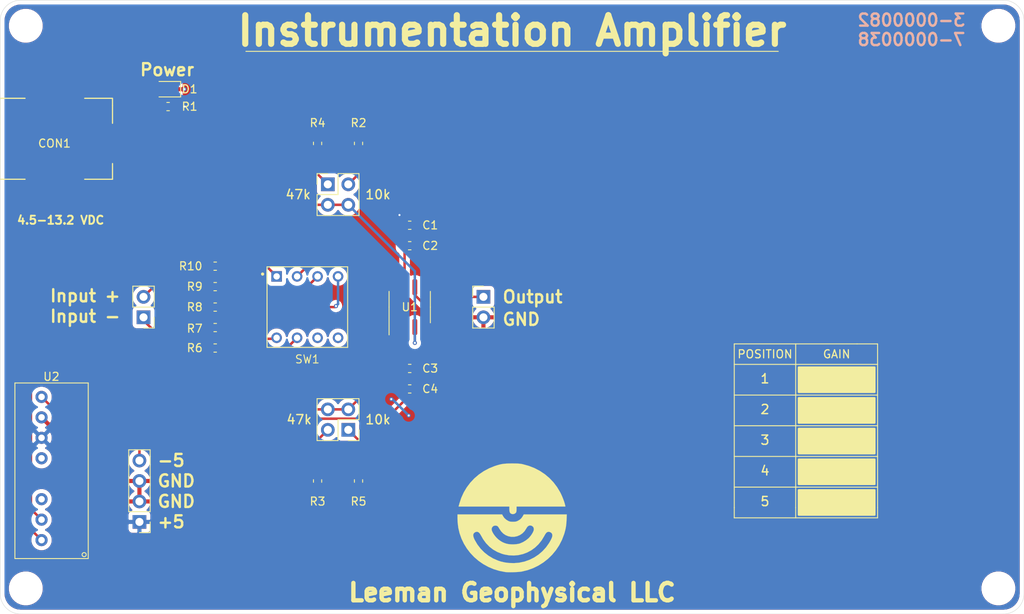
<source format=kicad_pcb>
(kicad_pcb (version 20171130) (host pcbnew "(5.1.9)-1")

  (general
    (thickness 0.04064)
    (drawings 47)
    (tracks 85)
    (zones 0)
    (modules 32)
    (nets 23)
  )

  (page A4)
  (title_block
    (title "Instrumentation Amplifier Demo")
    (date 2021-04-21)
    (rev 1.0)
    (company "Leeman Geophysical LLC")
    (comment 1 "(479) 373-3736")
    (comment 2 "Siloam Springs, AR 72761")
    (comment 3 "850 South Lincoln St.")
  )

  (layers
    (0 F.Cu signal hide)
    (31 B.Cu signal hide)
    (32 B.Adhes user)
    (33 F.Adhes user)
    (34 B.Paste user)
    (35 F.Paste user)
    (36 B.SilkS user)
    (37 F.SilkS user)
    (38 B.Mask user)
    (39 F.Mask user)
    (40 Dwgs.User user)
    (41 Cmts.User user)
    (42 Eco1.User user)
    (43 Eco2.User user)
    (44 Edge.Cuts user)
    (45 Margin user)
    (46 B.CrtYd user)
    (47 F.CrtYd user)
    (48 B.Fab user)
    (49 F.Fab user hide)
  )

  (setup
    (last_trace_width 0.1524)
    (user_trace_width 0.1524)
    (user_trace_width 0.3048)
    (user_trace_width 0.508)
    (user_trace_width 0.635)
    (user_trace_width 1.27)
    (user_trace_width 2.54)
    (trace_clearance 0.1524)
    (zone_clearance 0.508)
    (zone_45_only no)
    (trace_min 0.1524)
    (via_size 0.508)
    (via_drill 0.254)
    (via_min_size 0.508)
    (via_min_drill 0.254)
    (user_via 0.508 0.254)
    (user_via 1.016 0.508)
    (uvia_size 0.508)
    (uvia_drill 0.254)
    (uvias_allowed no)
    (uvia_min_size 0.508)
    (uvia_min_drill 0.254)
    (edge_width 0.05)
    (segment_width 0.2)
    (pcb_text_width 0.3)
    (pcb_text_size 1.5 1.5)
    (mod_edge_width 0.12)
    (mod_text_size 1 1)
    (mod_text_width 0.15)
    (pad_size 1.524 1.524)
    (pad_drill 0.762)
    (pad_to_mask_clearance 0)
    (aux_axis_origin 0 0)
    (visible_elements 7FFFFFFF)
    (pcbplotparams
      (layerselection 0x010fc_ffffffff)
      (usegerberextensions false)
      (usegerberattributes true)
      (usegerberadvancedattributes true)
      (creategerberjobfile true)
      (excludeedgelayer true)
      (linewidth 0.100000)
      (plotframeref false)
      (viasonmask false)
      (mode 1)
      (useauxorigin false)
      (hpglpennumber 1)
      (hpglpenspeed 20)
      (hpglpendiameter 15.000000)
      (psnegative false)
      (psa4output false)
      (plotreference true)
      (plotvalue true)
      (plotinvisibletext false)
      (padsonsilk false)
      (subtractmaskfromsilk false)
      (outputformat 1)
      (mirror false)
      (drillshape 0)
      (scaleselection 1)
      (outputdirectory "../Production/GERBERS/"))
  )

  (net 0 "")
  (net 1 +5V)
  (net 2 GND)
  (net 3 -5V)
  (net 4 "Net-(D1-Pad2)")
  (net 5 "Net-(J1-Pad2)")
  (net 6 "Net-(J1-Pad1)")
  (net 7 "Net-(J2-Pad2)")
  (net 8 "Net-(J2-Pad1)")
  (net 9 "Net-(J3-Pad1)")
  (net 10 "Net-(J3-Pad2)")
  (net 11 "Net-(J4-Pad1)")
  (net 12 "Net-(R6-Pad1)")
  (net 13 "Net-(R10-Pad2)")
  (net 14 "Net-(R7-Pad1)")
  (net 15 "Net-(R8-Pad1)")
  (net 16 "Net-(R9-Pad1)")
  (net 17 "Net-(R10-Pad1)")
  (net 18 "Net-(SW1-PadC)")
  (net 19 "Net-(CON1-Pad1)")
  (net 20 "Net-(CON1-Pad2)")
  (net 21 "Net-(U2-Pad3)")
  (net 22 "Net-(U2-Pad5)")

  (net_class Default "This is the default net class."
    (clearance 0.1524)
    (trace_width 0.1524)
    (via_dia 0.508)
    (via_drill 0.254)
    (uvia_dia 0.508)
    (uvia_drill 0.254)
    (diff_pair_width 0.1524)
    (diff_pair_gap 0.254)
    (add_net +5V)
    (add_net -5V)
    (add_net GND)
    (add_net "Net-(CON1-Pad1)")
    (add_net "Net-(CON1-Pad2)")
    (add_net "Net-(D1-Pad2)")
    (add_net "Net-(J1-Pad1)")
    (add_net "Net-(J1-Pad2)")
    (add_net "Net-(J2-Pad1)")
    (add_net "Net-(J2-Pad2)")
    (add_net "Net-(J3-Pad1)")
    (add_net "Net-(J3-Pad2)")
    (add_net "Net-(J4-Pad1)")
    (add_net "Net-(R10-Pad1)")
    (add_net "Net-(R10-Pad2)")
    (add_net "Net-(R6-Pad1)")
    (add_net "Net-(R7-Pad1)")
    (add_net "Net-(R8-Pad1)")
    (add_net "Net-(R9-Pad1)")
    (add_net "Net-(SW1-PadC)")
    (add_net "Net-(U2-Pad3)")
    (add_net "Net-(U2-Pad5)")
  )

  (module pcb_graphics:mark135 locked (layer F.Cu) (tedit 0) (tstamp 6080AAE2)
    (at 165.1 115.062)
    (fp_text reference G*** (at 0 0) (layer F.SilkS) hide
      (effects (font (size 1.524 1.524) (thickness 0.3)))
    )
    (fp_text value LOGO (at 0.75 0) (layer F.SilkS) hide
      (effects (font (size 1.524 1.524) (thickness 0.3)))
    )
    (fp_poly (pts (xy 0.324021 -6.74594) (xy 0.580234 -6.741092) (xy 0.785481 -6.73202) (xy 0.9566 -6.717534)
      (xy 1.11043 -6.696444) (xy 1.263812 -6.66756) (xy 1.326744 -6.654015) (xy 2.075665 -6.447718)
      (xy 2.783917 -6.170043) (xy 3.447684 -5.823968) (xy 4.063147 -5.412468) (xy 4.626488 -4.93852)
      (xy 5.13389 -4.4051) (xy 5.581533 -3.815183) (xy 5.9656 -3.171747) (xy 6.075963 -2.951881)
      (xy 6.206664 -2.662549) (xy 6.330741 -2.356721) (xy 6.440072 -2.056783) (xy 6.526531 -1.785124)
      (xy 6.581994 -1.564131) (xy 6.584722 -1.549986) (xy 6.613422 -1.397) (xy 0.550333 -1.397)
      (xy 0.550333 -1.060694) (xy 0.546919 -0.882418) (xy 0.533259 -0.764688) (xy 0.504227 -0.683538)
      (xy 0.455083 -0.615448) (xy 0.302246 -0.501153) (xy 0.116407 -0.456751) (xy -0.029087 -0.473135)
      (xy -0.170173 -0.534068) (xy -0.264434 -0.636354) (xy -0.318299 -0.792263) (xy -0.338196 -1.014065)
      (xy -0.338667 -1.064043) (xy -0.338667 -1.397) (xy -6.640227 -1.397) (xy -6.540856 -1.768316)
      (xy -6.30778 -2.478913) (xy -6.000952 -3.152171) (xy -5.624729 -3.783426) (xy -5.183467 -4.368013)
      (xy -4.681521 -4.901269) (xy -4.123248 -5.37853) (xy -3.513004 -5.795132) (xy -2.855145 -6.14641)
      (xy -2.205712 -6.409938) (xy -1.874688 -6.520004) (xy -1.580691 -6.604186) (xy -1.303056 -6.665647)
      (xy -1.02112 -6.707553) (xy -0.71422 -6.733069) (xy -0.361692 -6.745359) (xy 0 -6.747752)
      (xy 0.324021 -6.74594)) (layer F.SilkS) (width 0.01))
    (fp_poly (pts (xy 4.116126 -0.423333) (xy 6.784837 -0.423333) (xy 6.761839 0.201083) (xy 6.735037 0.661479)
      (xy 6.687786 1.06928) (xy 6.614912 1.45517) (xy 6.511244 1.849831) (xy 6.450841 2.045738)
      (xy 6.183079 2.745902) (xy 5.844104 3.405158) (xy 5.43893 4.019089) (xy 4.972571 4.583278)
      (xy 4.450042 5.093309) (xy 3.876357 5.544765) (xy 3.25653 5.933231) (xy 2.595576 6.25429)
      (xy 1.898508 6.503525) (xy 1.199071 6.671292) (xy 0.989747 6.700546) (xy 0.720916 6.724418)
      (xy 0.414539 6.742272) (xy 0.092577 6.753477) (xy -0.223012 6.757399) (xy -0.510266 6.753404)
      (xy -0.747227 6.740859) (xy -0.846667 6.73029) (xy -1.580111 6.590269) (xy -2.282357 6.376921)
      (xy -2.949254 6.09488) (xy -3.576651 5.748779) (xy -4.160395 5.343251) (xy -4.696335 4.88293)
      (xy -5.180319 4.372447) (xy -5.608196 3.816438) (xy -5.975813 3.219534) (xy -6.279019 2.58637)
      (xy -6.398348 2.248287) (xy -4.817195 2.248287) (xy -4.756197 2.47774) (xy -4.639127 2.741929)
      (xy -4.302498 3.315841) (xy -3.901755 3.836631) (xy -3.441762 4.300271) (xy -2.927387 4.702733)
      (xy -2.363495 5.039986) (xy -1.754952 5.308004) (xy -1.397 5.426197) (xy -0.879961 5.543687)
      (xy -0.322051 5.609728) (xy 0.249098 5.622628) (xy 0.805853 5.580697) (xy 0.903444 5.567039)
      (xy 1.544844 5.4284) (xy 2.158263 5.212407) (xy 2.737517 4.923515) (xy 3.276422 4.566184)
      (xy 3.768793 4.14487) (xy 4.208447 3.664031) (xy 4.589198 3.128126) (xy 4.798531 2.759429)
      (xy 4.914075 2.514143) (xy 4.978359 2.318559) (xy 4.99434 2.157348) (xy 4.964977 2.015181)
      (xy 4.949393 1.977488) (xy 4.857677 1.862116) (xy 4.717589 1.774257) (xy 4.565245 1.735934)
      (xy 4.552783 1.735667) (xy 4.425904 1.750384) (xy 4.316138 1.801707) (xy 4.212214 1.900395)
      (xy 4.102859 2.057203) (xy 3.976803 2.28289) (xy 3.974204 2.287855) (xy 3.653663 2.815107)
      (xy 3.278111 3.282381) (xy 2.85377 3.687096) (xy 2.386861 4.026671) (xy 1.883607 4.298525)
      (xy 1.35023 4.500075) (xy 0.792952 4.628743) (xy 0.217995 4.681945) (xy -0.36842 4.657102)
      (xy -0.96007 4.551632) (xy -1.27 4.463335) (xy -1.834973 4.238558) (xy -2.350888 3.944986)
      (xy -2.816543 3.583668) (xy -3.230739 3.155653) (xy -3.592273 2.66199) (xy -3.846525 2.213055)
      (xy -3.989651 1.972004) (xy -4.136745 1.813834) (xy -4.291172 1.736765) (xy -4.456296 1.739014)
      (xy -4.614778 1.806163) (xy -4.746631 1.918063) (xy -4.814055 2.063583) (xy -4.817195 2.248287)
      (xy -6.398348 2.248287) (xy -6.513663 1.921578) (xy -6.630604 1.421988) (xy -2.539842 1.421988)
      (xy -2.508357 1.590991) (xy -2.420738 1.796166) (xy -2.287769 2.021815) (xy -2.12023 2.25224)
      (xy -1.928906 2.471743) (xy -1.724579 2.664624) (xy -1.640064 2.731979) (xy -1.40224 2.900158)
      (xy -1.186722 3.024719) (xy -0.957981 3.12388) (xy -0.719667 3.203943) (xy -0.45074 3.262111)
      (xy -0.13271 3.292493) (xy 0.206051 3.295488) (xy 0.537169 3.27149) (xy 0.83227 3.220899)
      (xy 0.973667 3.180252) (xy 1.348957 3.016965) (xy 1.710092 2.79873) (xy 2.025095 2.545374)
      (xy 2.074333 2.497667) (xy 2.253653 2.29714) (xy 2.417138 2.075136) (xy 2.553068 1.851033)
      (xy 2.649721 1.64421) (xy 2.695375 1.474045) (xy 2.695775 1.470303) (xy 2.680598 1.268593)
      (xy 2.594969 1.107203) (xy 2.445337 0.996235) (xy 2.376826 0.97051) (xy 2.18789 0.949022)
      (xy 2.020981 1.006126) (xy 1.873111 1.143562) (xy 1.756833 1.331404) (xy 1.547868 1.656961)
      (xy 1.282947 1.92731) (xy 0.973318 2.137629) (xy 0.630227 2.283094) (xy 0.264921 2.358884)
      (xy -0.111354 2.360175) (xy -0.471791 2.287057) (xy -0.805218 2.149686) (xy -1.094178 1.955062)
      (xy -1.348363 1.694831) (xy -1.577461 1.360638) (xy -1.60831 1.307074) (xy -1.702001 1.153992)
      (xy -1.782177 1.059608) (xy -1.867522 1.004312) (xy -1.913664 0.986601) (xy -2.108276 0.960313)
      (xy -2.283882 1.005561) (xy -2.424665 1.111348) (xy -2.514807 1.266676) (xy -2.539842 1.421988)
      (xy -6.630604 1.421988) (xy -6.675593 1.229792) (xy -6.760656 0.515644) (xy -6.773172 0.116417)
      (xy -6.773333 -0.423333) (xy -4.00347 -0.423333) (xy -1.233606 -0.423334) (xy -1.139699 -0.235301)
      (xy -0.965986 0.019923) (xy -0.72092 0.238673) (xy -0.508 0.367561) (xy -0.381312 0.42702)
      (xy -0.267288 0.462857) (xy -0.136414 0.480807) (xy 0.040827 0.486606) (xy 0.105833 0.486833)
      (xy 0.302151 0.483521) (xy 0.443433 0.469759) (xy 0.559179 0.439804) (xy 0.678889 0.387918)
      (xy 0.719667 0.367381) (xy 0.954284 0.227252) (xy 1.132397 0.068573) (xy 1.281813 -0.13495)
      (xy 1.32089 -0.201083) (xy 1.447415 -0.423334) (xy 4.116126 -0.423333)) (layer F.SilkS) (width 0.01))
  )

  (module connectors:1-0000120 (layer F.Cu) (tedit 5FB6DCBA) (tstamp 607A6497)
    (at 119.38 90.17 180)
    (descr "Connector Header Through Hole 2 position 0.100\" (2.54mm)")
    (tags "CONN HEADER VERT 2POS 2.54MM")
    (path /6078EDA3)
    (fp_text reference J1 (at 0 4.699) (layer F.SilkS) hide
      (effects (font (size 1 1) (thickness 0.15)))
    )
    (fp_text value 1-0000120 (at 0 4.87) (layer F.Fab)
      (effects (font (size 1 1) (thickness 0.15)))
    )
    (fp_line (start 1.8 -1.8) (end -1.8 -1.8) (layer F.CrtYd) (width 0.05))
    (fp_line (start 1.8 4.35) (end 1.8 -1.8) (layer F.CrtYd) (width 0.05))
    (fp_line (start -1.8 4.35) (end 1.8 4.35) (layer F.CrtYd) (width 0.05))
    (fp_line (start -1.8 -1.8) (end -1.8 4.35) (layer F.CrtYd) (width 0.05))
    (fp_line (start -1.33 -1.33) (end 0 -1.33) (layer F.SilkS) (width 0.12))
    (fp_line (start -1.33 0) (end -1.33 -1.33) (layer F.SilkS) (width 0.12))
    (fp_line (start -1.33 1.27) (end 1.33 1.27) (layer F.SilkS) (width 0.12))
    (fp_line (start 1.33 1.27) (end 1.33 3.87) (layer F.SilkS) (width 0.12))
    (fp_line (start -1.33 1.27) (end -1.33 3.87) (layer F.SilkS) (width 0.12))
    (fp_line (start -1.33 3.87) (end 1.33 3.87) (layer F.SilkS) (width 0.12))
    (fp_line (start -1.27 -0.635) (end -0.635 -1.27) (layer F.Fab) (width 0.1))
    (fp_line (start -1.27 3.81) (end -1.27 -0.635) (layer F.Fab) (width 0.1))
    (fp_line (start 1.27 3.81) (end -1.27 3.81) (layer F.Fab) (width 0.1))
    (fp_line (start 1.27 -1.27) (end 1.27 3.81) (layer F.Fab) (width 0.1))
    (fp_line (start -0.635 -1.27) (end 1.27 -1.27) (layer F.Fab) (width 0.1))
    (fp_text user %R (at 0 1.27 90) (layer F.Fab)
      (effects (font (size 1 1) (thickness 0.15)))
    )
    (pad 2 thru_hole oval (at 0 2.54 180) (size 1.7 1.7) (drill 1) (layers *.Cu *.Mask)
      (net 5 "Net-(J1-Pad2)"))
    (pad 1 thru_hole rect (at 0 0 180) (size 1.7 1.7) (drill 1) (layers *.Cu *.Mask)
      (net 6 "Net-(J1-Pad1)"))
    (model ${LGEO_3D_DIR}/connectors/1-0000120.step
      (at (xyz 0 0 0))
      (scale (xyz 1 1 1))
      (rotate (xyz 0 0 0))
    )
  )

  (module dc_dc_converters:1-0000465 (layer F.Cu) (tedit 60786582) (tstamp 6079CC83)
    (at 106.68 109.22 90)
    (path /60817BF2)
    (fp_text reference U2 (at 11.684 1.27 180) (layer F.SilkS)
      (effects (font (size 1 1) (thickness 0.15)))
    )
    (fp_text value 1-0000465 (at 0 -9.39 90) (layer F.Fab)
      (effects (font (size 1 1) (thickness 0.15)))
    )
    (fp_circle (center -10.414 5.334) (end -10.414 5.08) (layer F.SilkS) (width 0.12))
    (fp_line (start -10.9 -3.258) (end 10.9 -3.258) (layer F.SilkS) (width 0.12))
    (fp_line (start -10.9 5.842) (end -10.9 -3.258) (layer F.SilkS) (width 0.12))
    (fp_line (start 10.9 5.842) (end 10.9 -3.258) (layer F.SilkS) (width 0.12))
    (fp_line (start -10.9 5.842) (end 10.9 5.842) (layer F.SilkS) (width 0.12))
    (pad 1 thru_hole circle (at -8.61 0.05 90) (size 1.509 1.509) (drill 0.809) (layers *.Cu *.Mask)
      (net 20 "Net-(CON1-Pad2)"))
    (pad 2 thru_hole circle (at -6.07 0.05 90) (size 1.509 1.509) (drill 0.809) (layers *.Cu *.Mask)
      (net 19 "Net-(CON1-Pad1)"))
    (pad 3 thru_hole circle (at -3.53 0.05 90) (size 1.509 1.509) (drill 0.809) (layers *.Cu *.Mask)
      (net 21 "Net-(U2-Pad3)"))
    (pad 5 thru_hole circle (at 1.55 0.05 90) (size 1.509 1.509) (drill 0.809) (layers *.Cu *.Mask)
      (net 22 "Net-(U2-Pad5)"))
    (pad 6 thru_hole circle (at 4.09 0.05 90) (size 1.509 1.509) (drill 0.809) (layers *.Cu *.Mask)
      (net 1 +5V))
    (pad 7 thru_hole circle (at 6.63 0.05 90) (size 1.509 1.509) (drill 0.809) (layers *.Cu *.Mask)
      (net 2 GND))
    (pad 8 thru_hole circle (at 9.17 0.05 90) (size 1.509 1.509) (drill 0.809) (layers *.Cu *.Mask)
      (net 3 -5V))
  )

  (module capacitors_0603:1-0000018 (layer F.Cu) (tedit 60464FEF) (tstamp 607A65C4)
    (at 152.4 78.74 180)
    (descr "Capacitor SMD 0603 (1608 Metric), square (rectangular) end terminal, IPC_7351 nominal")
    (tags capacitor)
    (path /607A0A4C)
    (attr smd)
    (fp_text reference C1 (at -2.54 0) (layer F.SilkS)
      (effects (font (size 1 1) (thickness 0.15)))
    )
    (fp_text value 1-0000018 (at 0 1.43) (layer F.Fab)
      (effects (font (size 1 1) (thickness 0.15)))
    )
    (fp_line (start -0.8 0.4) (end -0.8 -0.4) (layer F.Fab) (width 0.1))
    (fp_line (start -0.8 -0.4) (end 0.8 -0.4) (layer F.Fab) (width 0.1))
    (fp_line (start 0.8 -0.4) (end 0.8 0.4) (layer F.Fab) (width 0.1))
    (fp_line (start 0.8 0.4) (end -0.8 0.4) (layer F.Fab) (width 0.1))
    (fp_line (start -0.162779 -0.51) (end 0.162779 -0.51) (layer F.SilkS) (width 0.12))
    (fp_line (start -0.162779 0.51) (end 0.162779 0.51) (layer F.SilkS) (width 0.12))
    (fp_line (start -1.48 0.73) (end -1.48 -0.73) (layer F.CrtYd) (width 0.05))
    (fp_line (start -1.48 -0.73) (end 1.48 -0.73) (layer F.CrtYd) (width 0.05))
    (fp_line (start 1.48 -0.73) (end 1.48 0.73) (layer F.CrtYd) (width 0.05))
    (fp_line (start 1.48 0.73) (end -1.48 0.73) (layer F.CrtYd) (width 0.05))
    (fp_text user %R (at 0 0) (layer F.Fab)
      (effects (font (size 0.4 0.4) (thickness 0.06)))
    )
    (pad 1 smd roundrect (at -0.7875 0 180) (size 0.875 0.95) (layers F.Cu F.Paste F.Mask) (roundrect_rratio 0.25)
      (net 2 GND))
    (pad 2 smd roundrect (at 0.7875 0 180) (size 0.875 0.95) (layers F.Cu F.Paste F.Mask) (roundrect_rratio 0.25)
      (net 1 +5V))
    (model ${LGEO_3D_DIR}/capacitors_0603/1-0000018.wrl
      (at (xyz 0 0 0))
      (scale (xyz 1 1 1))
      (rotate (xyz 0 0 0))
    )
  )

  (module capacitors_0603:1-0000007 (layer F.Cu) (tedit 5F5102B1) (tstamp 607A81FC)
    (at 152.4 81.28 180)
    (descr "Capacitor SMD 0603 (1608 Metric), square (rectangular) end terminal, IPC_7351 nominal")
    (tags capacitor)
    (path /607A0A55)
    (attr smd)
    (fp_text reference C2 (at -2.54 0) (layer F.SilkS)
      (effects (font (size 1 1) (thickness 0.15)))
    )
    (fp_text value 1-0000007 (at 0 1.43) (layer F.Fab)
      (effects (font (size 1 1) (thickness 0.15)))
    )
    (fp_line (start 1.48 0.73) (end -1.48 0.73) (layer F.CrtYd) (width 0.05))
    (fp_line (start 1.48 -0.73) (end 1.48 0.73) (layer F.CrtYd) (width 0.05))
    (fp_line (start -1.48 -0.73) (end 1.48 -0.73) (layer F.CrtYd) (width 0.05))
    (fp_line (start -1.48 0.73) (end -1.48 -0.73) (layer F.CrtYd) (width 0.05))
    (fp_line (start -0.162779 0.51) (end 0.162779 0.51) (layer F.SilkS) (width 0.12))
    (fp_line (start -0.162779 -0.51) (end 0.162779 -0.51) (layer F.SilkS) (width 0.12))
    (fp_line (start 0.8 0.4) (end -0.8 0.4) (layer F.Fab) (width 0.1))
    (fp_line (start 0.8 -0.4) (end 0.8 0.4) (layer F.Fab) (width 0.1))
    (fp_line (start -0.8 -0.4) (end 0.8 -0.4) (layer F.Fab) (width 0.1))
    (fp_line (start -0.8 0.4) (end -0.8 -0.4) (layer F.Fab) (width 0.1))
    (fp_text user %R (at 0 0) (layer F.Fab)
      (effects (font (size 0.4 0.4) (thickness 0.06)))
    )
    (pad 1 smd roundrect (at -0.7875 0 180) (size 0.875 0.95) (layers F.Cu F.Paste F.Mask) (roundrect_rratio 0.25)
      (net 2 GND))
    (pad 2 smd roundrect (at 0.7875 0 180) (size 0.875 0.95) (layers F.Cu F.Paste F.Mask) (roundrect_rratio 0.25)
      (net 1 +5V))
    (model ${LGEO_3D_DIR}/capacitors_0603/1-0000007.wrl
      (at (xyz 0 0 0))
      (scale (xyz 1 1 1))
      (rotate (xyz 0 0 0))
    )
  )

  (module capacitors_0603:1-0000007 (layer F.Cu) (tedit 5F5102B1) (tstamp 607A6564)
    (at 152.4 96.52)
    (descr "Capacitor SMD 0603 (1608 Metric), square (rectangular) end terminal, IPC_7351 nominal")
    (tags capacitor)
    (path /6079889D)
    (attr smd)
    (fp_text reference C3 (at 2.54 0) (layer F.SilkS)
      (effects (font (size 1 1) (thickness 0.15)))
    )
    (fp_text value 1-0000007 (at 0 1.43) (layer F.Fab)
      (effects (font (size 1 1) (thickness 0.15)))
    )
    (fp_line (start -0.8 0.4) (end -0.8 -0.4) (layer F.Fab) (width 0.1))
    (fp_line (start -0.8 -0.4) (end 0.8 -0.4) (layer F.Fab) (width 0.1))
    (fp_line (start 0.8 -0.4) (end 0.8 0.4) (layer F.Fab) (width 0.1))
    (fp_line (start 0.8 0.4) (end -0.8 0.4) (layer F.Fab) (width 0.1))
    (fp_line (start -0.162779 -0.51) (end 0.162779 -0.51) (layer F.SilkS) (width 0.12))
    (fp_line (start -0.162779 0.51) (end 0.162779 0.51) (layer F.SilkS) (width 0.12))
    (fp_line (start -1.48 0.73) (end -1.48 -0.73) (layer F.CrtYd) (width 0.05))
    (fp_line (start -1.48 -0.73) (end 1.48 -0.73) (layer F.CrtYd) (width 0.05))
    (fp_line (start 1.48 -0.73) (end 1.48 0.73) (layer F.CrtYd) (width 0.05))
    (fp_line (start 1.48 0.73) (end -1.48 0.73) (layer F.CrtYd) (width 0.05))
    (fp_text user %R (at 0 0) (layer F.Fab)
      (effects (font (size 0.4 0.4) (thickness 0.06)))
    )
    (pad 2 smd roundrect (at 0.7875 0) (size 0.875 0.95) (layers F.Cu F.Paste F.Mask) (roundrect_rratio 0.25)
      (net 3 -5V))
    (pad 1 smd roundrect (at -0.7875 0) (size 0.875 0.95) (layers F.Cu F.Paste F.Mask) (roundrect_rratio 0.25)
      (net 2 GND))
    (model ${LGEO_3D_DIR}/capacitors_0603/1-0000007.wrl
      (at (xyz 0 0 0))
      (scale (xyz 1 1 1))
      (rotate (xyz 0 0 0))
    )
  )

  (module capacitors_0603:1-0000018 (layer F.Cu) (tedit 60464FEF) (tstamp 607A6534)
    (at 152.4 99.06)
    (descr "Capacitor SMD 0603 (1608 Metric), square (rectangular) end terminal, IPC_7351 nominal")
    (tags capacitor)
    (path /6079697B)
    (attr smd)
    (fp_text reference C4 (at 2.54 0) (layer F.SilkS)
      (effects (font (size 1 1) (thickness 0.15)))
    )
    (fp_text value 1-0000018 (at 0 1.43) (layer F.Fab)
      (effects (font (size 1 1) (thickness 0.15)))
    )
    (fp_line (start 1.48 0.73) (end -1.48 0.73) (layer F.CrtYd) (width 0.05))
    (fp_line (start 1.48 -0.73) (end 1.48 0.73) (layer F.CrtYd) (width 0.05))
    (fp_line (start -1.48 -0.73) (end 1.48 -0.73) (layer F.CrtYd) (width 0.05))
    (fp_line (start -1.48 0.73) (end -1.48 -0.73) (layer F.CrtYd) (width 0.05))
    (fp_line (start -0.162779 0.51) (end 0.162779 0.51) (layer F.SilkS) (width 0.12))
    (fp_line (start -0.162779 -0.51) (end 0.162779 -0.51) (layer F.SilkS) (width 0.12))
    (fp_line (start 0.8 0.4) (end -0.8 0.4) (layer F.Fab) (width 0.1))
    (fp_line (start 0.8 -0.4) (end 0.8 0.4) (layer F.Fab) (width 0.1))
    (fp_line (start -0.8 -0.4) (end 0.8 -0.4) (layer F.Fab) (width 0.1))
    (fp_line (start -0.8 0.4) (end -0.8 -0.4) (layer F.Fab) (width 0.1))
    (fp_text user %R (at 0 0) (layer F.Fab)
      (effects (font (size 0.4 0.4) (thickness 0.06)))
    )
    (pad 2 smd roundrect (at 0.7875 0) (size 0.875 0.95) (layers F.Cu F.Paste F.Mask) (roundrect_rratio 0.25)
      (net 3 -5V))
    (pad 1 smd roundrect (at -0.7875 0) (size 0.875 0.95) (layers F.Cu F.Paste F.Mask) (roundrect_rratio 0.25)
      (net 2 GND))
    (model ${LGEO_3D_DIR}/capacitors_0603/1-0000018.wrl
      (at (xyz 0 0 0))
      (scale (xyz 1 1 1))
      (rotate (xyz 0 0 0))
    )
  )

  (module connectors:1-0000001 (layer F.Cu) (tedit 5FAF0202) (tstamp 6078B3C4)
    (at 108.331 68.58 270)
    (path /60774DDA)
    (fp_text reference CON1 (at 0 0 180) (layer F.SilkS)
      (effects (font (size 1 1) (thickness 0.15)))
    )
    (fp_text value 1-0000001 (at -0.254 -4.572 90) (layer F.Fab)
      (effects (font (size 1 1) (thickness 0.15)))
    )
    (fp_line (start 2.5 -7.2) (end 4.45 -7.2) (layer F.SilkS) (width 0.15))
    (fp_line (start -4.7 -7.2) (end -2.5 -7.2) (layer F.SilkS) (width 0.15))
    (fp_line (start -5.6 6.76) (end 4.45 6.766) (layer F.SilkS) (width 0.15))
    (fp_line (start 4.45 -7.2) (end 4.45 -3.75) (layer F.SilkS) (width 0.15))
    (fp_line (start -5.55 -7.2) (end -4.7 -7.2) (layer F.SilkS) (width 0.15))
    (fp_line (start -5.6 -3.75) (end -5.6 -7.2) (layer F.SilkS) (width 0.15))
    (fp_line (start 4.45 6.76) (end 4.45 3.65) (layer F.SilkS) (width 0.15))
    (fp_line (start -5.6 6.76) (end -5.6 3.65) (layer F.SilkS) (width 0.15))
    (pad 1 smd rect (at 0 -9.14 270) (size 3.3 4.06) (layers F.Cu F.Paste F.Mask)
      (net 19 "Net-(CON1-Pad1)"))
    (pad 3 smd rect (at -7.19 0 270) (size 3.81 5.76) (layers F.Cu F.Paste F.Mask)
      (net 20 "Net-(CON1-Pad2)"))
    (pad 2 smd rect (at 6.1 0 270) (size 3.81 6.35) (layers F.Cu F.Paste F.Mask)
      (net 20 "Net-(CON1-Pad2)"))
    (model ${LGEO_3D_DIR}/connectors/1-0000001.STEP
      (offset (xyz -0.762 -6.477 0))
      (scale (xyz 1 1 1))
      (rotate (xyz -90 0 0))
    )
  )

  (module leds_0805:1-0000598 (layer F.Cu) (tedit 5FECF78E) (tstamp 6078B3D7)
    (at 122.301 61.849 180)
    (descr "LED SMD 0805 (2012 Metric), square (rectangular) end terminal, IPC_7351 nominal, (Body size source: https://docs.google.com/spreadsheets/d/1BsfQQcO9C6DZCsRaXUlFlo91Tg2WpOkGARC1WS5S8t0/edit?usp=sharing), generated with kicad-footprint-generator")
    (tags diode)
    (path /607DF6D9)
    (attr smd)
    (fp_text reference D1 (at -2.794 0) (layer F.SilkS)
      (effects (font (size 1 1) (thickness 0.15)))
    )
    (fp_text value 1-0000598 (at 0 1.65) (layer F.Fab)
      (effects (font (size 1 1) (thickness 0.15)))
    )
    (fp_line (start 1.68 0.95) (end -1.68 0.95) (layer F.CrtYd) (width 0.05))
    (fp_line (start 1.68 -0.95) (end 1.68 0.95) (layer F.CrtYd) (width 0.05))
    (fp_line (start -1.68 -0.95) (end 1.68 -0.95) (layer F.CrtYd) (width 0.05))
    (fp_line (start -1.68 0.95) (end -1.68 -0.95) (layer F.CrtYd) (width 0.05))
    (fp_line (start -1.685 0.96) (end 1 0.96) (layer F.SilkS) (width 0.12))
    (fp_line (start -1.685 -0.96) (end -1.685 0.96) (layer F.SilkS) (width 0.12))
    (fp_line (start 1 -0.96) (end -1.685 -0.96) (layer F.SilkS) (width 0.12))
    (fp_line (start 1 0.6) (end 1 -0.6) (layer F.Fab) (width 0.1))
    (fp_line (start -1 0.6) (end 1 0.6) (layer F.Fab) (width 0.1))
    (fp_line (start -1 -0.3) (end -1 0.6) (layer F.Fab) (width 0.1))
    (fp_line (start -0.7 -0.6) (end -1 -0.3) (layer F.Fab) (width 0.1))
    (fp_line (start 1 -0.6) (end -0.7 -0.6) (layer F.Fab) (width 0.1))
    (fp_text user %R (at 0 0) (layer F.Fab)
      (effects (font (size 0.5 0.5) (thickness 0.08)))
    )
    (pad 1 smd roundrect (at -0.9375 0 180) (size 0.975 1.4) (layers F.Cu F.Paste F.Mask) (roundrect_rratio 0.25)
      (net 2 GND))
    (pad 2 smd roundrect (at 0.9375 0 180) (size 0.975 1.4) (layers F.Cu F.Paste F.Mask) (roundrect_rratio 0.25)
      (net 4 "Net-(D1-Pad2)"))
    (model ${LGEO_3D_DIR}/leds_0805/1-0000598.step
      (at (xyz 0 0 0))
      (scale (xyz 1 1 1))
      (rotate (xyz 0 0 0))
    )
  )

  (module Connector_PinHeader_2.54mm:PinHeader_2x02_P2.54mm_Vertical (layer F.Cu) (tedit 59FED5CC) (tstamp 607A85C0)
    (at 144.78 104.14 180)
    (descr "Through hole straight pin header, 2x02, 2.54mm pitch, double rows")
    (tags "Through hole pin header THT 2x02 2.54mm double row")
    (path /607C3542)
    (fp_text reference J2 (at 1.27 -2.33) (layer F.SilkS) hide
      (effects (font (size 1 1) (thickness 0.15)))
    )
    (fp_text value Jumper (at 1.27 4.87) (layer F.Fab)
      (effects (font (size 1 1) (thickness 0.15)))
    )
    (fp_line (start 0 -1.27) (end 3.81 -1.27) (layer F.Fab) (width 0.1))
    (fp_line (start 3.81 -1.27) (end 3.81 3.81) (layer F.Fab) (width 0.1))
    (fp_line (start 3.81 3.81) (end -1.27 3.81) (layer F.Fab) (width 0.1))
    (fp_line (start -1.27 3.81) (end -1.27 0) (layer F.Fab) (width 0.1))
    (fp_line (start -1.27 0) (end 0 -1.27) (layer F.Fab) (width 0.1))
    (fp_line (start -1.33 3.87) (end 3.87 3.87) (layer F.SilkS) (width 0.12))
    (fp_line (start -1.33 1.27) (end -1.33 3.87) (layer F.SilkS) (width 0.12))
    (fp_line (start 3.87 -1.33) (end 3.87 3.87) (layer F.SilkS) (width 0.12))
    (fp_line (start -1.33 1.27) (end 1.27 1.27) (layer F.SilkS) (width 0.12))
    (fp_line (start 1.27 1.27) (end 1.27 -1.33) (layer F.SilkS) (width 0.12))
    (fp_line (start 1.27 -1.33) (end 3.87 -1.33) (layer F.SilkS) (width 0.12))
    (fp_line (start -1.33 0) (end -1.33 -1.33) (layer F.SilkS) (width 0.12))
    (fp_line (start -1.33 -1.33) (end 0 -1.33) (layer F.SilkS) (width 0.12))
    (fp_line (start -1.8 -1.8) (end -1.8 4.35) (layer F.CrtYd) (width 0.05))
    (fp_line (start -1.8 4.35) (end 4.35 4.35) (layer F.CrtYd) (width 0.05))
    (fp_line (start 4.35 4.35) (end 4.35 -1.8) (layer F.CrtYd) (width 0.05))
    (fp_line (start 4.35 -1.8) (end -1.8 -1.8) (layer F.CrtYd) (width 0.05))
    (fp_text user %R (at 1.27 1.27 90) (layer F.Fab)
      (effects (font (size 1 1) (thickness 0.15)))
    )
    (pad 4 thru_hole oval (at 2.54 2.54 180) (size 1.7 1.7) (drill 1) (layers *.Cu *.Mask)
      (net 6 "Net-(J1-Pad1)"))
    (pad 3 thru_hole oval (at 0 2.54 180) (size 1.7 1.7) (drill 1) (layers *.Cu *.Mask)
      (net 6 "Net-(J1-Pad1)"))
    (pad 2 thru_hole oval (at 2.54 0 180) (size 1.7 1.7) (drill 1) (layers *.Cu *.Mask)
      (net 7 "Net-(J2-Pad2)"))
    (pad 1 thru_hole rect (at 0 0 180) (size 1.7 1.7) (drill 1) (layers *.Cu *.Mask)
      (net 8 "Net-(J2-Pad1)"))
    (model ${KISYS3DMOD}/Connector_PinHeader_2.54mm.3dshapes/PinHeader_2x02_P2.54mm_Vertical.wrl
      (at (xyz 0 0 0))
      (scale (xyz 1 1 1))
      (rotate (xyz 0 0 0))
    )
  )

  (module Connector_PinHeader_2.54mm:PinHeader_2x02_P2.54mm_Vertical (layer F.Cu) (tedit 59FED5CC) (tstamp 607A65FD)
    (at 142.24 73.66)
    (descr "Through hole straight pin header, 2x02, 2.54mm pitch, double rows")
    (tags "Through hole pin header THT 2x02 2.54mm double row")
    (path /607ABDFA)
    (fp_text reference J3 (at 1.27 -2.33) (layer F.SilkS) hide
      (effects (font (size 1 1) (thickness 0.15)))
    )
    (fp_text value Jumper (at 1.27 4.87) (layer F.Fab)
      (effects (font (size 1 1) (thickness 0.15)))
    )
    (fp_line (start 4.35 -1.8) (end -1.8 -1.8) (layer F.CrtYd) (width 0.05))
    (fp_line (start 4.35 4.35) (end 4.35 -1.8) (layer F.CrtYd) (width 0.05))
    (fp_line (start -1.8 4.35) (end 4.35 4.35) (layer F.CrtYd) (width 0.05))
    (fp_line (start -1.8 -1.8) (end -1.8 4.35) (layer F.CrtYd) (width 0.05))
    (fp_line (start -1.33 -1.33) (end 0 -1.33) (layer F.SilkS) (width 0.12))
    (fp_line (start -1.33 0) (end -1.33 -1.33) (layer F.SilkS) (width 0.12))
    (fp_line (start 1.27 -1.33) (end 3.87 -1.33) (layer F.SilkS) (width 0.12))
    (fp_line (start 1.27 1.27) (end 1.27 -1.33) (layer F.SilkS) (width 0.12))
    (fp_line (start -1.33 1.27) (end 1.27 1.27) (layer F.SilkS) (width 0.12))
    (fp_line (start 3.87 -1.33) (end 3.87 3.87) (layer F.SilkS) (width 0.12))
    (fp_line (start -1.33 1.27) (end -1.33 3.87) (layer F.SilkS) (width 0.12))
    (fp_line (start -1.33 3.87) (end 3.87 3.87) (layer F.SilkS) (width 0.12))
    (fp_line (start -1.27 0) (end 0 -1.27) (layer F.Fab) (width 0.1))
    (fp_line (start -1.27 3.81) (end -1.27 0) (layer F.Fab) (width 0.1))
    (fp_line (start 3.81 3.81) (end -1.27 3.81) (layer F.Fab) (width 0.1))
    (fp_line (start 3.81 -1.27) (end 3.81 3.81) (layer F.Fab) (width 0.1))
    (fp_line (start 0 -1.27) (end 3.81 -1.27) (layer F.Fab) (width 0.1))
    (fp_text user %R (at 1.27 1.27 90) (layer F.Fab)
      (effects (font (size 1 1) (thickness 0.15)))
    )
    (pad 1 thru_hole rect (at 0 0) (size 1.7 1.7) (drill 1) (layers *.Cu *.Mask)
      (net 9 "Net-(J3-Pad1)"))
    (pad 2 thru_hole oval (at 2.54 0) (size 1.7 1.7) (drill 1) (layers *.Cu *.Mask)
      (net 10 "Net-(J3-Pad2)"))
    (pad 3 thru_hole oval (at 0 2.54) (size 1.7 1.7) (drill 1) (layers *.Cu *.Mask)
      (net 5 "Net-(J1-Pad2)"))
    (pad 4 thru_hole oval (at 2.54 2.54) (size 1.7 1.7) (drill 1) (layers *.Cu *.Mask)
      (net 5 "Net-(J1-Pad2)"))
    (model ${KISYS3DMOD}/Connector_PinHeader_2.54mm.3dshapes/PinHeader_2x02_P2.54mm_Vertical.wrl
      (at (xyz 0 0 0))
      (scale (xyz 1 1 1))
      (rotate (xyz 0 0 0))
    )
  )

  (module connectors:1-0000120 (layer F.Cu) (tedit 5FB6DCBA) (tstamp 607A6893)
    (at 161.544 87.63)
    (descr "Connector Header Through Hole 2 position 0.100\" (2.54mm)")
    (tags "CONN HEADER VERT 2POS 2.54MM")
    (path /6079BC80)
    (fp_text reference J4 (at 2.159 1.27 -90) (layer F.SilkS) hide
      (effects (font (size 1 1) (thickness 0.15)))
    )
    (fp_text value 1-0000120 (at 0 4.87) (layer F.Fab)
      (effects (font (size 1 1) (thickness 0.15)))
    )
    (fp_line (start 1.8 -1.8) (end -1.8 -1.8) (layer F.CrtYd) (width 0.05))
    (fp_line (start 1.8 4.35) (end 1.8 -1.8) (layer F.CrtYd) (width 0.05))
    (fp_line (start -1.8 4.35) (end 1.8 4.35) (layer F.CrtYd) (width 0.05))
    (fp_line (start -1.8 -1.8) (end -1.8 4.35) (layer F.CrtYd) (width 0.05))
    (fp_line (start -1.33 -1.33) (end 0 -1.33) (layer F.SilkS) (width 0.12))
    (fp_line (start -1.33 0) (end -1.33 -1.33) (layer F.SilkS) (width 0.12))
    (fp_line (start -1.33 1.27) (end 1.33 1.27) (layer F.SilkS) (width 0.12))
    (fp_line (start 1.33 1.27) (end 1.33 3.87) (layer F.SilkS) (width 0.12))
    (fp_line (start -1.33 1.27) (end -1.33 3.87) (layer F.SilkS) (width 0.12))
    (fp_line (start -1.33 3.87) (end 1.33 3.87) (layer F.SilkS) (width 0.12))
    (fp_line (start -1.27 -0.635) (end -0.635 -1.27) (layer F.Fab) (width 0.1))
    (fp_line (start -1.27 3.81) (end -1.27 -0.635) (layer F.Fab) (width 0.1))
    (fp_line (start 1.27 3.81) (end -1.27 3.81) (layer F.Fab) (width 0.1))
    (fp_line (start 1.27 -1.27) (end 1.27 3.81) (layer F.Fab) (width 0.1))
    (fp_line (start -0.635 -1.27) (end 1.27 -1.27) (layer F.Fab) (width 0.1))
    (fp_text user %R (at 0 1.27 90) (layer F.Fab)
      (effects (font (size 1 1) (thickness 0.15)))
    )
    (pad 1 thru_hole rect (at 0 0) (size 1.7 1.7) (drill 1) (layers *.Cu *.Mask)
      (net 11 "Net-(J4-Pad1)"))
    (pad 2 thru_hole oval (at 0 2.54) (size 1.7 1.7) (drill 1) (layers *.Cu *.Mask)
      (net 2 GND))
    (model ${LGEO_3D_DIR}/connectors/1-0000120.step
      (at (xyz 0 0 0))
      (scale (xyz 1 1 1))
      (rotate (xyz 0 0 0))
    )
  )

  (module resistors_0603:1-0000008 (layer F.Cu) (tedit 5F49615D) (tstamp 6078B448)
    (at 122.428 64.008)
    (descr "Resistor SMD 0603 (1608 Metric), square (rectangular) end terminal, IPC_7351 nominal")
    (tags resistor)
    (path /607DCDC7)
    (attr smd)
    (fp_text reference R1 (at 2.667 0) (layer F.SilkS)
      (effects (font (size 1 1) (thickness 0.15)))
    )
    (fp_text value 1-0000008 (at 0 1.43) (layer F.Fab)
      (effects (font (size 1 1) (thickness 0.15)))
    )
    (fp_line (start 1.48 0.73) (end -1.48 0.73) (layer F.CrtYd) (width 0.05))
    (fp_line (start 1.48 -0.73) (end 1.48 0.73) (layer F.CrtYd) (width 0.05))
    (fp_line (start -1.48 -0.73) (end 1.48 -0.73) (layer F.CrtYd) (width 0.05))
    (fp_line (start -1.48 0.73) (end -1.48 -0.73) (layer F.CrtYd) (width 0.05))
    (fp_line (start -0.162779 0.51) (end 0.162779 0.51) (layer F.SilkS) (width 0.12))
    (fp_line (start -0.162779 -0.51) (end 0.162779 -0.51) (layer F.SilkS) (width 0.12))
    (fp_line (start 0.8 0.4) (end -0.8 0.4) (layer F.Fab) (width 0.1))
    (fp_line (start 0.8 -0.4) (end 0.8 0.4) (layer F.Fab) (width 0.1))
    (fp_line (start -0.8 -0.4) (end 0.8 -0.4) (layer F.Fab) (width 0.1))
    (fp_line (start -0.8 0.4) (end -0.8 -0.4) (layer F.Fab) (width 0.1))
    (fp_text user %R (at 0 0) (layer F.Fab)
      (effects (font (size 0.4 0.4) (thickness 0.06)))
    )
    (pad 1 smd roundrect (at -0.7875 0) (size 0.875 0.95) (layers F.Cu F.Paste F.Mask) (roundrect_rratio 0.25)
      (net 4 "Net-(D1-Pad2)"))
    (pad 2 smd roundrect (at 0.7875 0) (size 0.875 0.95) (layers F.Cu F.Paste F.Mask) (roundrect_rratio 0.25)
      (net 1 +5V))
    (model ${LGEO_3D_DIR}/resistors_0603/1-0000008.wrl
      (at (xyz 0 0 0))
      (scale (xyz 1 1 1))
      (rotate (xyz 0 0 0))
    )
  )

  (module resistors_0603:1-0000010 (layer F.Cu) (tedit 5F4917A6) (tstamp 607A685E)
    (at 146.05 68.58 270)
    (descr "Resistor SMD 0603 (1608 Metric), square (rectangular) end terminal, IPC_7351 nominal")
    (tags resistor)
    (path /607B0805)
    (attr smd)
    (fp_text reference R2 (at -2.54 0 180) (layer F.SilkS)
      (effects (font (size 1 1) (thickness 0.15)))
    )
    (fp_text value 1-0000010 (at 0 1.43 90) (layer F.Fab)
      (effects (font (size 1 1) (thickness 0.15)))
    )
    (fp_line (start -0.8 0.4) (end -0.8 -0.4) (layer F.Fab) (width 0.1))
    (fp_line (start -0.8 -0.4) (end 0.8 -0.4) (layer F.Fab) (width 0.1))
    (fp_line (start 0.8 -0.4) (end 0.8 0.4) (layer F.Fab) (width 0.1))
    (fp_line (start 0.8 0.4) (end -0.8 0.4) (layer F.Fab) (width 0.1))
    (fp_line (start -0.162779 -0.51) (end 0.162779 -0.51) (layer F.SilkS) (width 0.12))
    (fp_line (start -0.162779 0.51) (end 0.162779 0.51) (layer F.SilkS) (width 0.12))
    (fp_line (start -1.48 0.73) (end -1.48 -0.73) (layer F.CrtYd) (width 0.05))
    (fp_line (start -1.48 -0.73) (end 1.48 -0.73) (layer F.CrtYd) (width 0.05))
    (fp_line (start 1.48 -0.73) (end 1.48 0.73) (layer F.CrtYd) (width 0.05))
    (fp_line (start 1.48 0.73) (end -1.48 0.73) (layer F.CrtYd) (width 0.05))
    (fp_text user %R (at 0 0 90) (layer F.Fab)
      (effects (font (size 0.4 0.4) (thickness 0.06)))
    )
    (pad 2 smd roundrect (at 0.7875 0 270) (size 0.875 0.95) (layers F.Cu F.Paste F.Mask) (roundrect_rratio 0.25)
      (net 10 "Net-(J3-Pad2)"))
    (pad 1 smd roundrect (at -0.7875 0 270) (size 0.875 0.95) (layers F.Cu F.Paste F.Mask) (roundrect_rratio 0.25)
      (net 2 GND))
    (model ${LGEO_3D_DIR}/resistors_0603/1-0000010.wrl
      (at (xyz 0 0 0))
      (scale (xyz 1 1 1))
      (rotate (xyz 0 0 0))
    )
  )

  (module resistors_0603:1-0000011 (layer F.Cu) (tedit 5F4E8F24) (tstamp 607A682E)
    (at 140.97 110.49 90)
    (descr "Resistor 0603")
    (tags resistor)
    (path /607C3554)
    (attr smd)
    (fp_text reference R3 (at -2.54 0 180) (layer F.SilkS)
      (effects (font (size 1 1) (thickness 0.15)))
    )
    (fp_text value 1-0000011 (at 0 1.43 90) (layer F.Fab)
      (effects (font (size 1 1) (thickness 0.15)))
    )
    (fp_line (start 1.48 0.73) (end -1.48 0.73) (layer F.CrtYd) (width 0.05))
    (fp_line (start 1.48 -0.73) (end 1.48 0.73) (layer F.CrtYd) (width 0.05))
    (fp_line (start -1.48 -0.73) (end 1.48 -0.73) (layer F.CrtYd) (width 0.05))
    (fp_line (start -1.48 0.73) (end -1.48 -0.73) (layer F.CrtYd) (width 0.05))
    (fp_line (start -0.162779 0.51) (end 0.162779 0.51) (layer F.SilkS) (width 0.12))
    (fp_line (start -0.162779 -0.51) (end 0.162779 -0.51) (layer F.SilkS) (width 0.12))
    (fp_line (start 0.8 0.4) (end -0.8 0.4) (layer F.Fab) (width 0.1))
    (fp_line (start 0.8 -0.4) (end 0.8 0.4) (layer F.Fab) (width 0.1))
    (fp_line (start -0.8 -0.4) (end 0.8 -0.4) (layer F.Fab) (width 0.1))
    (fp_line (start -0.8 0.4) (end -0.8 -0.4) (layer F.Fab) (width 0.1))
    (fp_text user %R (at 0 0 90) (layer F.Fab)
      (effects (font (size 0.4 0.4) (thickness 0.06)))
    )
    (pad 1 smd roundrect (at -0.7875 0 90) (size 0.875 0.95) (layers F.Cu F.Paste F.Mask) (roundrect_rratio 0.25)
      (net 2 GND))
    (pad 2 smd roundrect (at 0.7875 0 90) (size 0.875 0.95) (layers F.Cu F.Paste F.Mask) (roundrect_rratio 0.25)
      (net 7 "Net-(J2-Pad2)"))
    (model ${LGEO_3D_DIR}/resistors_0603/1-0000011.wrl
      (at (xyz 0 0 0))
      (scale (xyz 1 1 1))
      (rotate (xyz 0 0 0))
    )
  )

  (module resistors_0603:1-0000011 (layer F.Cu) (tedit 5F4E8F24) (tstamp 607A6708)
    (at 140.97 68.58 270)
    (descr "Resistor 0603")
    (tags resistor)
    (path /607B174B)
    (attr smd)
    (fp_text reference R4 (at -2.54 0 180) (layer F.SilkS)
      (effects (font (size 1 1) (thickness 0.15)))
    )
    (fp_text value 1-0000011 (at 0 1.43 90) (layer F.Fab)
      (effects (font (size 1 1) (thickness 0.15)))
    )
    (fp_line (start -0.8 0.4) (end -0.8 -0.4) (layer F.Fab) (width 0.1))
    (fp_line (start -0.8 -0.4) (end 0.8 -0.4) (layer F.Fab) (width 0.1))
    (fp_line (start 0.8 -0.4) (end 0.8 0.4) (layer F.Fab) (width 0.1))
    (fp_line (start 0.8 0.4) (end -0.8 0.4) (layer F.Fab) (width 0.1))
    (fp_line (start -0.162779 -0.51) (end 0.162779 -0.51) (layer F.SilkS) (width 0.12))
    (fp_line (start -0.162779 0.51) (end 0.162779 0.51) (layer F.SilkS) (width 0.12))
    (fp_line (start -1.48 0.73) (end -1.48 -0.73) (layer F.CrtYd) (width 0.05))
    (fp_line (start -1.48 -0.73) (end 1.48 -0.73) (layer F.CrtYd) (width 0.05))
    (fp_line (start 1.48 -0.73) (end 1.48 0.73) (layer F.CrtYd) (width 0.05))
    (fp_line (start 1.48 0.73) (end -1.48 0.73) (layer F.CrtYd) (width 0.05))
    (fp_text user %R (at 0 0 90) (layer F.Fab)
      (effects (font (size 0.4 0.4) (thickness 0.06)))
    )
    (pad 2 smd roundrect (at 0.7875 0 270) (size 0.875 0.95) (layers F.Cu F.Paste F.Mask) (roundrect_rratio 0.25)
      (net 9 "Net-(J3-Pad1)"))
    (pad 1 smd roundrect (at -0.7875 0 270) (size 0.875 0.95) (layers F.Cu F.Paste F.Mask) (roundrect_rratio 0.25)
      (net 2 GND))
    (model ${LGEO_3D_DIR}/resistors_0603/1-0000011.wrl
      (at (xyz 0 0 0))
      (scale (xyz 1 1 1))
      (rotate (xyz 0 0 0))
    )
  )

  (module resistors_0603:1-0000010 (layer F.Cu) (tedit 5F4917A6) (tstamp 607A6648)
    (at 146.05 110.49 90)
    (descr "Resistor SMD 0603 (1608 Metric), square (rectangular) end terminal, IPC_7351 nominal")
    (tags resistor)
    (path /607C354B)
    (attr smd)
    (fp_text reference R5 (at -2.54 0 180) (layer F.SilkS)
      (effects (font (size 1 1) (thickness 0.15)))
    )
    (fp_text value 1-0000010 (at 0 1.43 90) (layer F.Fab)
      (effects (font (size 1 1) (thickness 0.15)))
    )
    (fp_line (start 1.48 0.73) (end -1.48 0.73) (layer F.CrtYd) (width 0.05))
    (fp_line (start 1.48 -0.73) (end 1.48 0.73) (layer F.CrtYd) (width 0.05))
    (fp_line (start -1.48 -0.73) (end 1.48 -0.73) (layer F.CrtYd) (width 0.05))
    (fp_line (start -1.48 0.73) (end -1.48 -0.73) (layer F.CrtYd) (width 0.05))
    (fp_line (start -0.162779 0.51) (end 0.162779 0.51) (layer F.SilkS) (width 0.12))
    (fp_line (start -0.162779 -0.51) (end 0.162779 -0.51) (layer F.SilkS) (width 0.12))
    (fp_line (start 0.8 0.4) (end -0.8 0.4) (layer F.Fab) (width 0.1))
    (fp_line (start 0.8 -0.4) (end 0.8 0.4) (layer F.Fab) (width 0.1))
    (fp_line (start -0.8 -0.4) (end 0.8 -0.4) (layer F.Fab) (width 0.1))
    (fp_line (start -0.8 0.4) (end -0.8 -0.4) (layer F.Fab) (width 0.1))
    (fp_text user %R (at 0 0 90) (layer F.Fab)
      (effects (font (size 0.4 0.4) (thickness 0.06)))
    )
    (pad 1 smd roundrect (at -0.7875 0 90) (size 0.875 0.95) (layers F.Cu F.Paste F.Mask) (roundrect_rratio 0.25)
      (net 2 GND))
    (pad 2 smd roundrect (at 0.7875 0 90) (size 0.875 0.95) (layers F.Cu F.Paste F.Mask) (roundrect_rratio 0.25)
      (net 8 "Net-(J2-Pad1)"))
    (model ${LGEO_3D_DIR}/resistors_0603/1-0000010.wrl
      (at (xyz 0 0 0))
      (scale (xyz 1 1 1))
      (rotate (xyz 0 0 0))
    )
  )

  (module resistors_0603:1-0000006 (layer F.Cu) (tedit 5F4917AD) (tstamp 607A66D8)
    (at 128.27 93.98 180)
    (descr "Resistor SMD 0603 (1608 Metric), square (rectangular) end terminal, IPC_7351 nominal")
    (tags resistor)
    (path /60782231)
    (attr smd)
    (fp_text reference R6 (at 2.54 0) (layer F.SilkS)
      (effects (font (size 1 1) (thickness 0.15)))
    )
    (fp_text value 1-0000006 (at 0 1.43) (layer F.Fab)
      (effects (font (size 1 1) (thickness 0.15)))
    )
    (fp_line (start 1.48 0.73) (end -1.48 0.73) (layer F.CrtYd) (width 0.05))
    (fp_line (start 1.48 -0.73) (end 1.48 0.73) (layer F.CrtYd) (width 0.05))
    (fp_line (start -1.48 -0.73) (end 1.48 -0.73) (layer F.CrtYd) (width 0.05))
    (fp_line (start -1.48 0.73) (end -1.48 -0.73) (layer F.CrtYd) (width 0.05))
    (fp_line (start -0.162779 0.51) (end 0.162779 0.51) (layer F.SilkS) (width 0.12))
    (fp_line (start -0.162779 -0.51) (end 0.162779 -0.51) (layer F.SilkS) (width 0.12))
    (fp_line (start 0.8 0.4) (end -0.8 0.4) (layer F.Fab) (width 0.1))
    (fp_line (start 0.8 -0.4) (end 0.8 0.4) (layer F.Fab) (width 0.1))
    (fp_line (start -0.8 -0.4) (end 0.8 -0.4) (layer F.Fab) (width 0.1))
    (fp_line (start -0.8 0.4) (end -0.8 -0.4) (layer F.Fab) (width 0.1))
    (fp_text user %R (at 0 0) (layer F.Fab)
      (effects (font (size 0.4 0.4) (thickness 0.06)))
    )
    (pad 1 smd roundrect (at -0.7875 0 180) (size 0.875 0.95) (layers F.Cu F.Paste F.Mask) (roundrect_rratio 0.25)
      (net 12 "Net-(R6-Pad1)"))
    (pad 2 smd roundrect (at 0.7875 0 180) (size 0.875 0.95) (layers F.Cu F.Paste F.Mask) (roundrect_rratio 0.25)
      (net 13 "Net-(R10-Pad2)"))
    (model ${LGEO_3D_DIR}/resistors_0603/1-0000006.wrl
      (at (xyz 0 0 0))
      (scale (xyz 1 1 1))
      (rotate (xyz 0 0 0))
    )
  )

  (module resistors_0603:1-0000851 (layer F.Cu) (tedit 60784D04) (tstamp 607A6678)
    (at 128.27 91.44 180)
    (descr "Resistor SMD 0603 (1608 Metric), square (rectangular) end terminal, IPC_7351 nominal")
    (tags resistor)
    (path /60789E07)
    (attr smd)
    (fp_text reference R7 (at 2.54 -0.127) (layer F.SilkS)
      (effects (font (size 1 1) (thickness 0.15)))
    )
    (fp_text value 1-0000851 (at 0 1.43) (layer F.Fab)
      (effects (font (size 1 1) (thickness 0.15)))
    )
    (fp_line (start 1.48 0.73) (end -1.48 0.73) (layer F.CrtYd) (width 0.05))
    (fp_line (start 1.48 -0.73) (end 1.48 0.73) (layer F.CrtYd) (width 0.05))
    (fp_line (start -1.48 -0.73) (end 1.48 -0.73) (layer F.CrtYd) (width 0.05))
    (fp_line (start -1.48 0.73) (end -1.48 -0.73) (layer F.CrtYd) (width 0.05))
    (fp_line (start -0.162779 0.51) (end 0.162779 0.51) (layer F.SilkS) (width 0.12))
    (fp_line (start -0.162779 -0.51) (end 0.162779 -0.51) (layer F.SilkS) (width 0.12))
    (fp_line (start 0.8 0.4) (end -0.8 0.4) (layer F.Fab) (width 0.1))
    (fp_line (start 0.8 -0.4) (end 0.8 0.4) (layer F.Fab) (width 0.1))
    (fp_line (start -0.8 -0.4) (end 0.8 -0.4) (layer F.Fab) (width 0.1))
    (fp_line (start -0.8 0.4) (end -0.8 -0.4) (layer F.Fab) (width 0.1))
    (fp_text user %R (at 0 0) (layer F.Fab)
      (effects (font (size 0.4 0.4) (thickness 0.06)))
    )
    (pad 1 smd roundrect (at -0.7875 0 180) (size 0.875 0.95) (layers F.Cu F.Paste F.Mask) (roundrect_rratio 0.25)
      (net 14 "Net-(R7-Pad1)"))
    (pad 2 smd roundrect (at 0.7875 0 180) (size 0.875 0.95) (layers F.Cu F.Paste F.Mask) (roundrect_rratio 0.25)
      (net 13 "Net-(R10-Pad2)"))
    (model ${LGEO_3D_DIR}/resistors_0603/1-0000851.wrl
      (at (xyz 0 0 0))
      (scale (xyz 1 1 1))
      (rotate (xyz 0 0 0))
    )
  )

  (module resistors_0603:1-0000177 (layer F.Cu) (tedit 5F4EC083) (tstamp 607A67FE)
    (at 128.27 88.9 180)
    (descr "Resistor SMD 0603 (1608 Metric), square (rectangular) end terminal, IPC_7351 nominal")
    (tags resistor)
    (path /60785AFA)
    (attr smd)
    (fp_text reference R8 (at 2.54 0) (layer F.SilkS)
      (effects (font (size 1 1) (thickness 0.15)))
    )
    (fp_text value 1-0000177 (at 0 1.43) (layer F.Fab)
      (effects (font (size 1 1) (thickness 0.15)))
    )
    (fp_line (start 1.48 0.73) (end -1.48 0.73) (layer F.CrtYd) (width 0.05))
    (fp_line (start 1.48 -0.73) (end 1.48 0.73) (layer F.CrtYd) (width 0.05))
    (fp_line (start -1.48 -0.73) (end 1.48 -0.73) (layer F.CrtYd) (width 0.05))
    (fp_line (start -1.48 0.73) (end -1.48 -0.73) (layer F.CrtYd) (width 0.05))
    (fp_line (start -0.162779 0.51) (end 0.162779 0.51) (layer F.SilkS) (width 0.12))
    (fp_line (start -0.162779 -0.51) (end 0.162779 -0.51) (layer F.SilkS) (width 0.12))
    (fp_line (start 0.8 0.4) (end -0.8 0.4) (layer F.Fab) (width 0.1))
    (fp_line (start 0.8 -0.4) (end 0.8 0.4) (layer F.Fab) (width 0.1))
    (fp_line (start -0.8 -0.4) (end 0.8 -0.4) (layer F.Fab) (width 0.1))
    (fp_line (start -0.8 0.4) (end -0.8 -0.4) (layer F.Fab) (width 0.1))
    (fp_text user %R (at 0 0) (layer F.Fab)
      (effects (font (size 0.4 0.4) (thickness 0.06)))
    )
    (pad 1 smd roundrect (at -0.7875 0 180) (size 0.875 0.95) (layers F.Cu F.Paste F.Mask) (roundrect_rratio 0.25)
      (net 15 "Net-(R8-Pad1)"))
    (pad 2 smd roundrect (at 0.7875 0 180) (size 0.875 0.95) (layers F.Cu F.Paste F.Mask) (roundrect_rratio 0.25)
      (net 13 "Net-(R10-Pad2)"))
    (model ${LGEO_3D_DIR}/resistors_0603/1-0000177.wrl
      (at (xyz 0 0 0))
      (scale (xyz 1 1 1))
      (rotate (xyz 0 0 0))
    )
  )

  (module resistors_0603:1-0000179 (layer F.Cu) (tedit 6046515A) (tstamp 607A66A8)
    (at 128.27 86.36 180)
    (descr "Resistor SMD 0603 (1608 Metric), square (rectangular) end terminal, IPC_7351 nominal")
    (tags resistor)
    (path /607883FD)
    (attr smd)
    (fp_text reference R9 (at 2.54 0) (layer F.SilkS)
      (effects (font (size 1 1) (thickness 0.15)))
    )
    (fp_text value 1-0000179 (at 0 1.43) (layer F.Fab)
      (effects (font (size 1 1) (thickness 0.15)))
    )
    (fp_line (start -0.8 0.4) (end -0.8 -0.4) (layer F.Fab) (width 0.1))
    (fp_line (start -0.8 -0.4) (end 0.8 -0.4) (layer F.Fab) (width 0.1))
    (fp_line (start 0.8 -0.4) (end 0.8 0.4) (layer F.Fab) (width 0.1))
    (fp_line (start 0.8 0.4) (end -0.8 0.4) (layer F.Fab) (width 0.1))
    (fp_line (start -0.162779 -0.51) (end 0.162779 -0.51) (layer F.SilkS) (width 0.12))
    (fp_line (start -0.162779 0.51) (end 0.162779 0.51) (layer F.SilkS) (width 0.12))
    (fp_line (start -1.48 0.73) (end -1.48 -0.73) (layer F.CrtYd) (width 0.05))
    (fp_line (start -1.48 -0.73) (end 1.48 -0.73) (layer F.CrtYd) (width 0.05))
    (fp_line (start 1.48 -0.73) (end 1.48 0.73) (layer F.CrtYd) (width 0.05))
    (fp_line (start 1.48 0.73) (end -1.48 0.73) (layer F.CrtYd) (width 0.05))
    (fp_text user %R (at 0 0) (layer F.Fab)
      (effects (font (size 0.4 0.4) (thickness 0.06)))
    )
    (pad 1 smd roundrect (at -0.7875 0 180) (size 0.875 0.95) (layers F.Cu F.Paste F.Mask) (roundrect_rratio 0.25)
      (net 16 "Net-(R9-Pad1)"))
    (pad 2 smd roundrect (at 0.7875 0 180) (size 0.875 0.95) (layers F.Cu F.Paste F.Mask) (roundrect_rratio 0.25)
      (net 13 "Net-(R10-Pad2)"))
    (model ${LGEO_3D_DIR}/resistors_0603/1-0000179.wrl
      (at (xyz 0 0 0))
      (scale (xyz 1 1 1))
      (rotate (xyz 0 0 0))
    )
  )

  (module resistors_0603:1-0000112 (layer F.Cu) (tedit 5F4EB181) (tstamp 607A6783)
    (at 128.27 83.82 180)
    (descr "Resistor SMD 0603 (1608 Metric), square (rectangular) end terminal, IPC_7351 nominal")
    (tags resistor)
    (path /607878B8)
    (attr smd)
    (fp_text reference R10 (at 3.048 0) (layer F.SilkS)
      (effects (font (size 1 1) (thickness 0.15)))
    )
    (fp_text value 1-0000112 (at 0 1.43) (layer F.Fab)
      (effects (font (size 1 1) (thickness 0.15)))
    )
    (fp_line (start 1.48 0.73) (end -1.48 0.73) (layer F.CrtYd) (width 0.05))
    (fp_line (start 1.48 -0.73) (end 1.48 0.73) (layer F.CrtYd) (width 0.05))
    (fp_line (start -1.48 -0.73) (end 1.48 -0.73) (layer F.CrtYd) (width 0.05))
    (fp_line (start -1.48 0.73) (end -1.48 -0.73) (layer F.CrtYd) (width 0.05))
    (fp_line (start -0.162779 0.51) (end 0.162779 0.51) (layer F.SilkS) (width 0.12))
    (fp_line (start -0.162779 -0.51) (end 0.162779 -0.51) (layer F.SilkS) (width 0.12))
    (fp_line (start 0.8 0.4) (end -0.8 0.4) (layer F.Fab) (width 0.1))
    (fp_line (start 0.8 -0.4) (end 0.8 0.4) (layer F.Fab) (width 0.1))
    (fp_line (start -0.8 -0.4) (end 0.8 -0.4) (layer F.Fab) (width 0.1))
    (fp_line (start -0.8 0.4) (end -0.8 -0.4) (layer F.Fab) (width 0.1))
    (fp_text user %R (at 0 0) (layer F.Fab)
      (effects (font (size 0.4 0.4) (thickness 0.06)))
    )
    (pad 1 smd roundrect (at -0.7875 0 180) (size 0.875 0.95) (layers F.Cu F.Paste F.Mask) (roundrect_rratio 0.25)
      (net 17 "Net-(R10-Pad1)"))
    (pad 2 smd roundrect (at 0.7875 0 180) (size 0.875 0.95) (layers F.Cu F.Paste F.Mask) (roundrect_rratio 0.25)
      (net 13 "Net-(R10-Pad2)"))
    (model ${LGEO_3D_DIR}/resistors_0603/1-0000112.wrl
      (at (xyz 0 0 0))
      (scale (xyz 1 1 1))
      (rotate (xyz 0 0 0))
    )
  )

  (module switches:1-0000852 (layer F.Cu) (tedit 607752FF) (tstamp 607A711B)
    (at 139.7 88.9)
    (path /60780061)
    (fp_text reference SW1 (at 0 6.477) (layer F.SilkS)
      (effects (font (size 1 1) (thickness 0.127)))
    )
    (fp_text value 1-0000852 (at 5.1506 6.37815) (layer F.Fab)
      (effects (font (size 1 1) (thickness 0.015)))
    )
    (fp_circle (center -5.55 -4.1) (end -5.45 -4.1) (layer F.Fab) (width 0.2))
    (fp_circle (center -5.55 -4.1) (end -5.45 -4.1) (layer F.SilkS) (width 0.2))
    (fp_line (start -5.25 5.25) (end -5.25 -5.25) (layer F.CrtYd) (width 0.05))
    (fp_line (start 5.25 5.25) (end -5.25 5.25) (layer F.CrtYd) (width 0.05))
    (fp_line (start 5.25 -5.25) (end 5.25 5.25) (layer F.CrtYd) (width 0.05))
    (fp_line (start -5.25 -5.25) (end 5.25 -5.25) (layer F.CrtYd) (width 0.05))
    (fp_line (start -5 5) (end -5 -5) (layer F.SilkS) (width 0.127))
    (fp_line (start 5 5) (end -5 5) (layer F.SilkS) (width 0.127))
    (fp_line (start 5 -5) (end 5 5) (layer F.SilkS) (width 0.127))
    (fp_line (start -5 -5) (end 5 -5) (layer F.SilkS) (width 0.127))
    (fp_line (start -5 -5) (end -5 5) (layer F.Fab) (width 0.127))
    (fp_line (start 5 -5) (end -5 -5) (layer F.Fab) (width 0.127))
    (fp_line (start 5 5) (end 5 -5) (layer F.Fab) (width 0.127))
    (fp_line (start -5 5) (end 5 5) (layer F.Fab) (width 0.127))
    (pad 3 thru_hole circle (at 3.81 -3.81) (size 1.308 1.308) (drill 0.8) (layers *.Cu *.Mask)
      (net 15 "Net-(R8-Pad1)"))
    (pad 2 thru_hole circle (at 1.27 -3.81) (size 1.308 1.308) (drill 0.8) (layers *.Cu *.Mask)
      (net 16 "Net-(R9-Pad1)"))
    (pad C thru_hole circle (at -1.27 -3.81) (size 1.308 1.308) (drill 0.8) (layers *.Cu *.Mask)
      (net 18 "Net-(SW1-PadC)"))
    (pad 1 thru_hole rect (at -3.81 -3.81) (size 1.308 1.308) (drill 0.8) (layers *.Cu *.Mask)
      (net 17 "Net-(R10-Pad1)"))
    (pad NC thru_hole circle (at 3.81 3.81) (size 1.308 1.308) (drill 0.8) (layers *.Cu *.Mask))
    (pad C1 thru_hole circle (at 1.27 3.81) (size 1.308 1.308) (drill 0.8) (layers *.Cu *.Mask))
    (pad 5 thru_hole circle (at -1.27 3.81) (size 1.308 1.308) (drill 0.8) (layers *.Cu *.Mask)
      (net 12 "Net-(R6-Pad1)"))
    (pad 4 thru_hole circle (at -3.81 3.81) (size 1.308 1.308) (drill 0.8) (layers *.Cu *.Mask)
      (net 14 "Net-(R7-Pad1)"))
  )

  (module amplifiers:1-0000801 (layer F.Cu) (tedit 60774C97) (tstamp 607A7957)
    (at 152.4 88.9 90)
    (descr "SOIC, 8 Pin (JEDEC MS-012AA, https://www.analog.com/media/en/package-pcb-resources/package/pkg_pdf/soic_narrow-r/r_8.pdf), generated with kicad-footprint-generator ipc_gullwing_generator.py")
    (tags "SOIC SO")
    (path /60778415)
    (attr smd)
    (fp_text reference U1 (at 0 0) (layer F.SilkS)
      (effects (font (size 1 1) (thickness 0.15)))
    )
    (fp_text value 1-0000801 (at 0 3.4 90) (layer F.Fab)
      (effects (font (size 1 1) (thickness 0.15)))
    )
    (fp_line (start 0 2.56) (end 1.95 2.56) (layer F.SilkS) (width 0.12))
    (fp_line (start 0 2.56) (end -1.95 2.56) (layer F.SilkS) (width 0.12))
    (fp_line (start 0 -2.56) (end 1.95 -2.56) (layer F.SilkS) (width 0.12))
    (fp_line (start 0 -2.56) (end -3.45 -2.56) (layer F.SilkS) (width 0.12))
    (fp_line (start -0.975 -2.45) (end 1.95 -2.45) (layer F.Fab) (width 0.1))
    (fp_line (start 1.95 -2.45) (end 1.95 2.45) (layer F.Fab) (width 0.1))
    (fp_line (start 1.95 2.45) (end -1.95 2.45) (layer F.Fab) (width 0.1))
    (fp_line (start -1.95 2.45) (end -1.95 -1.475) (layer F.Fab) (width 0.1))
    (fp_line (start -1.95 -1.475) (end -0.975 -2.45) (layer F.Fab) (width 0.1))
    (fp_line (start -3.7 -2.7) (end -3.7 2.7) (layer F.CrtYd) (width 0.05))
    (fp_line (start -3.7 2.7) (end 3.7 2.7) (layer F.CrtYd) (width 0.05))
    (fp_line (start 3.7 2.7) (end 3.7 -2.7) (layer F.CrtYd) (width 0.05))
    (fp_line (start 3.7 -2.7) (end -3.7 -2.7) (layer F.CrtYd) (width 0.05))
    (fp_text user %R (at 0 0 90) (layer F.Fab)
      (effects (font (size 0.98 0.98) (thickness 0.15)))
    )
    (pad 8 smd roundrect (at 2.475 -1.905 90) (size 1.95 0.6) (layers F.Cu F.Paste F.Mask) (roundrect_rratio 0.25)
      (net 13 "Net-(R10-Pad2)"))
    (pad 7 smd roundrect (at 2.475 -0.635 90) (size 1.95 0.6) (layers F.Cu F.Paste F.Mask) (roundrect_rratio 0.25)
      (net 1 +5V))
    (pad 6 smd roundrect (at 2.475 0.635 90) (size 1.95 0.6) (layers F.Cu F.Paste F.Mask) (roundrect_rratio 0.25)
      (net 11 "Net-(J4-Pad1)"))
    (pad 5 smd roundrect (at 2.475 1.905 90) (size 1.95 0.6) (layers F.Cu F.Paste F.Mask) (roundrect_rratio 0.25)
      (net 2 GND))
    (pad 4 smd roundrect (at -2.475 1.905 90) (size 1.95 0.6) (layers F.Cu F.Paste F.Mask) (roundrect_rratio 0.25)
      (net 3 -5V))
    (pad 3 smd roundrect (at -2.475 0.635 90) (size 1.95 0.6) (layers F.Cu F.Paste F.Mask) (roundrect_rratio 0.25)
      (net 5 "Net-(J1-Pad2)"))
    (pad 2 smd roundrect (at -2.475 -0.635 90) (size 1.95 0.6) (layers F.Cu F.Paste F.Mask) (roundrect_rratio 0.25)
      (net 6 "Net-(J1-Pad1)"))
    (pad 1 smd roundrect (at -2.475 -1.905 90) (size 1.95 0.6) (layers F.Cu F.Paste F.Mask) (roundrect_rratio 0.25)
      (net 18 "Net-(SW1-PadC)"))
    (model ${LGEO_3D_DIR}/amplifiers/1-0000801.step
      (at (xyz 0 0 0))
      (scale (xyz 1 1 1))
      (rotate (xyz 0 0 0))
    )
  )

  (module mechanical:Fiducial_1mm_Mask2mm (layer F.Cu) (tedit 5C18CB26) (tstamp 60804709)
    (at 110.363 124.587)
    (descr "Circular Fiducial, 1mm bare copper, 2mm soldermask opening (Level A)")
    (tags fiducial)
    (path /607C3F0B)
    (attr smd)
    (fp_text reference FID1 (at 0 -2) (layer F.SilkS) hide
      (effects (font (size 1 1) (thickness 0.15)))
    )
    (fp_text value Fiducial (at 0 2) (layer F.Fab)
      (effects (font (size 1 1) (thickness 0.15)))
    )
    (fp_circle (center 0 0) (end 1.25 0) (layer F.CrtYd) (width 0.05))
    (fp_circle (center 0 0) (end 1 0) (layer F.Fab) (width 0.1))
    (fp_text user %R (at 0 0) (layer F.Fab)
      (effects (font (size 0.4 0.4) (thickness 0.06)))
    )
    (pad "" smd circle (at 0 0) (size 1 1) (layers F.Cu F.Mask)
      (solder_mask_margin 0.5) (clearance 0.5))
  )

  (module mechanical:Fiducial_1mm_Mask2mm (layer F.Cu) (tedit 5C18CB26) (tstamp 60804711)
    (at 220.726 58.293)
    (descr "Circular Fiducial, 1mm bare copper, 2mm soldermask opening (Level A)")
    (tags fiducial)
    (path /607C4B56)
    (attr smd)
    (fp_text reference FID2 (at 0 -2) (layer F.SilkS) hide
      (effects (font (size 1 1) (thickness 0.15)))
    )
    (fp_text value Fiducial (at 0 2) (layer F.Fab)
      (effects (font (size 1 1) (thickness 0.15)))
    )
    (fp_circle (center 0 0) (end 1 0) (layer F.Fab) (width 0.1))
    (fp_circle (center 0 0) (end 1.25 0) (layer F.CrtYd) (width 0.05))
    (fp_text user %R (at 0 0) (layer F.Fab)
      (effects (font (size 0.4 0.4) (thickness 0.06)))
    )
    (pad "" smd circle (at 0 0) (size 1 1) (layers F.Cu F.Mask)
      (solder_mask_margin 0.5) (clearance 0.5))
  )

  (module mechanical:MountingHole_3.2mm_M3_ISO7380 (layer F.Cu) (tedit 56D1B4CB) (tstamp 608047D8)
    (at 104.775 53.975)
    (descr "Mounting Hole 3.2mm, no annular, M3, ISO7380")
    (tags "mounting hole 3.2mm no annular m3 iso7380")
    (path /60869A6E)
    (attr virtual)
    (fp_text reference H1 (at 0 -3.85) (layer F.SilkS) hide
      (effects (font (size 1 1) (thickness 0.15)))
    )
    (fp_text value MountingHole (at 0 3.85) (layer F.Fab)
      (effects (font (size 1 1) (thickness 0.15)))
    )
    (fp_circle (center 0 0) (end 3.1 0) (layer F.CrtYd) (width 0.05))
    (fp_circle (center 0 0) (end 2.85 0) (layer Cmts.User) (width 0.15))
    (fp_text user %R (at 0.3 0) (layer F.Fab)
      (effects (font (size 1 1) (thickness 0.15)))
    )
    (pad 1 np_thru_hole circle (at 0 0) (size 3.2 3.2) (drill 3.2) (layers *.Cu *.Mask))
  )

  (module mechanical:MountingHole_3.2mm_M3_ISO7380 (layer F.Cu) (tedit 56D1B4CB) (tstamp 60804719)
    (at 104.775 123.825)
    (descr "Mounting Hole 3.2mm, no annular, M3, ISO7380")
    (tags "mounting hole 3.2mm no annular m3 iso7380")
    (path /6086A8C6)
    (attr virtual)
    (fp_text reference H2 (at 0 -3.85) (layer F.SilkS) hide
      (effects (font (size 1 1) (thickness 0.15)))
    )
    (fp_text value MountingHole (at 0 3.85) (layer F.Fab)
      (effects (font (size 1 1) (thickness 0.15)))
    )
    (fp_circle (center 0 0) (end 2.85 0) (layer Cmts.User) (width 0.15))
    (fp_circle (center 0 0) (end 3.1 0) (layer F.CrtYd) (width 0.05))
    (fp_text user %R (at 0.3 0) (layer F.Fab)
      (effects (font (size 1 1) (thickness 0.15)))
    )
    (pad 1 np_thru_hole circle (at 0 0) (size 3.2 3.2) (drill 3.2) (layers *.Cu *.Mask))
  )

  (module mechanical:MountingHole_3.2mm_M3_ISO7380 (layer F.Cu) (tedit 56D1B4CB) (tstamp 60804720)
    (at 225.425 53.975)
    (descr "Mounting Hole 3.2mm, no annular, M3, ISO7380")
    (tags "mounting hole 3.2mm no annular m3 iso7380")
    (path /6086B2CF)
    (attr virtual)
    (fp_text reference H3 (at 0 -3.85) (layer F.SilkS) hide
      (effects (font (size 1 1) (thickness 0.15)))
    )
    (fp_text value MountingHole (at 0 3.85) (layer F.Fab)
      (effects (font (size 1 1) (thickness 0.15)))
    )
    (fp_circle (center 0 0) (end 3.1 0) (layer F.CrtYd) (width 0.05))
    (fp_circle (center 0 0) (end 2.85 0) (layer Cmts.User) (width 0.15))
    (fp_text user %R (at 0.3 0) (layer F.Fab)
      (effects (font (size 1 1) (thickness 0.15)))
    )
    (pad 1 np_thru_hole circle (at 0 0) (size 3.2 3.2) (drill 3.2) (layers *.Cu *.Mask))
  )

  (module mechanical:MountingHole_3.2mm_M3_ISO7380 (layer F.Cu) (tedit 56D1B4CB) (tstamp 60804727)
    (at 225.425 123.825)
    (descr "Mounting Hole 3.2mm, no annular, M3, ISO7380")
    (tags "mounting hole 3.2mm no annular m3 iso7380")
    (path /6086D5E1)
    (attr virtual)
    (fp_text reference H4 (at 0 -3.85) (layer F.SilkS) hide
      (effects (font (size 1 1) (thickness 0.15)))
    )
    (fp_text value MountingHole (at 0 3.85) (layer F.Fab)
      (effects (font (size 1 1) (thickness 0.15)))
    )
    (fp_circle (center 0 0) (end 2.85 0) (layer Cmts.User) (width 0.15))
    (fp_circle (center 0 0) (end 3.1 0) (layer F.CrtYd) (width 0.05))
    (fp_text user %R (at 0.3 0) (layer F.Fab)
      (effects (font (size 1 1) (thickness 0.15)))
    )
    (pad 1 np_thru_hole circle (at 0 0) (size 3.2 3.2) (drill 3.2) (layers *.Cu *.Mask))
  )

  (module misc:barepcb (layer F.Cu) (tedit 5FDCBE64) (tstamp 6080E272)
    (at 279.019 162.052)
    (path /6081342E)
    (fp_text reference PCB1 (at 0 0.5) (layer Dwgs.User)
      (effects (font (size 1 1) (thickness 0.15)))
    )
    (fp_text value barepcb (at 0 -0.5) (layer F.Fab)
      (effects (font (size 1 1) (thickness 0.15)))
    )
    (fp_line (start -3.5 -1.5) (end 3.5 -1.5) (layer F.CrtYd) (width 0.12))
    (fp_line (start 3.5 -1.5) (end 3.5 1.5) (layer F.CrtYd) (width 0.12))
    (fp_line (start 3.5 1.5) (end -3.5 1.5) (layer F.CrtYd) (width 0.12))
    (fp_line (start -3.5 1.5) (end -3.5 -1.5) (layer F.CrtYd) (width 0.12))
  )

  (module np_connectors:PinHeader_1x04_P2.54mm_Vertical (layer F.Cu) (tedit 59FED5CC) (tstamp 608148C2)
    (at 118.872 115.57 180)
    (descr "Through hole straight pin header, 1x04, 2.54mm pitch, single row")
    (tags "Through hole pin header THT 1x04 2.54mm single row")
    (path /6081C83C)
    (fp_text reference J5 (at 0 -2.33) (layer F.SilkS) hide
      (effects (font (size 1 1) (thickness 0.15)))
    )
    (fp_text value NP_Conn_01x04 (at 0 9.95) (layer F.Fab)
      (effects (font (size 1 1) (thickness 0.15)))
    )
    (fp_line (start 1.8 -1.8) (end -1.8 -1.8) (layer F.CrtYd) (width 0.05))
    (fp_line (start 1.8 9.4) (end 1.8 -1.8) (layer F.CrtYd) (width 0.05))
    (fp_line (start -1.8 9.4) (end 1.8 9.4) (layer F.CrtYd) (width 0.05))
    (fp_line (start -1.8 -1.8) (end -1.8 9.4) (layer F.CrtYd) (width 0.05))
    (fp_line (start -1.33 -1.33) (end 0 -1.33) (layer F.SilkS) (width 0.12))
    (fp_line (start -1.33 0) (end -1.33 -1.33) (layer F.SilkS) (width 0.12))
    (fp_line (start -1.33 1.27) (end 1.33 1.27) (layer F.SilkS) (width 0.12))
    (fp_line (start 1.33 1.27) (end 1.33 8.95) (layer F.SilkS) (width 0.12))
    (fp_line (start -1.33 1.27) (end -1.33 8.95) (layer F.SilkS) (width 0.12))
    (fp_line (start -1.33 8.95) (end 1.33 8.95) (layer F.SilkS) (width 0.12))
    (fp_line (start -1.27 -0.635) (end -0.635 -1.27) (layer F.Fab) (width 0.1))
    (fp_line (start -1.27 8.89) (end -1.27 -0.635) (layer F.Fab) (width 0.1))
    (fp_line (start 1.27 8.89) (end -1.27 8.89) (layer F.Fab) (width 0.1))
    (fp_line (start 1.27 -1.27) (end 1.27 8.89) (layer F.Fab) (width 0.1))
    (fp_line (start -0.635 -1.27) (end 1.27 -1.27) (layer F.Fab) (width 0.1))
    (fp_text user %R (at 0 3.81 90) (layer F.Fab)
      (effects (font (size 1 1) (thickness 0.15)))
    )
    (pad 1 thru_hole rect (at 0 0 180) (size 1.7 1.7) (drill 1) (layers *.Cu *.Mask)
      (net 1 +5V))
    (pad 2 thru_hole oval (at 0 2.54 180) (size 1.7 1.7) (drill 1) (layers *.Cu *.Mask)
      (net 2 GND))
    (pad 3 thru_hole oval (at 0 5.08 180) (size 1.7 1.7) (drill 1) (layers *.Cu *.Mask)
      (net 2 GND))
    (pad 4 thru_hole oval (at 0 7.62 180) (size 1.7 1.7) (drill 1) (layers *.Cu *.Mask)
      (net 3 -5V))
    (model ${KISYS3DMOD}/Connector_PinHeader_2.54mm.3dshapes/PinHeader_1x04_P2.54mm_Vertical.wrl
      (at (xyz 0 0 0))
      (scale (xyz 1 1 1))
      (rotate (xyz 0 0 0))
    )
  )

  (gr_text +5 (at 122.809 115.57) (layer F.SilkS) (tstamp 60814F8F)
    (effects (font (size 1.5 1.5) (thickness 0.3)))
  )
  (gr_text GND (at 123.444 113.03) (layer F.SilkS) (tstamp 60814F8D)
    (effects (font (size 1.5 1.5) (thickness 0.3)))
  )
  (gr_text GND (at 123.444 110.49) (layer F.SilkS)
    (effects (font (size 1.5 1.5) (thickness 0.3)))
  )
  (gr_text -5 (at 122.809 107.95) (layer F.SilkS)
    (effects (font (size 1.5 1.5) (thickness 0.3)))
  )
  (gr_text Power (at 122.301 59.436) (layer F.SilkS)
    (effects (font (size 1.5 1.5) (thickness 0.3)))
  )
  (gr_text 47k (at 138.684 102.87) (layer F.SilkS) (tstamp 607E30E1)
    (effects (font (size 1.143 1.143) (thickness 0.1778)))
  )
  (gr_text 10k (at 148.463 102.87) (layer F.SilkS) (tstamp 607E3003)
    (effects (font (size 1.143 1.143) (thickness 0.1778)))
  )
  (gr_text 47k (at 138.557 74.93) (layer F.SilkS)
    (effects (font (size 1.143 1.143) (thickness 0.1778)))
  )
  (gr_text 10k (at 148.463 74.93) (layer F.SilkS)
    (effects (font (size 1.143 1.143) (thickness 0.1778)))
  )
  (gr_text "Input -" (at 112.141 90.043) (layer F.SilkS) (tstamp 607E2B40)
    (effects (font (size 1.5 1.5) (thickness 0.3)))
  )
  (gr_text "Input +" (at 112.141 87.503) (layer F.SilkS)
    (effects (font (size 1.5 1.5) (thickness 0.3)))
  )
  (gr_text Output (at 167.64 87.63) (layer F.SilkS)
    (effects (font (size 1.5 1.5) (thickness 0.3)))
  )
  (gr_text GND (at 166.243 90.424) (layer F.SilkS)
    (effects (font (size 1.5 1.5) (thickness 0.3)))
  )
  (gr_text "4.5-13.2 VDC" (at 109.093 78.105) (layer F.SilkS)
    (effects (font (size 1.016 1.016) (thickness 0.2286)))
  )
  (gr_text "Leeman Geophysical LLC" (at 165.1 124.333) (layer F.SilkS)
    (effects (font (size 2.159 2.159) (thickness 0.53975)))
  )
  (gr_text "3-0000082\n7-0000038" (at 214.63 54.483) (layer B.SilkS)
    (effects (font (size 1.5 1.5) (thickness 0.3)) (justify mirror))
  )
  (gr_text 5 (at 196.469 113.03) (layer F.SilkS) (tstamp 607A9148)
    (effects (font (size 1.143 1.143) (thickness 0.1778)))
  )
  (gr_text 4 (at 196.469 109.22) (layer F.SilkS) (tstamp 607A9145)
    (effects (font (size 1.143 1.143) (thickness 0.1778)))
  )
  (gr_text 2 (at 196.469 101.6) (layer F.SilkS) (tstamp 607A913F)
    (effects (font (size 1.143 1.143) (thickness 0.1778)))
  )
  (gr_text 3 (at 196.469 105.41) (layer F.SilkS) (tstamp 607A9142)
    (effects (font (size 1.143 1.143) (thickness 0.1778)))
  )
  (gr_text 1 (at 196.469 97.79) (layer F.SilkS) (tstamp 607A9106)
    (effects (font (size 1.143 1.143) (thickness 0.1778)))
  )
  (gr_text POSITION (at 196.469 94.742) (layer F.SilkS)
    (effects (font (size 1 1) (thickness 0.15)))
  )
  (gr_text GAIN (at 205.359 94.742) (layer F.SilkS) (tstamp 607A9103)
    (effects (font (size 1 1) (thickness 0.15)))
  )
  (gr_line (start 210.439 115.062) (end 192.659 115.062) (layer F.SilkS) (width 0.12) (tstamp 607A911B))
  (gr_line (start 192.659 113.792) (end 192.659 115.062) (layer F.SilkS) (width 0.12) (tstamp 607A9127))
  (gr_line (start 210.439 113.792) (end 210.439 115.062) (layer F.SilkS) (width 0.12))
  (gr_line (start 200.279 113.792) (end 200.279 115.062) (layer F.SilkS) (width 0.12) (tstamp 607A912A))
  (gr_line (start 192.659 111.252) (end 210.439 111.252) (layer F.SilkS) (width 0.12) (tstamp 607A9130))
  (gr_line (start 192.659 107.442) (end 210.439 107.442) (layer F.SilkS) (width 0.12) (tstamp 607A911E))
  (gr_line (start 192.659 103.632) (end 210.439 103.632) (layer F.SilkS) (width 0.12) (tstamp 607A9136))
  (gr_line (start 192.659 99.822) (end 210.439 99.822) (layer F.SilkS) (width 0.12) (tstamp 607A912D))
  (gr_line (start 192.659 96.012) (end 210.439 96.012) (layer F.SilkS) (width 0.12) (tstamp 607A9124))
  (gr_line (start 210.439 93.472) (end 210.439 113.792) (layer F.SilkS) (width 0.12) (tstamp 607A9139))
  (gr_line (start 207.899 93.472) (end 210.439 93.472) (layer F.SilkS) (width 0.12) (tstamp 607A913C))
  (gr_line (start 192.659 93.472) (end 192.659 113.792) (layer F.SilkS) (width 0.12) (tstamp 607A9133))
  (gr_line (start 200.279 93.472) (end 200.279 113.792) (layer F.SilkS) (width 0.12) (tstamp 607A9121))
  (gr_line (start 192.659 93.472) (end 207.899 93.472) (layer F.SilkS) (width 0.12) (tstamp 607A9118))
  (gr_line (start 198.12 57.15) (end 132.08 57.15) (layer F.SilkS) (width 0.12))
  (gr_text "Instrumentation Amplifier" (at 165.1 54.61) (layer F.SilkS)
    (effects (font (size 3.556 3.556) (thickness 0.762)))
  )
  (gr_arc (start 104.14 53.34) (end 104.14 50.8) (angle -90) (layer Edge.Cuts) (width 0.05))
  (gr_arc (start 104.14 124.46) (end 101.6 124.46) (angle -90) (layer Edge.Cuts) (width 0.05))
  (gr_arc (start 226.06 124.46) (end 226.06 127) (angle -90) (layer Edge.Cuts) (width 0.05))
  (gr_arc (start 226.06 53.34) (end 228.6 53.34) (angle -90) (layer Edge.Cuts) (width 0.05))
  (gr_line (start 101.6 53.34) (end 101.6 124.46) (layer Edge.Cuts) (width 0.05) (tstamp 607A3903))
  (gr_line (start 226.06 50.8) (end 104.14 50.8) (layer Edge.Cuts) (width 0.05))
  (gr_line (start 228.6 124.46) (end 228.6 53.34) (layer Edge.Cuts) (width 0.05))
  (gr_line (start 104.14 127) (end 226.06 127) (layer Edge.Cuts) (width 0.05))

  (segment (start 151.6125 78.74) (end 151.6125 81.28) (width 0.3048) (layer F.Cu) (net 1) (status 30))
  (segment (start 151.765 83.3375) (end 151.765 86.425) (width 0.3048) (layer F.Cu) (net 1) (status 20))
  (segment (start 151.765 81.4325) (end 151.765 83.3375) (width 0.3048) (layer F.Cu) (net 1) (status 10))
  (segment (start 151.6125 81.28) (end 151.765 81.4325) (width 0.3048) (layer F.Cu) (net 1) (status 30))
  (via (at 151.13 77.47) (size 0.508) (drill 0.254) (layers F.Cu B.Cu) (net 1))
  (segment (start 151.6125 77.9525) (end 151.13 77.47) (width 0.3048) (layer F.Cu) (net 1))
  (segment (start 151.6125 78.74) (end 151.6125 77.9525) (width 0.3048) (layer F.Cu) (net 1) (status 10))
  (via (at 124.46 64.008) (size 0.508) (drill 0.254) (layers F.Cu B.Cu) (net 1))
  (segment (start 123.2155 64.008) (end 124.46 64.008) (width 0.3048) (layer F.Cu) (net 1) (status 10))
  (via (at 150.114 100.33) (size 0.508) (drill 0.254) (layers F.Cu B.Cu) (net 2))
  (via (at 152.273 102.362) (size 0.508) (drill 0.254) (layers F.Cu B.Cu) (net 2))
  (segment (start 150.241 100.33) (end 152.273 102.362) (width 0.3048) (layer B.Cu) (net 2))
  (segment (start 150.114 100.33) (end 150.241 100.33) (width 0.3048) (layer B.Cu) (net 2))
  (via (at 124.46 61.849) (size 0.508) (drill 0.254) (layers F.Cu B.Cu) (net 2))
  (segment (start 123.2385 61.849) (end 124.46 61.849) (width 0.3048) (layer F.Cu) (net 2) (status 10))
  (segment (start 153.1875 99.06) (end 153.1875 96.52) (width 0.3048) (layer F.Cu) (net 3) (status 30))
  (segment (start 154.305 95.4025) (end 154.305 91.375) (width 0.3048) (layer F.Cu) (net 3) (status 20))
  (segment (start 153.1875 96.52) (end 154.305 95.4025) (width 0.3048) (layer F.Cu) (net 3) (status 10))
  (segment (start 149.492699 102.754801) (end 153.1875 99.06) (width 0.3048) (layer F.Cu) (net 3) (status 20))
  (segment (start 106.73 100.05) (end 109.434801 102.754801) (width 0.3048) (layer F.Cu) (net 3) (status 10))
  (segment (start 118.872 105.941602) (end 115.685199 102.754801) (width 0.3048) (layer F.Cu) (net 3))
  (segment (start 118.872 107.95) (end 118.872 105.941602) (width 0.3048) (layer F.Cu) (net 3))
  (segment (start 115.685199 102.754801) (end 149.492699 102.754801) (width 0.3048) (layer F.Cu) (net 3))
  (segment (start 109.434801 102.754801) (end 115.685199 102.754801) (width 0.3048) (layer F.Cu) (net 3))
  (segment (start 121.3635 63.731) (end 121.6405 64.008) (width 0.3048) (layer F.Cu) (net 4) (status 30))
  (segment (start 121.3635 61.849) (end 121.3635 63.731) (width 0.3048) (layer F.Cu) (net 4) (status 30))
  (via (at 153.035 93.345) (size 0.508) (drill 0.254) (layers F.Cu B.Cu) (net 5))
  (segment (start 153.035 91.375) (end 153.035 93.345) (width 0.3048) (layer F.Cu) (net 5) (status 10))
  (segment (start 153.035 84.455) (end 144.78 76.2) (width 0.3048) (layer B.Cu) (net 5))
  (segment (start 153.035 93.345) (end 153.035 84.455) (width 0.3048) (layer B.Cu) (net 5))
  (segment (start 130.81 76.2) (end 119.38 87.63) (width 0.3048) (layer F.Cu) (net 5))
  (segment (start 144.78 76.2) (end 130.81 76.2) (width 0.3048) (layer F.Cu) (net 5))
  (segment (start 130.429 101.6) (end 142.24 101.6) (width 0.3048) (layer F.Cu) (net 6) (status 20))
  (segment (start 119.38 90.551) (end 130.429 101.6) (width 0.3048) (layer F.Cu) (net 6) (status 10))
  (segment (start 119.38 90.17) (end 119.38 90.551) (width 0.3048) (layer F.Cu) (net 6) (status 30))
  (segment (start 142.24 101.6) (end 144.78 101.6) (width 0.3048) (layer F.Cu) (net 6))
  (segment (start 151.765 94.615) (end 151.765 91.375) (width 0.3048) (layer F.Cu) (net 6))
  (segment (start 144.78 101.6) (end 151.765 94.615) (width 0.3048) (layer F.Cu) (net 6))
  (segment (start 140.97 105.41) (end 142.24 104.14) (width 0.3048) (layer F.Cu) (net 7))
  (segment (start 140.97 109.7025) (end 140.97 105.41) (width 0.3048) (layer F.Cu) (net 7))
  (segment (start 146.05 105.41) (end 144.78 104.14) (width 0.3048) (layer F.Cu) (net 8))
  (segment (start 146.05 109.7025) (end 146.05 105.41) (width 0.3048) (layer F.Cu) (net 8))
  (segment (start 140.97 72.39) (end 142.24 73.66) (width 0.3048) (layer F.Cu) (net 9))
  (segment (start 140.97 69.3675) (end 140.97 72.39) (width 0.3048) (layer F.Cu) (net 9))
  (segment (start 146.05 72.39) (end 144.78 73.66) (width 0.3048) (layer F.Cu) (net 10))
  (segment (start 146.05 69.3675) (end 146.05 72.39) (width 0.3048) (layer F.Cu) (net 10))
  (segment (start 153.035 87.4) (end 154.535 88.9) (width 0.3048) (layer F.Cu) (net 11))
  (segment (start 153.035 86.425) (end 153.035 87.4) (width 0.3048) (layer F.Cu) (net 11) (status 10))
  (segment (start 161.544 87.63) (end 157.988 87.63) (width 0.3048) (layer F.Cu) (net 11) (status 10))
  (segment (start 156.718 88.9) (end 154.535 88.9) (width 0.3048) (layer F.Cu) (net 11))
  (segment (start 157.988 87.63) (end 156.718 88.9) (width 0.3048) (layer F.Cu) (net 11))
  (segment (start 137.16 93.98) (end 138.43 92.71) (width 0.3048) (layer F.Cu) (net 12) (status 20))
  (segment (start 129.0575 93.98) (end 137.16 93.98) (width 0.3048) (layer F.Cu) (net 12) (status 10))
  (segment (start 127.4825 83.82) (end 127.4825 93.98) (width 0.3048) (layer F.Cu) (net 13) (status 30))
  (segment (start 146.829569 82.759569) (end 150.495 86.425) (width 0.3048) (layer F.Cu) (net 13) (status 20))
  (segment (start 128.542931 82.759569) (end 146.829569 82.759569) (width 0.3048) (layer F.Cu) (net 13))
  (segment (start 127.4825 83.82) (end 128.542931 82.759569) (width 0.3048) (layer F.Cu) (net 13) (status 10))
  (segment (start 135.763 92.837) (end 135.89 92.71) (width 0.3048) (layer F.Cu) (net 14) (status 30))
  (segment (start 130.4545 92.837) (end 135.763 92.837) (width 0.3048) (layer F.Cu) (net 14) (status 20))
  (segment (start 129.0575 91.44) (end 130.4545 92.837) (width 0.3048) (layer F.Cu) (net 14) (status 10))
  (segment (start 143.129 88.9) (end 143.256 88.773) (width 0.3048) (layer F.Cu) (net 15))
  (via (at 143.256 88.773) (size 0.508) (drill 0.254) (layers F.Cu B.Cu) (net 15))
  (segment (start 129.0575 88.9) (end 143.129 88.9) (width 0.3048) (layer F.Cu) (net 15) (status 10))
  (segment (start 143.51 88.519) (end 143.51 85.09) (width 0.3048) (layer B.Cu) (net 15) (status 20))
  (segment (start 143.256 88.773) (end 143.51 88.519) (width 0.3048) (layer B.Cu) (net 15))
  (segment (start 129.387711 86.690211) (end 139.369789 86.690211) (width 0.3048) (layer F.Cu) (net 16) (status 10))
  (segment (start 139.369789 86.690211) (end 140.97 85.09) (width 0.3048) (layer F.Cu) (net 16) (status 20))
  (segment (start 129.0575 86.36) (end 129.387711 86.690211) (width 0.3048) (layer F.Cu) (net 16) (status 30))
  (segment (start 134.62 83.82) (end 135.89 85.09) (width 0.3048) (layer F.Cu) (net 17) (status 20))
  (segment (start 129.0575 83.82) (end 134.62 83.82) (width 0.3048) (layer F.Cu) (net 17) (status 10))
  (segment (start 138.43 85.09) (end 140.208 83.312) (width 0.3048) (layer F.Cu) (net 18) (status 10))
  (segment (start 140.208 83.312) (end 145.923 83.312) (width 0.3048) (layer F.Cu) (net 18))
  (segment (start 145.923 83.312) (end 149.098 86.487) (width 0.3048) (layer F.Cu) (net 18))
  (segment (start 149.098 90.678) (end 149.795 91.375) (width 0.3048) (layer F.Cu) (net 18))
  (segment (start 149.098 86.487) (end 149.098 90.678) (width 0.3048) (layer F.Cu) (net 18))
  (segment (start 149.795 91.375) (end 150.495 91.375) (width 0.3048) (layer F.Cu) (net 18) (status 20))
  (segment (start 105.41 113.97) (end 106.73 115.29) (width 0.3048) (layer F.Cu) (net 19) (status 20))
  (segment (start 105.41 85.736592) (end 105.41 113.97) (width 0.3048) (layer F.Cu) (net 19))
  (segment (start 117.471 73.675592) (end 105.41 85.736592) (width 0.3048) (layer F.Cu) (net 19))
  (segment (start 117.471 68.58) (end 117.471 73.675592) (width 0.3048) (layer F.Cu) (net 19) (status 10))
  (segment (start 104.952789 116.052789) (end 106.73 117.83) (width 0.3048) (layer F.Cu) (net 20) (status 20))
  (segment (start 104.952789 85.547211) (end 104.952789 116.052789) (width 0.3048) (layer F.Cu) (net 20))
  (segment (start 108.331 82.169) (end 104.952789 85.547211) (width 0.3048) (layer F.Cu) (net 20))
  (segment (start 108.331 74.68) (end 108.331 82.169) (width 0.3048) (layer F.Cu) (net 20) (status 10))
  (segment (start 108.331 61.39) (end 108.331 74.68) (width 0.3048) (layer F.Cu) (net 20) (status 30))

  (zone (net 2) (net_name GND) (layer F.Cu) (tstamp 60940E0E) (hatch edge 0.508)
    (connect_pads (clearance 0.508))
    (min_thickness 0.254)
    (fill yes (arc_segments 32) (thermal_gap 0.508) (thermal_bridge_width 0.508))
    (polygon
      (pts
        (xy 228.6 128.27) (xy 100.33 128.27) (xy 100.33 50.8) (xy 228.6 50.8)
      )
    )
    (filled_polygon
      (pts
        (xy 226.424545 51.498909) (xy 226.775208 51.60478) (xy 227.098625 51.776744) (xy 227.382484 52.008254) (xy 227.615965 52.290486)
        (xy 227.790183 52.612695) (xy 227.898502 52.962614) (xy 227.940001 53.357452) (xy 227.94 124.427721) (xy 227.901091 124.824545)
        (xy 227.79522 125.175206) (xy 227.623257 125.498623) (xy 227.391748 125.782482) (xy 227.109514 126.015965) (xy 226.787304 126.190184)
        (xy 226.437385 126.298502) (xy 226.042557 126.34) (xy 104.172279 126.34) (xy 103.775455 126.301091) (xy 103.424794 126.19522)
        (xy 103.101377 126.023257) (xy 102.817518 125.791748) (xy 102.584035 125.509514) (xy 102.409816 125.187304) (xy 102.301498 124.837385)
        (xy 102.26 124.442557) (xy 102.26 123.604872) (xy 102.54 123.604872) (xy 102.54 124.045128) (xy 102.62589 124.476925)
        (xy 102.794369 124.883669) (xy 103.038962 125.249729) (xy 103.350271 125.561038) (xy 103.716331 125.805631) (xy 104.123075 125.97411)
        (xy 104.554872 126.06) (xy 104.995128 126.06) (xy 105.426925 125.97411) (xy 105.833669 125.805631) (xy 106.199729 125.561038)
        (xy 106.511038 125.249729) (xy 106.755631 124.883669) (xy 106.92411 124.476925) (xy 106.92445 124.475212) (xy 109.228 124.475212)
        (xy 109.228 124.698788) (xy 109.271617 124.918067) (xy 109.357176 125.124624) (xy 109.481388 125.31052) (xy 109.63948 125.468612)
        (xy 109.825376 125.592824) (xy 110.031933 125.678383) (xy 110.251212 125.722) (xy 110.474788 125.722) (xy 110.694067 125.678383)
        (xy 110.900624 125.592824) (xy 111.08652 125.468612) (xy 111.244612 125.31052) (xy 111.368824 125.124624) (xy 111.454383 124.918067)
        (xy 111.498 124.698788) (xy 111.498 124.475212) (xy 111.454383 124.255933) (xy 111.368824 124.049376) (xy 111.244612 123.86348)
        (xy 111.08652 123.705388) (xy 110.936088 123.604872) (xy 223.19 123.604872) (xy 223.19 124.045128) (xy 223.27589 124.476925)
        (xy 223.444369 124.883669) (xy 223.688962 125.249729) (xy 224.000271 125.561038) (xy 224.366331 125.805631) (xy 224.773075 125.97411)
        (xy 225.204872 126.06) (xy 225.645128 126.06) (xy 226.076925 125.97411) (xy 226.483669 125.805631) (xy 226.849729 125.561038)
        (xy 227.161038 125.249729) (xy 227.405631 124.883669) (xy 227.57411 124.476925) (xy 227.66 124.045128) (xy 227.66 123.604872)
        (xy 227.57411 123.173075) (xy 227.405631 122.766331) (xy 227.161038 122.400271) (xy 226.849729 122.088962) (xy 226.483669 121.844369)
        (xy 226.076925 121.67589) (xy 225.645128 121.59) (xy 225.204872 121.59) (xy 224.773075 121.67589) (xy 224.366331 121.844369)
        (xy 224.000271 122.088962) (xy 223.688962 122.400271) (xy 223.444369 122.766331) (xy 223.27589 123.173075) (xy 223.19 123.604872)
        (xy 110.936088 123.604872) (xy 110.900624 123.581176) (xy 110.694067 123.495617) (xy 110.474788 123.452) (xy 110.251212 123.452)
        (xy 110.031933 123.495617) (xy 109.825376 123.581176) (xy 109.63948 123.705388) (xy 109.481388 123.86348) (xy 109.357176 124.049376)
        (xy 109.271617 124.255933) (xy 109.228 124.475212) (xy 106.92445 124.475212) (xy 107.01 124.045128) (xy 107.01 123.604872)
        (xy 106.92411 123.173075) (xy 106.755631 122.766331) (xy 106.511038 122.400271) (xy 106.199729 122.088962) (xy 105.833669 121.844369)
        (xy 105.426925 121.67589) (xy 104.995128 121.59) (xy 104.554872 121.59) (xy 104.123075 121.67589) (xy 103.716331 121.844369)
        (xy 103.350271 122.088962) (xy 103.038962 122.400271) (xy 102.794369 122.766331) (xy 102.62589 123.173075) (xy 102.54 123.604872)
        (xy 102.26 123.604872) (xy 102.26 85.547211) (xy 104.161581 85.547211) (xy 104.165389 85.585874) (xy 104.16539 116.014116)
        (xy 104.161581 116.052789) (xy 104.176784 116.207146) (xy 104.221807 116.355571) (xy 104.221808 116.355572) (xy 104.294924 116.492361)
        (xy 104.393321 116.612258) (xy 104.423362 116.636912) (xy 105.363578 117.577128) (xy 105.3405 117.693146) (xy 105.3405 117.966854)
        (xy 105.393898 118.235302) (xy 105.498641 118.488175) (xy 105.650705 118.715754) (xy 105.844246 118.909295) (xy 106.071825 119.061359)
        (xy 106.324698 119.166102) (xy 106.593146 119.2195) (xy 106.866854 119.2195) (xy 107.135302 119.166102) (xy 107.388175 119.061359)
        (xy 107.615754 118.909295) (xy 107.809295 118.715754) (xy 107.961359 118.488175) (xy 108.066102 118.235302) (xy 108.1195 117.966854)
        (xy 108.1195 117.693146) (xy 108.066102 117.424698) (xy 107.961359 117.171825) (xy 107.809295 116.944246) (xy 107.615754 116.750705)
        (xy 107.388175 116.598641) (xy 107.294887 116.56) (xy 107.388175 116.521359) (xy 107.615754 116.369295) (xy 107.809295 116.175754)
        (xy 107.961359 115.948175) (xy 108.066102 115.695302) (xy 108.1195 115.426854) (xy 108.1195 115.153146) (xy 108.066102 114.884698)
        (xy 107.997883 114.72) (xy 117.383928 114.72) (xy 117.383928 116.42) (xy 117.396188 116.544482) (xy 117.432498 116.66418)
        (xy 117.491463 116.774494) (xy 117.570815 116.871185) (xy 117.667506 116.950537) (xy 117.77782 117.009502) (xy 117.897518 117.045812)
        (xy 118.022 117.058072) (xy 119.722 117.058072) (xy 119.846482 117.045812) (xy 119.96618 117.009502) (xy 120.076494 116.950537)
        (xy 120.173185 116.871185) (xy 120.252537 116.774494) (xy 120.311502 116.66418) (xy 120.347812 116.544482) (xy 120.360072 116.42)
        (xy 120.360072 114.72) (xy 120.347812 114.595518) (xy 120.311502 114.47582) (xy 120.252537 114.365506) (xy 120.173185 114.268815)
        (xy 120.076494 114.189463) (xy 119.96618 114.130498) (xy 119.885534 114.106034) (xy 119.969588 114.030269) (xy 120.143641 113.79692)
        (xy 120.268825 113.534099) (xy 120.313476 113.38689) (xy 120.192155 113.157) (xy 118.999 113.157) (xy 118.999 113.177)
        (xy 118.745 113.177) (xy 118.745 113.157) (xy 117.551845 113.157) (xy 117.430524 113.38689) (xy 117.475175 113.534099)
        (xy 117.600359 113.79692) (xy 117.774412 114.030269) (xy 117.858466 114.106034) (xy 117.77782 114.130498) (xy 117.667506 114.189463)
        (xy 117.570815 114.268815) (xy 117.491463 114.365506) (xy 117.432498 114.47582) (xy 117.396188 114.595518) (xy 117.383928 114.72)
        (xy 107.997883 114.72) (xy 107.961359 114.631825) (xy 107.809295 114.404246) (xy 107.615754 114.210705) (xy 107.388175 114.058641)
        (xy 107.294887 114.02) (xy 107.388175 113.981359) (xy 107.615754 113.829295) (xy 107.809295 113.635754) (xy 107.961359 113.408175)
        (xy 108.066102 113.155302) (xy 108.1195 112.886854) (xy 108.1195 112.613146) (xy 108.066102 112.344698) (xy 107.961359 112.091825)
        (xy 107.809295 111.864246) (xy 107.615754 111.670705) (xy 107.388175 111.518641) (xy 107.135302 111.413898) (xy 106.866854 111.3605)
        (xy 106.593146 111.3605) (xy 106.324698 111.413898) (xy 106.1974 111.466626) (xy 106.1974 110.84689) (xy 117.430524 110.84689)
        (xy 117.475175 110.994099) (xy 117.600359 111.25692) (xy 117.774412 111.490269) (xy 117.990645 111.685178) (xy 118.116255 111.76)
        (xy 117.990645 111.834822) (xy 117.774412 112.029731) (xy 117.600359 112.26308) (xy 117.475175 112.525901) (xy 117.430524 112.67311)
        (xy 117.551845 112.903) (xy 118.745 112.903) (xy 118.745 110.617) (xy 118.999 110.617) (xy 118.999 112.903)
        (xy 120.192155 112.903) (xy 120.313476 112.67311) (xy 120.268825 112.525901) (xy 120.143641 112.26308) (xy 119.969588 112.029731)
        (xy 119.753355 111.834822) (xy 119.627745 111.76) (xy 119.70329 111.715) (xy 139.856928 111.715) (xy 139.869188 111.839482)
        (xy 139.905498 111.95918) (xy 139.964463 112.069494) (xy 140.043815 112.166185) (xy 140.140506 112.245537) (xy 140.25082 112.304502)
        (xy 140.370518 112.340812) (xy 140.495 112.353072) (xy 140.68425 112.35) (xy 140.843 112.19125) (xy 140.843 111.4045)
        (xy 141.097 111.4045) (xy 141.097 112.19125) (xy 141.25575 112.35) (xy 141.445 112.353072) (xy 141.569482 112.340812)
        (xy 141.68918 112.304502) (xy 141.799494 112.245537) (xy 141.896185 112.166185) (xy 141.975537 112.069494) (xy 142.034502 111.95918)
        (xy 142.070812 111.839482) (xy 142.083072 111.715) (xy 144.936928 111.715) (xy 144.949188 111.839482) (xy 144.985498 111.95918)
        (xy 145.044463 112.069494) (xy 145.123815 112.166185) (xy 145.220506 112.245537) (xy 145.33082 112.304502) (xy 145.450518 112.340812)
        (xy 145.575 112.353072) (xy 145.76425 112.35) (xy 145.923 112.19125) (xy 145.923 111.4045) (xy 146.177 111.4045)
        (xy 146.177 112.19125) (xy 146.33575 112.35) (xy 146.525 112.353072) (xy 146.649482 112.340812) (xy 146.76918 112.304502)
        (xy 146.879494 112.245537) (xy 146.976185 112.166185) (xy 147.055537 112.069494) (xy 147.114502 111.95918) (xy 147.150812 111.839482)
        (xy 147.163072 111.715) (xy 147.16 111.56325) (xy 147.00125 111.4045) (xy 146.177 111.4045) (xy 145.923 111.4045)
        (xy 145.09875 111.4045) (xy 144.94 111.56325) (xy 144.936928 111.715) (xy 142.083072 111.715) (xy 142.08 111.56325)
        (xy 141.92125 111.4045) (xy 141.097 111.4045) (xy 140.843 111.4045) (xy 140.01875 111.4045) (xy 139.86 111.56325)
        (xy 139.856928 111.715) (xy 119.70329 111.715) (xy 119.753355 111.685178) (xy 119.969588 111.490269) (xy 120.143641 111.25692)
        (xy 120.268825 110.994099) (xy 120.313476 110.84689) (xy 120.192155 110.617) (xy 118.999 110.617) (xy 118.745 110.617)
        (xy 117.551845 110.617) (xy 117.430524 110.84689) (xy 106.1974 110.84689) (xy 106.1974 108.953374) (xy 106.324698 109.006102)
        (xy 106.593146 109.0595) (xy 106.866854 109.0595) (xy 107.135302 109.006102) (xy 107.388175 108.901359) (xy 107.615754 108.749295)
        (xy 107.809295 108.555754) (xy 107.961359 108.328175) (xy 108.066102 108.075302) (xy 108.1195 107.806854) (xy 108.1195 107.533146)
        (xy 108.066102 107.264698) (xy 107.961359 107.011825) (xy 107.809295 106.784246) (xy 107.615754 106.590705) (xy 107.388175 106.438641)
        (xy 107.294887 106.4) (xy 107.388175 106.361359) (xy 107.615754 106.209295) (xy 107.809295 106.015754) (xy 107.961359 105.788175)
        (xy 108.066102 105.535302) (xy 108.1195 105.266854) (xy 108.1195 104.993146) (xy 108.066102 104.724698) (xy 107.961359 104.471825)
        (xy 107.809295 104.244246) (xy 107.615754 104.050705) (xy 107.388175 103.898641) (xy 107.299215 103.861793) (xy 107.330404 103.850537)
        (xy 107.444532 103.789534) (xy 107.510603 103.550208) (xy 106.73 102.769605) (xy 106.715858 102.783748) (xy 106.536253 102.604143)
        (xy 106.550395 102.59) (xy 106.536253 102.575858) (xy 106.715858 102.396253) (xy 106.73 102.410395) (xy 106.744143 102.396253)
        (xy 106.923748 102.575858) (xy 106.909605 102.59) (xy 107.690208 103.370603) (xy 107.929534 103.304532) (xy 108.045883 103.056785)
        (xy 108.111664 102.7911) (xy 108.122566 102.556117) (xy 108.850682 103.284234) (xy 108.875332 103.31427) (xy 108.905368 103.33892)
        (xy 108.90537 103.338922) (xy 108.917397 103.348792) (xy 108.995229 103.412667) (xy 109.132018 103.485783) (xy 109.280444 103.530807)
        (xy 109.396128 103.542201) (xy 109.396137 103.542201) (xy 109.4348 103.546009) (xy 109.473463 103.542201) (xy 115.359049 103.542201)
        (xy 118.084601 106.267755) (xy 118.084601 106.690129) (xy 117.925368 106.796525) (xy 117.718525 107.003368) (xy 117.55601 107.246589)
        (xy 117.444068 107.516842) (xy 117.387 107.80374) (xy 117.387 108.09626) (xy 117.444068 108.383158) (xy 117.55601 108.653411)
        (xy 117.718525 108.896632) (xy 117.925368 109.103475) (xy 118.107534 109.225195) (xy 117.990645 109.294822) (xy 117.774412 109.489731)
        (xy 117.600359 109.72308) (xy 117.475175 109.985901) (xy 117.430524 110.13311) (xy 117.551845 110.363) (xy 118.745 110.363)
        (xy 118.745 110.343) (xy 118.999 110.343) (xy 118.999 110.363) (xy 120.192155 110.363) (xy 120.313476 110.13311)
        (xy 120.268825 109.985901) (xy 120.143641 109.72308) (xy 119.969588 109.489731) (xy 119.753355 109.294822) (xy 119.636466 109.225195)
        (xy 119.818632 109.103475) (xy 120.025475 108.896632) (xy 120.18799 108.653411) (xy 120.299932 108.383158) (xy 120.357 108.09626)
        (xy 120.357 107.80374) (xy 120.299932 107.516842) (xy 120.18799 107.246589) (xy 120.025475 107.003368) (xy 119.818632 106.796525)
        (xy 119.6594 106.69013) (xy 119.6594 105.980264) (xy 119.663208 105.941601) (xy 119.6594 105.902938) (xy 119.6594 105.902929)
        (xy 119.648006 105.787245) (xy 119.602982 105.638819) (xy 119.529866 105.50203) (xy 119.431469 105.382133) (xy 119.401433 105.357483)
        (xy 117.58615 103.542201) (xy 140.880264 103.542201) (xy 140.812068 103.706842) (xy 140.755 103.99374) (xy 140.755 104.28626)
        (xy 140.792362 104.474088) (xy 140.440573 104.825877) (xy 140.410532 104.850531) (xy 140.385879 104.880571) (xy 140.312135 104.970428)
        (xy 140.239018 105.107218) (xy 140.193995 105.255643) (xy 140.178792 105.41) (xy 140.182601 105.448673) (xy 140.1826 108.816568)
        (xy 140.107885 108.877885) (xy 140.001329 109.007725) (xy 139.92215 109.155858) (xy 139.873392 109.316592) (xy 139.856928 109.48375)
        (xy 139.856928 109.92125) (xy 139.873392 110.088408) (xy 139.92215 110.249142) (xy 140.001329 110.397275) (xy 140.0191 110.41893)
        (xy 139.964463 110.485506) (xy 139.905498 110.59582) (xy 139.869188 110.715518) (xy 139.856928 110.84) (xy 139.86 110.99175)
        (xy 140.01875 111.1505) (xy 140.843 111.1505) (xy 140.843 111.1305) (xy 141.097 111.1305) (xy 141.097 111.1505)
        (xy 141.92125 111.1505) (xy 142.08 110.99175) (xy 142.083072 110.84) (xy 142.070812 110.715518) (xy 142.034502 110.59582)
        (xy 141.975537 110.485506) (xy 141.9209 110.41893) (xy 141.938671 110.397275) (xy 142.01785 110.249142) (xy 142.066608 110.088408)
        (xy 142.083072 109.92125) (xy 142.083072 109.48375) (xy 142.066608 109.316592) (xy 142.01785 109.155858) (xy 141.938671 109.007725)
        (xy 141.832115 108.877885) (xy 141.7574 108.816569) (xy 141.7574 105.73615) (xy 141.905912 105.587638) (xy 142.09374 105.625)
        (xy 142.38626 105.625) (xy 142.673158 105.567932) (xy 142.943411 105.45599) (xy 143.186632 105.293475) (xy 143.318487 105.16162)
        (xy 143.340498 105.23418) (xy 143.399463 105.344494) (xy 143.478815 105.441185) (xy 143.575506 105.520537) (xy 143.68582 105.579502)
        (xy 143.805518 105.615812) (xy 143.93 105.628072) (xy 145.154521 105.628072) (xy 145.262601 105.736153) (xy 145.2626 108.816568)
        (xy 145.187885 108.877885) (xy 145.081329 109.007725) (xy 145.00215 109.155858) (xy 144.953392 109.316592) (xy 144.936928 109.48375)
        (xy 144.936928 109.92125) (xy 144.953392 110.088408) (xy 145.00215 110.249142) (xy 145.081329 110.397275) (xy 145.0991 110.41893)
        (xy 145.044463 110.485506) (xy 144.985498 110.59582) (xy 144.949188 110.715518) (xy 144.936928 110.84) (xy 144.94 110.99175)
        (xy 145.09875 111.1505) (xy 145.923 111.1505) (xy 145.923 111.1305) (xy 146.177 111.1305) (xy 146.177 111.1505)
        (xy 147.00125 111.1505) (xy 147.16 110.99175) (xy 147.163072 110.84) (xy 147.150812 110.715518) (xy 147.114502 110.59582)
        (xy 147.055537 110.485506) (xy 147.0009 110.41893) (xy 147.018671 110.397275) (xy 147.09785 110.249142) (xy 147.146608 110.088408)
        (xy 147.163072 109.92125) (xy 147.163072 109.48375) (xy 147.146608 109.316592) (xy 147.09785 109.155858) (xy 147.018671 109.007725)
        (xy 146.912115 108.877885) (xy 146.8374 108.816569) (xy 146.8374 105.448662) (xy 146.841208 105.409999) (xy 146.8374 105.371336)
        (xy 146.8374 105.371327) (xy 146.826006 105.255643) (xy 146.780982 105.107217) (xy 146.707866 104.970428) (xy 146.686222 104.944055)
        (xy 146.634121 104.880569) (xy 146.634119 104.880567) (xy 146.609469 104.850531) (xy 146.579433 104.825881) (xy 146.268072 104.514521)
        (xy 146.268072 103.542201) (xy 149.454036 103.542201) (xy 149.492699 103.546009) (xy 149.531362 103.542201) (xy 149.531372 103.542201)
        (xy 149.647056 103.530807) (xy 149.795482 103.485783) (xy 149.932271 103.412667) (xy 150.052168 103.31427) (xy 150.076827 103.284223)
        (xy 153.18798 100.173072) (xy 153.40625 100.173072) (xy 153.573408 100.156608) (xy 153.734142 100.10785) (xy 153.882275 100.028671)
        (xy 154.012115 99.922115) (xy 154.118671 99.792275) (xy 154.19785 99.644142) (xy 154.246608 99.483408) (xy 154.263072 99.31625)
        (xy 154.263072 98.80375) (xy 154.246608 98.636592) (xy 154.19785 98.475858) (xy 154.118671 98.327725) (xy 154.012115 98.197885)
        (xy 153.9749 98.167344) (xy 153.9749 97.412656) (xy 154.012115 97.382115) (xy 154.118671 97.252275) (xy 154.19785 97.104142)
        (xy 154.246608 96.943408) (xy 154.263072 96.77625) (xy 154.263072 96.557979) (xy 154.834434 95.986618) (xy 154.864469 95.961969)
        (xy 154.889119 95.931933) (xy 154.889122 95.93193) (xy 154.962866 95.842072) (xy 155.035982 95.705283) (xy 155.081006 95.556857)
        (xy 155.085181 95.514463) (xy 155.0924 95.441173) (xy 155.0924 95.441165) (xy 155.096208 95.4025) (xy 155.0924 95.363835)
        (xy 155.0924 92.659589) (xy 155.110258 92.637829) (xy 155.183084 92.501582) (xy 155.227929 92.353745) (xy 155.243072 92.2)
        (xy 155.243072 90.55) (xy 155.240796 90.52689) (xy 160.102524 90.52689) (xy 160.147175 90.674099) (xy 160.272359 90.93692)
        (xy 160.446412 91.170269) (xy 160.662645 91.365178) (xy 160.912748 91.514157) (xy 161.187109 91.611481) (xy 161.417 91.490814)
        (xy 161.417 90.297) (xy 161.671 90.297) (xy 161.671 91.490814) (xy 161.900891 91.611481) (xy 162.175252 91.514157)
        (xy 162.425355 91.365178) (xy 162.641588 91.170269) (xy 162.815641 90.93692) (xy 162.940825 90.674099) (xy 162.985476 90.52689)
        (xy 162.864155 90.297) (xy 161.671 90.297) (xy 161.417 90.297) (xy 160.223845 90.297) (xy 160.102524 90.52689)
        (xy 155.240796 90.52689) (xy 155.227929 90.396255) (xy 155.183084 90.248418) (xy 155.110258 90.112171) (xy 155.012251 89.992749)
        (xy 154.892829 89.894742) (xy 154.756582 89.821916) (xy 154.608745 89.777071) (xy 154.455 89.761928) (xy 154.155 89.761928)
        (xy 154.001255 89.777071) (xy 153.853418 89.821916) (xy 153.717171 89.894742) (xy 153.67 89.933454) (xy 153.622829 89.894742)
        (xy 153.486582 89.821916) (xy 153.338745 89.777071) (xy 153.185 89.761928) (xy 152.885 89.761928) (xy 152.731255 89.777071)
        (xy 152.583418 89.821916) (xy 152.447171 89.894742) (xy 152.4 89.933454) (xy 152.352829 89.894742) (xy 152.216582 89.821916)
        (xy 152.068745 89.777071) (xy 151.915 89.761928) (xy 151.615 89.761928) (xy 151.461255 89.777071) (xy 151.313418 89.821916)
        (xy 151.177171 89.894742) (xy 151.13 89.933454) (xy 151.082829 89.894742) (xy 150.946582 89.821916) (xy 150.798745 89.777071)
        (xy 150.645 89.761928) (xy 150.345 89.761928) (xy 150.191255 89.777071) (xy 150.043418 89.821916) (xy 149.907171 89.894742)
        (xy 149.8854 89.912609) (xy 149.8854 87.887391) (xy 149.907171 87.905258) (xy 150.043418 87.978084) (xy 150.191255 88.022929)
        (xy 150.345 88.038072) (xy 150.645 88.038072) (xy 150.798745 88.022929) (xy 150.946582 87.978084) (xy 151.082829 87.905258)
        (xy 151.13 87.866546) (xy 151.177171 87.905258) (xy 151.313418 87.978084) (xy 151.461255 88.022929) (xy 151.615 88.038072)
        (xy 151.915 88.038072) (xy 152.068745 88.022929) (xy 152.216582 87.978084) (xy 152.352829 87.905258) (xy 152.399565 87.866903)
        (xy 152.475532 87.959469) (xy 152.505573 87.984123) (xy 153.950881 89.429433) (xy 153.975531 89.459469) (xy 154.005567 89.484119)
        (xy 154.005569 89.484121) (xy 154.005595 89.484142) (xy 154.095428 89.557866) (xy 154.232217 89.630982) (xy 154.380643 89.676006)
        (xy 154.496327 89.6874) (xy 154.496336 89.6874) (xy 154.534999 89.691208) (xy 154.573662 89.6874) (xy 156.679337 89.6874)
        (xy 156.718 89.691208) (xy 156.756663 89.6874) (xy 156.756673 89.6874) (xy 156.872357 89.676006) (xy 157.020783 89.630982)
        (xy 157.157572 89.557866) (xy 157.277469 89.459469) (xy 157.302127 89.429423) (xy 158.314152 88.4174) (xy 160.055928 88.4174)
        (xy 160.055928 88.48) (xy 160.068188 88.604482) (xy 160.104498 88.72418) (xy 160.163463 88.834494) (xy 160.242815 88.931185)
        (xy 160.339506 89.010537) (xy 160.44982 89.069502) (xy 160.530466 89.093966) (xy 160.446412 89.169731) (xy 160.272359 89.40308)
        (xy 160.147175 89.665901) (xy 160.102524 89.81311) (xy 160.223845 90.043) (xy 161.417 90.043) (xy 161.417 90.023)
        (xy 161.671 90.023) (xy 161.671 90.043) (xy 162.864155 90.043) (xy 162.985476 89.81311) (xy 162.940825 89.665901)
        (xy 162.815641 89.40308) (xy 162.641588 89.169731) (xy 162.557534 89.093966) (xy 162.63818 89.069502) (xy 162.748494 89.010537)
        (xy 162.845185 88.931185) (xy 162.924537 88.834494) (xy 162.983502 88.72418) (xy 163.019812 88.604482) (xy 163.032072 88.48)
        (xy 163.032072 86.78) (xy 163.019812 86.655518) (xy 162.983502 86.53582) (xy 162.924537 86.425506) (xy 162.845185 86.328815)
        (xy 162.748494 86.249463) (xy 162.63818 86.190498) (xy 162.518482 86.154188) (xy 162.394 86.141928) (xy 160.694 86.141928)
        (xy 160.569518 86.154188) (xy 160.44982 86.190498) (xy 160.339506 86.249463) (xy 160.242815 86.328815) (xy 160.163463 86.425506)
        (xy 160.104498 86.53582) (xy 160.068188 86.655518) (xy 160.055928 86.78) (xy 160.055928 86.8426) (xy 158.026662 86.8426)
        (xy 157.987999 86.838792) (xy 157.949336 86.8426) (xy 157.949327 86.8426) (xy 157.833643 86.853994) (xy 157.685217 86.899018)
        (xy 157.548428 86.972134) (xy 157.548426 86.972135) (xy 157.548427 86.972135) (xy 157.458569 87.045879) (xy 157.458567 87.045881)
        (xy 157.428531 87.070531) (xy 157.403881 87.100567) (xy 156.39185 88.1126) (xy 154.861152 88.1126) (xy 154.763918 88.015366)
        (xy 154.84918 87.989502) (xy 154.959494 87.930537) (xy 155.056185 87.851185) (xy 155.135537 87.754494) (xy 155.194502 87.64418)
        (xy 155.230812 87.524482) (xy 155.243072 87.4) (xy 155.24 86.71075) (xy 155.08125 86.552) (xy 154.432 86.552)
        (xy 154.432 86.572) (xy 154.178 86.572) (xy 154.178 86.552) (xy 154.158 86.552) (xy 154.158 86.298)
        (xy 154.178 86.298) (xy 154.178 84.97375) (xy 154.432 84.97375) (xy 154.432 86.298) (xy 155.08125 86.298)
        (xy 155.24 86.13925) (xy 155.243072 85.45) (xy 155.230812 85.325518) (xy 155.194502 85.20582) (xy 155.135537 85.095506)
        (xy 155.056185 84.998815) (xy 154.959494 84.919463) (xy 154.84918 84.860498) (xy 154.729482 84.824188) (xy 154.605 84.811928)
        (xy 154.59075 84.815) (xy 154.432 84.97375) (xy 154.178 84.97375) (xy 154.01925 84.815) (xy 154.005 84.811928)
        (xy 153.880518 84.824188) (xy 153.76082 84.860498) (xy 153.650506 84.919463) (xy 153.620936 84.94373) (xy 153.486582 84.871916)
        (xy 153.338745 84.827071) (xy 153.185 84.811928) (xy 152.885 84.811928) (xy 152.731255 84.827071) (xy 152.583418 84.871916)
        (xy 152.5524 84.888496) (xy 152.5524 82.358632) (xy 152.625518 82.380812) (xy 152.75 82.393072) (xy 152.90175 82.39)
        (xy 153.0605 82.23125) (xy 153.0605 81.407) (xy 153.3145 81.407) (xy 153.3145 82.23125) (xy 153.47325 82.39)
        (xy 153.625 82.393072) (xy 153.749482 82.380812) (xy 153.86918 82.344502) (xy 153.979494 82.285537) (xy 154.076185 82.206185)
        (xy 154.155537 82.109494) (xy 154.214502 81.99918) (xy 154.250812 81.879482) (xy 154.263072 81.755) (xy 154.26 81.56575)
        (xy 154.10125 81.407) (xy 153.3145 81.407) (xy 153.0605 81.407) (xy 153.0405 81.407) (xy 153.0405 81.153)
        (xy 153.0605 81.153) (xy 153.0605 80.32875) (xy 153.3145 80.32875) (xy 153.3145 81.153) (xy 154.10125 81.153)
        (xy 154.26 80.99425) (xy 154.263072 80.805) (xy 154.250812 80.680518) (xy 154.214502 80.56082) (xy 154.155537 80.450506)
        (xy 154.076185 80.353815) (xy 153.979494 80.274463) (xy 153.86918 80.215498) (xy 153.749482 80.179188) (xy 153.625 80.166928)
        (xy 153.47325 80.17) (xy 153.3145 80.32875) (xy 153.0605 80.32875) (xy 152.90175 80.17) (xy 152.75 80.166928)
        (xy 152.625518 80.179188) (xy 152.50582 80.215498) (xy 152.3999 80.272114) (xy 152.3999 79.747886) (xy 152.50582 79.804502)
        (xy 152.625518 79.840812) (xy 152.75 79.853072) (xy 152.90175 79.85) (xy 153.0605 79.69125) (xy 153.0605 78.867)
        (xy 153.3145 78.867) (xy 153.3145 79.69125) (xy 153.47325 79.85) (xy 153.625 79.853072) (xy 153.749482 79.840812)
        (xy 153.86918 79.804502) (xy 153.979494 79.745537) (xy 154.076185 79.666185) (xy 154.155537 79.569494) (xy 154.214502 79.45918)
        (xy 154.250812 79.339482) (xy 154.263072 79.215) (xy 154.26 79.02575) (xy 154.10125 78.867) (xy 153.3145 78.867)
        (xy 153.0605 78.867) (xy 153.0405 78.867) (xy 153.0405 78.613) (xy 153.0605 78.613) (xy 153.0605 77.78875)
        (xy 153.3145 77.78875) (xy 153.3145 78.613) (xy 154.10125 78.613) (xy 154.26 78.45425) (xy 154.263072 78.265)
        (xy 154.250812 78.140518) (xy 154.214502 78.02082) (xy 154.155537 77.910506) (xy 154.076185 77.813815) (xy 153.979494 77.734463)
        (xy 153.86918 77.675498) (xy 153.749482 77.639188) (xy 153.625 77.626928) (xy 153.47325 77.63) (xy 153.3145 77.78875)
        (xy 153.0605 77.78875) (xy 152.90175 77.63) (xy 152.75 77.626928) (xy 152.625518 77.639188) (xy 152.50582 77.675498)
        (xy 152.395506 77.734463) (xy 152.374435 77.751756) (xy 152.343482 77.649717) (xy 152.270366 77.512928) (xy 152.171969 77.393031)
        (xy 152.141922 77.368372) (xy 151.984984 77.211434) (xy 151.984836 77.210688) (xy 151.917821 77.048901) (xy 151.820531 76.903296)
        (xy 151.696704 76.779469) (xy 151.551099 76.682179) (xy 151.389312 76.615164) (xy 151.217559 76.581) (xy 151.042441 76.581)
        (xy 150.870688 76.615164) (xy 150.708901 76.682179) (xy 150.563296 76.779469) (xy 150.439469 76.903296) (xy 150.342179 77.048901)
        (xy 150.275164 77.210688) (xy 150.241 77.382441) (xy 150.241 77.557559) (xy 150.275164 77.729312) (xy 150.342179 77.891099)
        (xy 150.439469 78.036704) (xy 150.563296 78.160531) (xy 150.594423 78.18133) (xy 150.553392 78.316592) (xy 150.536928 78.48375)
        (xy 150.536928 78.99625) (xy 150.553392 79.163408) (xy 150.60215 79.324142) (xy 150.681329 79.472275) (xy 150.787885 79.602115)
        (xy 150.8251 79.632657) (xy 150.825101 80.387343) (xy 150.787885 80.417885) (xy 150.681329 80.547725) (xy 150.60215 80.695858)
        (xy 150.553392 80.856592) (xy 150.536928 81.02375) (xy 150.536928 81.53625) (xy 150.553392 81.703408) (xy 150.60215 81.864142)
        (xy 150.681329 82.012275) (xy 150.787885 82.142115) (xy 150.917725 82.248671) (xy 150.9776 82.280675) (xy 150.977601 83.298818)
        (xy 150.9776 83.298828) (xy 150.977601 84.888496) (xy 150.946582 84.871916) (xy 150.798745 84.827071) (xy 150.645 84.811928)
        (xy 150.345 84.811928) (xy 150.191255 84.827071) (xy 150.052663 84.869112) (xy 147.413697 82.230147) (xy 147.389038 82.2001)
        (xy 147.269141 82.101703) (xy 147.132352 82.028587) (xy 146.983926 81.983563) (xy 146.868242 81.972169) (xy 146.868232 81.972169)
        (xy 146.829569 81.968361) (xy 146.790906 81.972169) (xy 128.581594 81.972169) (xy 128.542931 81.968361) (xy 128.504268 81.972169)
        (xy 128.504258 81.972169) (xy 128.388574 81.983563) (xy 128.286116 82.014643) (xy 128.240148 82.028587) (xy 128.103358 82.101703)
        (xy 128.054117 82.142115) (xy 127.983462 82.2001) (xy 127.958808 82.230141) (xy 127.482021 82.706928) (xy 127.26375 82.706928)
        (xy 127.096592 82.723392) (xy 126.935858 82.77215) (xy 126.787725 82.851329) (xy 126.657885 82.957885) (xy 126.551329 83.087725)
        (xy 126.47215 83.235858) (xy 126.423392 83.396592) (xy 126.406928 83.56375) (xy 126.406928 84.07625) (xy 126.423392 84.243408)
        (xy 126.47215 84.404142) (xy 126.551329 84.552275) (xy 126.657885 84.682115) (xy 126.6951 84.712656) (xy 126.6951 85.467344)
        (xy 126.657885 85.497885) (xy 126.551329 85.627725) (xy 126.47215 85.775858) (xy 126.423392 85.936592) (xy 126.406928 86.10375)
        (xy 126.406928 86.61625) (xy 126.423392 86.783408) (xy 126.47215 86.944142) (xy 126.551329 87.092275) (xy 126.657885 87.222115)
        (xy 126.6951 87.252657) (xy 126.6951 88.007343) (xy 126.657885 88.037885) (xy 126.551329 88.167725) (xy 126.47215 88.315858)
        (xy 126.423392 88.476592) (xy 126.406928 88.64375) (xy 126.406928 89.15625) (xy 126.423392 89.323408) (xy 126.47215 89.484142)
        (xy 126.551329 89.632275) (xy 126.657885 89.762115) (xy 126.695101 89.792657) (xy 126.695101 90.547343) (xy 126.657885 90.577885)
        (xy 126.551329 90.707725) (xy 126.47215 90.855858) (xy 126.423392 91.016592) (xy 126.406928 91.18375) (xy 126.406928 91.69625)
        (xy 126.423392 91.863408) (xy 126.47215 92.024142) (xy 126.551329 92.172275) (xy 126.657885 92.302115) (xy 126.695101 92.332657)
        (xy 126.695101 93.087343) (xy 126.657885 93.117885) (xy 126.551329 93.247725) (xy 126.47215 93.395858) (xy 126.423392 93.556592)
        (xy 126.406928 93.72375) (xy 126.406928 94.23625) (xy 126.423392 94.403408) (xy 126.47215 94.564142) (xy 126.551329 94.712275)
        (xy 126.657885 94.842115) (xy 126.787725 94.948671) (xy 126.935858 95.02785) (xy 127.096592 95.076608) (xy 127.26375 95.093072)
        (xy 127.70125 95.093072) (xy 127.868408 95.076608) (xy 128.029142 95.02785) (xy 128.177275 94.948671) (xy 128.27 94.872574)
        (xy 128.362725 94.948671) (xy 128.510858 95.02785) (xy 128.671592 95.076608) (xy 128.83875 95.093072) (xy 129.27625 95.093072)
        (xy 129.443408 95.076608) (xy 129.604142 95.02785) (xy 129.752275 94.948671) (xy 129.882115 94.842115) (xy 129.943431 94.7674)
        (xy 137.121337 94.7674) (xy 137.16 94.771208) (xy 137.198663 94.7674) (xy 137.198673 94.7674) (xy 137.314357 94.756006)
        (xy 137.462783 94.710982) (xy 137.599572 94.637866) (xy 137.719469 94.539469) (xy 137.744127 94.509423) (xy 138.262596 93.990954)
        (xy 138.303045 93.999) (xy 138.556955 93.999) (xy 138.805987 93.949465) (xy 139.04057 93.852297) (xy 139.25169 93.711232)
        (xy 139.431232 93.53169) (xy 139.572297 93.32057) (xy 139.669465 93.085987) (xy 139.7 92.932476) (xy 139.730535 93.085987)
        (xy 139.827703 93.32057) (xy 139.968768 93.53169) (xy 140.14831 93.711232) (xy 140.35943 93.852297) (xy 140.594013 93.949465)
        (xy 140.843045 93.999) (xy 141.096955 93.999) (xy 141.345987 93.949465) (xy 141.58057 93.852297) (xy 141.79169 93.711232)
        (xy 141.971232 93.53169) (xy 142.112297 93.32057) (xy 142.209465 93.085987) (xy 142.24 92.932476) (xy 142.270535 93.085987)
        (xy 142.367703 93.32057) (xy 142.508768 93.53169) (xy 142.68831 93.711232) (xy 142.89943 93.852297) (xy 143.134013 93.949465)
        (xy 143.383045 93.999) (xy 143.636955 93.999) (xy 143.885987 93.949465) (xy 144.12057 93.852297) (xy 144.33169 93.711232)
        (xy 144.511232 93.53169) (xy 144.652297 93.32057) (xy 144.749465 93.085987) (xy 144.799 92.836955) (xy 144.799 92.583045)
        (xy 144.749465 92.334013) (xy 144.652297 92.09943) (xy 144.511232 91.88831) (xy 144.33169 91.708768) (xy 144.12057 91.567703)
        (xy 143.885987 91.470535) (xy 143.636955 91.421) (xy 143.383045 91.421) (xy 143.134013 91.470535) (xy 142.89943 91.567703)
        (xy 142.68831 91.708768) (xy 142.508768 91.88831) (xy 142.367703 92.09943) (xy 142.270535 92.334013) (xy 142.24 92.487524)
        (xy 142.209465 92.334013) (xy 142.112297 92.09943) (xy 141.971232 91.88831) (xy 141.79169 91.708768) (xy 141.58057 91.567703)
        (xy 141.345987 91.470535) (xy 141.096955 91.421) (xy 140.843045 91.421) (xy 140.594013 91.470535) (xy 140.35943 91.567703)
        (xy 140.14831 91.708768) (xy 139.968768 91.88831) (xy 139.827703 92.09943) (xy 139.730535 92.334013) (xy 139.7 92.487524)
        (xy 139.669465 92.334013) (xy 139.572297 92.09943) (xy 139.431232 91.88831) (xy 139.25169 91.708768) (xy 139.04057 91.567703)
        (xy 138.805987 91.470535) (xy 138.556955 91.421) (xy 138.303045 91.421) (xy 138.054013 91.470535) (xy 137.81943 91.567703)
        (xy 137.60831 91.708768) (xy 137.428768 91.88831) (xy 137.287703 92.09943) (xy 137.190535 92.334013) (xy 137.16 92.487524)
        (xy 137.129465 92.334013) (xy 137.032297 92.09943) (xy 136.891232 91.88831) (xy 136.71169 91.708768) (xy 136.50057 91.567703)
        (xy 136.265987 91.470535) (xy 136.016955 91.421) (xy 135.763045 91.421) (xy 135.514013 91.470535) (xy 135.27943 91.567703)
        (xy 135.06831 91.708768) (xy 134.888768 91.88831) (xy 134.780998 92.0496) (xy 130.780652 92.0496) (xy 130.133072 91.402021)
        (xy 130.133072 91.18375) (xy 130.116608 91.016592) (xy 130.06785 90.855858) (xy 129.988671 90.707725) (xy 129.882115 90.577885)
        (xy 129.752275 90.471329) (xy 129.604142 90.39215) (xy 129.443408 90.343392) (xy 129.27625 90.326928) (xy 128.83875 90.326928)
        (xy 128.671592 90.343392) (xy 128.510858 90.39215) (xy 128.362725 90.471329) (xy 128.27 90.547426) (xy 128.2699 90.547344)
        (xy 128.2699 89.792656) (xy 128.27 89.792574) (xy 128.362725 89.868671) (xy 128.510858 89.94785) (xy 128.671592 89.996608)
        (xy 128.83875 90.013072) (xy 129.27625 90.013072) (xy 129.443408 89.996608) (xy 129.604142 89.94785) (xy 129.752275 89.868671)
        (xy 129.882115 89.762115) (xy 129.943431 89.6874) (xy 143.090337 89.6874) (xy 143.129 89.691208) (xy 143.167663 89.6874)
        (xy 143.167673 89.6874) (xy 143.283357 89.676006) (xy 143.329529 89.662) (xy 143.343559 89.662) (xy 143.515312 89.627836)
        (xy 143.677099 89.560821) (xy 143.822704 89.463531) (xy 143.946531 89.339704) (xy 144.043821 89.194099) (xy 144.110836 89.032312)
        (xy 144.145 88.860559) (xy 144.145 88.685441) (xy 144.110836 88.513688) (xy 144.043821 88.351901) (xy 143.946531 88.206296)
        (xy 143.822704 88.082469) (xy 143.677099 87.985179) (xy 143.515312 87.918164) (xy 143.343559 87.884) (xy 143.168441 87.884)
        (xy 142.996688 87.918164) (xy 142.834901 87.985179) (xy 142.689296 88.082469) (xy 142.659165 88.1126) (xy 129.943431 88.1126)
        (xy 129.882115 88.037885) (xy 129.752275 87.931329) (xy 129.604142 87.85215) (xy 129.443408 87.803392) (xy 129.27625 87.786928)
        (xy 128.83875 87.786928) (xy 128.671592 87.803392) (xy 128.510858 87.85215) (xy 128.362725 87.931329) (xy 128.27 88.007426)
        (xy 128.2699 88.007344) (xy 128.2699 87.252656) (xy 128.27 87.252574) (xy 128.362725 87.328671) (xy 128.510858 87.40785)
        (xy 128.671592 87.456608) (xy 128.83875 87.473072) (xy 129.27625 87.473072) (xy 129.289602 87.471757) (xy 129.349038 87.477611)
        (xy 129.349048 87.477611) (xy 129.387711 87.481419) (xy 129.426374 87.477611) (xy 139.331126 87.477611) (xy 139.369789 87.481419)
        (xy 139.408452 87.477611) (xy 139.408462 87.477611) (xy 139.524146 87.466217) (xy 139.672572 87.421193) (xy 139.809361 87.348077)
        (xy 139.929258 87.24968) (xy 139.953916 87.219634) (xy 140.802597 86.370954) (xy 140.843045 86.379) (xy 141.096955 86.379)
        (xy 141.345987 86.329465) (xy 141.58057 86.232297) (xy 141.79169 86.091232) (xy 141.971232 85.91169) (xy 142.112297 85.70057)
        (xy 142.209465 85.465987) (xy 142.24 85.312476) (xy 142.270535 85.465987) (xy 142.367703 85.70057) (xy 142.508768 85.91169)
        (xy 142.68831 86.091232) (xy 142.89943 86.232297) (xy 143.134013 86.329465) (xy 143.383045 86.379) (xy 143.636955 86.379)
        (xy 143.885987 86.329465) (xy 144.12057 86.232297) (xy 144.33169 86.091232) (xy 144.511232 85.91169) (xy 144.652297 85.70057)
        (xy 144.749465 85.465987) (xy 144.799 85.216955) (xy 144.799 84.963045) (xy 144.749465 84.714013) (xy 144.652297 84.47943)
        (xy 144.511232 84.26831) (xy 144.342322 84.0994) (xy 145.59685 84.0994) (xy 148.3106 86.813151) (xy 148.310601 90.639327)
        (xy 148.306792 90.678) (xy 148.321995 90.832357) (xy 148.367018 90.980782) (xy 148.420281 91.080429) (xy 148.440135 91.117572)
        (xy 148.538532 91.237469) (xy 148.568573 91.262123) (xy 149.210876 91.904427) (xy 149.235531 91.934469) (xy 149.26557 91.959121)
        (xy 149.355427 92.032866) (xy 149.391477 92.052135) (xy 149.492217 92.105982) (xy 149.556928 92.125612) (xy 149.556928 92.2)
        (xy 149.572071 92.353745) (xy 149.616916 92.501582) (xy 149.689742 92.637829) (xy 149.787749 92.757251) (xy 149.907171 92.855258)
        (xy 150.043418 92.928084) (xy 150.191255 92.972929) (xy 150.345 92.988072) (xy 150.645 92.988072) (xy 150.798745 92.972929)
        (xy 150.946582 92.928084) (xy 150.977601 92.911504) (xy 150.9776 94.288848) (xy 145.114088 100.152362) (xy 144.92626 100.115)
        (xy 144.63374 100.115) (xy 144.346842 100.172068) (xy 144.076589 100.28401) (xy 143.833368 100.446525) (xy 143.626525 100.653368)
        (xy 143.52013 100.8126) (xy 143.49987 100.8126) (xy 143.393475 100.653368) (xy 143.186632 100.446525) (xy 142.943411 100.28401)
        (xy 142.673158 100.172068) (xy 142.38626 100.115) (xy 142.09374 100.115) (xy 141.806842 100.172068) (xy 141.536589 100.28401)
        (xy 141.293368 100.446525) (xy 141.086525 100.653368) (xy 140.98013 100.8126) (xy 130.755152 100.8126) (xy 120.868072 90.925522)
        (xy 120.868072 89.32) (xy 120.855812 89.195518) (xy 120.819502 89.07582) (xy 120.760537 88.965506) (xy 120.681185 88.868815)
        (xy 120.584494 88.789463) (xy 120.47418 88.730498) (xy 120.40162 88.708487) (xy 120.533475 88.576632) (xy 120.69599 88.333411)
        (xy 120.807932 88.063158) (xy 120.865 87.77626) (xy 120.865 87.48374) (xy 120.827638 87.295912) (xy 131.136151 76.9874)
        (xy 140.98013 76.9874) (xy 141.086525 77.146632) (xy 141.293368 77.353475) (xy 141.536589 77.51599) (xy 141.806842 77.627932)
        (xy 142.09374 77.685) (xy 142.38626 77.685) (xy 142.673158 77.627932) (xy 142.943411 77.51599) (xy 143.186632 77.353475)
        (xy 143.393475 77.146632) (xy 143.49987 76.9874) (xy 143.52013 76.9874) (xy 143.626525 77.146632) (xy 143.833368 77.353475)
        (xy 144.076589 77.51599) (xy 144.346842 77.627932) (xy 144.63374 77.685) (xy 144.92626 77.685) (xy 145.213158 77.627932)
        (xy 145.483411 77.51599) (xy 145.726632 77.353475) (xy 145.933475 77.146632) (xy 146.09599 76.903411) (xy 146.207932 76.633158)
        (xy 146.265 76.34626) (xy 146.265 76.05374) (xy 146.207932 75.766842) (xy 146.09599 75.496589) (xy 145.933475 75.253368)
        (xy 145.726632 75.046525) (xy 145.55224 74.93) (xy 145.726632 74.813475) (xy 145.933475 74.606632) (xy 146.09599 74.363411)
        (xy 146.207932 74.093158) (xy 146.265 73.80626) (xy 146.265 73.51374) (xy 146.227639 73.325913) (xy 146.579433 72.974119)
        (xy 146.609469 72.949469) (xy 146.634123 72.919429) (xy 146.707865 72.829573) (xy 146.718328 72.81) (xy 146.780982 72.692783)
        (xy 146.826006 72.544357) (xy 146.8374 72.428673) (xy 146.8374 72.428664) (xy 146.841208 72.390001) (xy 146.8374 72.351338)
        (xy 146.8374 70.253431) (xy 146.912115 70.192115) (xy 147.018671 70.062275) (xy 147.09785 69.914142) (xy 147.146608 69.753408)
        (xy 147.163072 69.58625) (xy 147.163072 69.14875) (xy 147.146608 68.981592) (xy 147.09785 68.820858) (xy 147.018671 68.672725)
        (xy 147.0009 68.65107) (xy 147.055537 68.584494) (xy 147.114502 68.47418) (xy 147.150812 68.354482) (xy 147.163072 68.23)
        (xy 147.16 68.07825) (xy 147.00125 67.9195) (xy 146.177 67.9195) (xy 146.177 67.9395) (xy 145.923 67.9395)
        (xy 145.923 67.9195) (xy 145.09875 67.9195) (xy 144.94 68.07825) (xy 144.936928 68.23) (xy 144.949188 68.354482)
        (xy 144.985498 68.47418) (xy 145.044463 68.584494) (xy 145.0991 68.65107) (xy 145.081329 68.672725) (xy 145.00215 68.820858)
        (xy 144.953392 68.981592) (xy 144.936928 69.14875) (xy 144.936928 69.58625) (xy 144.953392 69.753408) (xy 145.00215 69.914142)
        (xy 145.081329 70.062275) (xy 145.187885 70.192115) (xy 145.2626 70.253432) (xy 145.262601 72.063848) (xy 145.114087 72.212361)
        (xy 144.92626 72.175) (xy 144.63374 72.175) (xy 144.346842 72.232068) (xy 144.076589 72.34401) (xy 143.833368 72.506525)
        (xy 143.701513 72.63838) (xy 143.679502 72.56582) (xy 143.620537 72.455506) (xy 143.541185 72.358815) (xy 143.444494 72.279463)
        (xy 143.33418 72.220498) (xy 143.214482 72.184188) (xy 143.09 72.171928) (xy 141.865479 72.171928) (xy 141.7574 72.06385)
        (xy 141.7574 70.253431) (xy 141.832115 70.192115) (xy 141.938671 70.062275) (xy 142.01785 69.914142) (xy 142.066608 69.753408)
        (xy 142.083072 69.58625) (xy 142.083072 69.14875) (xy 142.066608 68.981592) (xy 142.01785 68.820858) (xy 141.938671 68.672725)
        (xy 141.9209 68.65107) (xy 141.975537 68.584494) (xy 142.034502 68.47418) (xy 142.070812 68.354482) (xy 142.083072 68.23)
        (xy 142.08 68.07825) (xy 141.92125 67.9195) (xy 141.097 67.9195) (xy 141.097 67.9395) (xy 140.843 67.9395)
        (xy 140.843 67.9195) (xy 140.01875 67.9195) (xy 139.86 68.07825) (xy 139.856928 68.23) (xy 139.869188 68.354482)
        (xy 139.905498 68.47418) (xy 139.964463 68.584494) (xy 140.0191 68.65107) (xy 140.001329 68.672725) (xy 139.92215 68.820858)
        (xy 139.873392 68.981592) (xy 139.856928 69.14875) (xy 139.856928 69.58625) (xy 139.873392 69.753408) (xy 139.92215 69.914142)
        (xy 140.001329 70.062275) (xy 140.107885 70.192115) (xy 140.1826 70.253432) (xy 140.182601 72.351327) (xy 140.178792 72.39)
        (xy 140.193995 72.544357) (xy 140.239018 72.692782) (xy 140.239019 72.692783) (xy 140.312135 72.829572) (xy 140.410532 72.949469)
        (xy 140.440573 72.974123) (xy 140.751928 73.285479) (xy 140.751928 74.51) (xy 140.764188 74.634482) (xy 140.800498 74.75418)
        (xy 140.859463 74.864494) (xy 140.938815 74.961185) (xy 141.035506 75.040537) (xy 141.14582 75.099502) (xy 141.21838 75.121513)
        (xy 141.086525 75.253368) (xy 140.98013 75.4126) (xy 130.848662 75.4126) (xy 130.809999 75.408792) (xy 130.771336 75.4126)
        (xy 130.771327 75.4126) (xy 130.655643 75.423994) (xy 130.507217 75.469018) (xy 130.370428 75.542134) (xy 130.250531 75.640531)
        (xy 130.225877 75.670572) (xy 119.714088 86.182362) (xy 119.52626 86.145) (xy 119.23374 86.145) (xy 118.946842 86.202068)
        (xy 118.676589 86.31401) (xy 118.433368 86.476525) (xy 118.226525 86.683368) (xy 118.06401 86.926589) (xy 117.952068 87.196842)
        (xy 117.895 87.48374) (xy 117.895 87.77626) (xy 117.952068 88.063158) (xy 118.06401 88.333411) (xy 118.226525 88.576632)
        (xy 118.35838 88.708487) (xy 118.28582 88.730498) (xy 118.175506 88.789463) (xy 118.078815 88.868815) (xy 117.999463 88.965506)
        (xy 117.940498 89.07582) (xy 117.904188 89.195518) (xy 117.891928 89.32) (xy 117.891928 91.02) (xy 117.904188 91.144482)
        (xy 117.940498 91.26418) (xy 117.999463 91.374494) (xy 118.078815 91.471185) (xy 118.175506 91.550537) (xy 118.28582 91.609502)
        (xy 118.405518 91.645812) (xy 118.53 91.658072) (xy 119.373522 91.658072) (xy 129.682849 101.967401) (xy 115.723862 101.967401)
        (xy 115.685199 101.963593) (xy 115.646536 101.967401) (xy 109.760953 101.967401) (xy 108.096422 100.302872) (xy 108.1195 100.186854)
        (xy 108.1195 99.913146) (xy 108.066102 99.644698) (xy 107.961359 99.391825) (xy 107.809295 99.164246) (xy 107.615754 98.970705)
        (xy 107.388175 98.818641) (xy 107.135302 98.713898) (xy 106.866854 98.6605) (xy 106.593146 98.6605) (xy 106.324698 98.713898)
        (xy 106.1974 98.766626) (xy 106.1974 86.062742) (xy 118.000428 74.259715) (xy 118.030469 74.235061) (xy 118.078835 74.176127)
        (xy 118.128866 74.115165) (xy 118.201982 73.978375) (xy 118.247006 73.82995) (xy 118.249339 73.80626) (xy 118.2584 73.714265)
        (xy 118.2584 73.714258) (xy 118.262208 73.675592) (xy 118.2584 73.636927) (xy 118.2584 70.868072) (xy 119.501 70.868072)
        (xy 119.625482 70.855812) (xy 119.74518 70.819502) (xy 119.855494 70.760537) (xy 119.952185 70.681185) (xy 120.031537 70.584494)
        (xy 120.090502 70.47418) (xy 120.126812 70.354482) (xy 120.139072 70.23) (xy 120.139072 67.355) (xy 139.856928 67.355)
        (xy 139.86 67.50675) (xy 140.01875 67.6655) (xy 140.843 67.6655) (xy 140.843 66.87875) (xy 141.097 66.87875)
        (xy 141.097 67.6655) (xy 141.92125 67.6655) (xy 142.08 67.50675) (xy 142.083072 67.355) (xy 144.936928 67.355)
        (xy 144.94 67.50675) (xy 145.09875 67.6655) (xy 145.923 67.6655) (xy 145.923 66.87875) (xy 146.177 66.87875)
        (xy 146.177 67.6655) (xy 147.00125 67.6655) (xy 147.16 67.50675) (xy 147.163072 67.355) (xy 147.150812 67.230518)
        (xy 147.114502 67.11082) (xy 147.055537 67.000506) (xy 146.976185 66.903815) (xy 146.879494 66.824463) (xy 146.76918 66.765498)
        (xy 146.649482 66.729188) (xy 146.525 66.716928) (xy 146.33575 66.72) (xy 146.177 66.87875) (xy 145.923 66.87875)
        (xy 145.76425 66.72) (xy 145.575 66.716928) (xy 145.450518 66.729188) (xy 145.33082 66.765498) (xy 145.220506 66.824463)
        (xy 145.123815 66.903815) (xy 145.044463 67.000506) (xy 144.985498 67.11082) (xy 144.949188 67.230518) (xy 144.936928 67.355)
        (xy 142.083072 67.355) (xy 142.070812 67.230518) (xy 142.034502 67.11082) (xy 141.975537 67.000506) (xy 141.896185 66.903815)
        (xy 141.799494 66.824463) (xy 141.68918 66.765498) (xy 141.569482 66.729188) (xy 141.445 66.716928) (xy 141.25575 66.72)
        (xy 141.097 66.87875) (xy 140.843 66.87875) (xy 140.68425 66.72) (xy 140.495 66.716928) (xy 140.370518 66.729188)
        (xy 140.25082 66.765498) (xy 140.140506 66.824463) (xy 140.043815 66.903815) (xy 139.964463 67.000506) (xy 139.905498 67.11082)
        (xy 139.869188 67.230518) (xy 139.856928 67.355) (xy 120.139072 67.355) (xy 120.139072 66.93) (xy 120.126812 66.805518)
        (xy 120.090502 66.68582) (xy 120.031537 66.575506) (xy 119.952185 66.478815) (xy 119.855494 66.399463) (xy 119.74518 66.340498)
        (xy 119.625482 66.304188) (xy 119.501 66.291928) (xy 115.441 66.291928) (xy 115.316518 66.304188) (xy 115.19682 66.340498)
        (xy 115.086506 66.399463) (xy 114.989815 66.478815) (xy 114.910463 66.575506) (xy 114.851498 66.68582) (xy 114.815188 66.805518)
        (xy 114.802928 66.93) (xy 114.802928 70.23) (xy 114.815188 70.354482) (xy 114.851498 70.47418) (xy 114.910463 70.584494)
        (xy 114.989815 70.681185) (xy 115.086506 70.760537) (xy 115.19682 70.819502) (xy 115.316518 70.855812) (xy 115.441 70.868072)
        (xy 116.6836 70.868072) (xy 116.683601 73.34944) (xy 109.1184 80.914642) (xy 109.1184 77.223072) (xy 111.506 77.223072)
        (xy 111.630482 77.210812) (xy 111.75018 77.174502) (xy 111.860494 77.115537) (xy 111.957185 77.036185) (xy 112.036537 76.939494)
        (xy 112.095502 76.82918) (xy 112.131812 76.709482) (xy 112.144072 76.585) (xy 112.144072 72.775) (xy 112.131812 72.650518)
        (xy 112.095502 72.53082) (xy 112.036537 72.420506) (xy 111.957185 72.323815) (xy 111.860494 72.244463) (xy 111.75018 72.185498)
        (xy 111.630482 72.149188) (xy 111.506 72.136928) (xy 109.1184 72.136928) (xy 109.1184 63.933072) (xy 111.211 63.933072)
        (xy 111.335482 63.920812) (xy 111.45518 63.884502) (xy 111.565494 63.825537) (xy 111.662185 63.746185) (xy 111.741537 63.649494)
        (xy 111.800502 63.53918) (xy 111.836812 63.419482) (xy 111.849072 63.295) (xy 111.849072 61.39275) (xy 120.237928 61.39275)
        (xy 120.237928 62.30525) (xy 120.254872 62.477285) (xy 120.305053 62.642709) (xy 120.386542 62.795164) (xy 120.496208 62.928792)
        (xy 120.576101 62.994358) (xy 120.576101 63.638312) (xy 120.564928 63.75175) (xy 120.564928 64.26425) (xy 120.581392 64.431408)
        (xy 120.63015 64.592142) (xy 120.709329 64.740275) (xy 120.815885 64.870115) (xy 120.945725 64.976671) (xy 121.093858 65.05585)
        (xy 121.254592 65.104608) (xy 121.42175 65.121072) (xy 121.85925 65.121072) (xy 122.026408 65.104608) (xy 122.187142 65.05585)
        (xy 122.335275 64.976671) (xy 122.428 64.900574) (xy 122.520725 64.976671) (xy 122.668858 65.05585) (xy 122.829592 65.104608)
        (xy 122.99675 65.121072) (xy 123.43425 65.121072) (xy 123.601408 65.104608) (xy 123.762142 65.05585) (xy 123.910275 64.976671)
        (xy 124.040115 64.870115) (xy 124.08531 64.815044) (xy 124.200688 64.862836) (xy 124.372441 64.897) (xy 124.547559 64.897)
        (xy 124.719312 64.862836) (xy 124.881099 64.795821) (xy 125.026704 64.698531) (xy 125.150531 64.574704) (xy 125.247821 64.429099)
        (xy 125.314836 64.267312) (xy 125.349 64.095559) (xy 125.349 63.920441) (xy 125.314836 63.748688) (xy 125.247821 63.586901)
        (xy 125.150531 63.441296) (xy 125.026704 63.317469) (xy 124.881099 63.220179) (xy 124.719312 63.153164) (xy 124.547559 63.119)
        (xy 124.372441 63.119) (xy 124.200688 63.153164) (xy 124.08531 63.200956) (xy 124.040115 63.145885) (xy 124.007083 63.118777)
        (xy 124.080494 63.079537) (xy 124.177185 63.000185) (xy 124.256537 62.903494) (xy 124.315502 62.79318) (xy 124.351812 62.673482)
        (xy 124.364072 62.549) (xy 124.361 62.13475) (xy 124.20225 61.976) (xy 123.3655 61.976) (xy 123.3655 61.996)
        (xy 123.1115 61.996) (xy 123.1115 61.976) (xy 123.0915 61.976) (xy 123.0915 61.722) (xy 123.1115 61.722)
        (xy 123.1115 60.67275) (xy 123.3655 60.67275) (xy 123.3655 61.722) (xy 124.20225 61.722) (xy 124.361 61.56325)
        (xy 124.364072 61.149) (xy 124.351812 61.024518) (xy 124.315502 60.90482) (xy 124.256537 60.794506) (xy 124.177185 60.697815)
        (xy 124.080494 60.618463) (xy 123.97018 60.559498) (xy 123.850482 60.523188) (xy 123.726 60.510928) (xy 123.52425 60.514)
        (xy 123.3655 60.67275) (xy 123.1115 60.67275) (xy 122.95275 60.514) (xy 122.751 60.510928) (xy 122.626518 60.523188)
        (xy 122.50682 60.559498) (xy 122.396506 60.618463) (xy 122.299815 60.697815) (xy 122.236008 60.775564) (xy 122.230792 60.769208)
        (xy 122.097164 60.659542) (xy 121.944709 60.578053) (xy 121.779285 60.527872) (xy 121.60725 60.510928) (xy 121.11975 60.510928)
        (xy 120.947715 60.527872) (xy 120.782291 60.578053) (xy 120.629836 60.659542) (xy 120.496208 60.769208) (xy 120.386542 60.902836)
        (xy 120.305053 61.055291) (xy 120.254872 61.220715) (xy 120.237928 61.39275) (xy 111.849072 61.39275) (xy 111.849072 59.485)
        (xy 111.836812 59.360518) (xy 111.800502 59.24082) (xy 111.741537 59.130506) (xy 111.662185 59.033815) (xy 111.565494 58.954463)
        (xy 111.45518 58.895498) (xy 111.335482 58.859188) (xy 111.211 58.846928) (xy 105.451 58.846928) (xy 105.326518 58.859188)
        (xy 105.20682 58.895498) (xy 105.096506 58.954463) (xy 104.999815 59.033815) (xy 104.920463 59.130506) (xy 104.861498 59.24082)
        (xy 104.825188 59.360518) (xy 104.812928 59.485) (xy 104.812928 63.295) (xy 104.825188 63.419482) (xy 104.861498 63.53918)
        (xy 104.920463 63.649494) (xy 104.999815 63.746185) (xy 105.096506 63.825537) (xy 105.20682 63.884502) (xy 105.326518 63.920812)
        (xy 105.451 63.933072) (xy 107.5436 63.933072) (xy 107.543601 72.136928) (xy 105.156 72.136928) (xy 105.031518 72.149188)
        (xy 104.91182 72.185498) (xy 104.801506 72.244463) (xy 104.704815 72.323815) (xy 104.625463 72.420506) (xy 104.566498 72.53082)
        (xy 104.530188 72.650518) (xy 104.517928 72.775) (xy 104.517928 76.585) (xy 104.530188 76.709482) (xy 104.566498 76.82918)
        (xy 104.625463 76.939494) (xy 104.704815 77.036185) (xy 104.801506 77.115537) (xy 104.91182 77.174502) (xy 105.031518 77.210812)
        (xy 105.156 77.223072) (xy 107.5436 77.223072) (xy 107.543601 81.842848) (xy 104.423367 84.963083) (xy 104.39332 84.987742)
        (xy 104.294923 85.10764) (xy 104.221807 85.244429) (xy 104.176783 85.392855) (xy 104.165389 85.508539) (xy 104.165389 85.508548)
        (xy 104.161581 85.547211) (xy 102.26 85.547211) (xy 102.26 58.181212) (xy 219.591 58.181212) (xy 219.591 58.404788)
        (xy 219.634617 58.624067) (xy 219.720176 58.830624) (xy 219.844388 59.01652) (xy 220.00248 59.174612) (xy 220.188376 59.298824)
        (xy 220.394933 59.384383) (xy 220.614212 59.428) (xy 220.837788 59.428) (xy 221.057067 59.384383) (xy 221.263624 59.298824)
        (xy 221.44952 59.174612) (xy 221.607612 59.01652) (xy 221.731824 58.830624) (xy 221.817383 58.624067) (xy 221.861 58.404788)
        (xy 221.861 58.181212) (xy 221.817383 57.961933) (xy 221.731824 57.755376) (xy 221.607612 57.56948) (xy 221.44952 57.411388)
        (xy 221.263624 57.287176) (xy 221.057067 57.201617) (xy 220.837788 57.158) (xy 220.614212 57.158) (xy 220.394933 57.201617)
        (xy 220.188376 57.287176) (xy 220.00248 57.411388) (xy 219.844388 57.56948) (xy 219.720176 57.755376) (xy 219.634617 57.961933)
        (xy 219.591 58.181212) (xy 102.26 58.181212) (xy 102.26 53.754872) (xy 102.54 53.754872) (xy 102.54 54.195128)
        (xy 102.62589 54.626925) (xy 102.794369 55.033669) (xy 103.038962 55.399729) (xy 103.350271 55.711038) (xy 103.716331 55.955631)
        (xy 104.123075 56.12411) (xy 104.554872 56.21) (xy 104.995128 56.21) (xy 105.426925 56.12411) (xy 105.833669 55.955631)
        (xy 106.199729 55.711038) (xy 106.511038 55.399729) (xy 106.755631 55.033669) (xy 106.92411 54.626925) (xy 107.01 54.195128)
        (xy 107.01 53.754872) (xy 223.19 53.754872) (xy 223.19 54.195128) (xy 223.27589 54.626925) (xy 223.444369 55.033669)
        (xy 223.688962 55.399729) (xy 224.000271 55.711038) (xy 224.366331 55.955631) (xy 224.773075 56.12411) (xy 225.204872 56.21)
        (xy 225.645128 56.21) (xy 226.076925 56.12411) (xy 226.483669 55.955631) (xy 226.849729 55.711038) (xy 227.161038 55.399729)
        (xy 227.405631 55.033669) (xy 227.57411 54.626925) (xy 227.66 54.195128) (xy 227.66 53.754872) (xy 227.57411 53.323075)
        (xy 227.405631 52.916331) (xy 227.161038 52.550271) (xy 226.849729 52.238962) (xy 226.483669 51.994369) (xy 226.076925 51.82589)
        (xy 225.645128 51.74) (xy 225.204872 51.74) (xy 224.773075 51.82589) (xy 224.366331 51.994369) (xy 224.000271 52.238962)
        (xy 223.688962 52.550271) (xy 223.444369 52.916331) (xy 223.27589 53.323075) (xy 223.19 53.754872) (xy 107.01 53.754872)
        (xy 106.92411 53.323075) (xy 106.755631 52.916331) (xy 106.511038 52.550271) (xy 106.199729 52.238962) (xy 105.833669 51.994369)
        (xy 105.426925 51.82589) (xy 104.995128 51.74) (xy 104.554872 51.74) (xy 104.123075 51.82589) (xy 103.716331 51.994369)
        (xy 103.350271 52.238962) (xy 103.038962 52.550271) (xy 102.794369 52.916331) (xy 102.62589 53.323075) (xy 102.54 53.754872)
        (xy 102.26 53.754872) (xy 102.26 53.372279) (xy 102.298909 52.975455) (xy 102.40478 52.624792) (xy 102.576744 52.301375)
        (xy 102.808254 52.017516) (xy 103.090486 51.784035) (xy 103.412695 51.609817) (xy 103.762614 51.501498) (xy 104.157443 51.46)
        (xy 226.027721 51.46)
      )
    )
    (filled_polygon
      (pts
        (xy 151.7395 96.393) (xy 151.7595 96.393) (xy 151.7595 96.647) (xy 151.7395 96.647) (xy 151.7395 97.47125)
        (xy 151.89825 97.63) (xy 152.05 97.633072) (xy 152.174482 97.620812) (xy 152.29418 97.584502) (xy 152.400101 97.527885)
        (xy 152.4001 98.052115) (xy 152.29418 97.995498) (xy 152.174482 97.959188) (xy 152.05 97.946928) (xy 151.89825 97.95)
        (xy 151.7395 98.10875) (xy 151.7395 98.933) (xy 151.7595 98.933) (xy 151.7595 99.187) (xy 151.7395 99.187)
        (xy 151.7395 99.207) (xy 151.4855 99.207) (xy 151.4855 99.187) (xy 150.69875 99.187) (xy 150.54 99.34575)
        (xy 150.536928 99.535) (xy 150.549188 99.659482) (xy 150.585498 99.77918) (xy 150.644463 99.889494) (xy 150.723815 99.986185)
        (xy 150.820506 100.065537) (xy 150.93082 100.124502) (xy 150.991147 100.142802) (xy 149.166549 101.967401) (xy 146.221012 101.967401)
        (xy 146.265 101.74626) (xy 146.265 101.45374) (xy 146.227638 101.265912) (xy 148.90855 98.585) (xy 150.536928 98.585)
        (xy 150.54 98.77425) (xy 150.69875 98.933) (xy 151.4855 98.933) (xy 151.4855 98.10875) (xy 151.32675 97.95)
        (xy 151.175 97.946928) (xy 151.050518 97.959188) (xy 150.93082 97.995498) (xy 150.820506 98.054463) (xy 150.723815 98.133815)
        (xy 150.644463 98.230506) (xy 150.585498 98.34082) (xy 150.549188 98.460518) (xy 150.536928 98.585) (xy 148.90855 98.585)
        (xy 150.537561 96.95599) (xy 150.536928 96.995) (xy 150.549188 97.119482) (xy 150.585498 97.23918) (xy 150.644463 97.349494)
        (xy 150.723815 97.446185) (xy 150.820506 97.525537) (xy 150.93082 97.584502) (xy 151.050518 97.620812) (xy 151.175 97.633072)
        (xy 151.32675 97.63) (xy 151.4855 97.47125) (xy 151.4855 96.647) (xy 151.4655 96.647) (xy 151.4655 96.393)
        (xy 151.4855 96.393) (xy 151.4855 96.373) (xy 151.7395 96.373)
      )
    )
  )
  (zone (net 0) (net_name "") (layer F.SilkS) (tstamp 60940E0B) (hatch edge 0.508)
    (connect_pads (clearance 0.508))
    (min_thickness 0.254)
    (fill yes (arc_segments 32) (thermal_gap 0.508) (thermal_bridge_width 0.508))
    (polygon
      (pts
        (xy 210.185 99.568) (xy 200.533 99.568) (xy 200.533 96.266) (xy 210.185 96.266)
      )
    )
    (filled_polygon
      (pts
        (xy 210.058 99.441) (xy 200.66 99.441) (xy 200.66 96.393) (xy 210.058 96.393)
      )
    )
  )
  (zone (net 0) (net_name "") (layer F.SilkS) (tstamp 60940E08) (hatch edge 0.508)
    (connect_pads (clearance 0.508))
    (min_thickness 0.254)
    (fill yes (arc_segments 32) (thermal_gap 0.508) (thermal_bridge_width 0.508))
    (polygon
      (pts
        (xy 210.185 103.378) (xy 200.533 103.378) (xy 200.533 100.076) (xy 210.185 100.076)
      )
    )
    (filled_polygon
      (pts
        (xy 210.058 103.251) (xy 200.66 103.251) (xy 200.66 100.203) (xy 210.058 100.203)
      )
    )
  )
  (zone (net 0) (net_name "") (layer F.SilkS) (tstamp 60940E05) (hatch edge 0.508)
    (connect_pads (clearance 0.508))
    (min_thickness 0.254)
    (fill yes (arc_segments 32) (thermal_gap 0.508) (thermal_bridge_width 0.508))
    (polygon
      (pts
        (xy 210.185 107.188) (xy 200.533 107.188) (xy 200.533 103.886) (xy 210.185 103.886)
      )
    )
    (filled_polygon
      (pts
        (xy 210.058 107.061) (xy 200.66 107.061) (xy 200.66 104.013) (xy 210.058 104.013)
      )
    )
  )
  (zone (net 0) (net_name "") (layer F.SilkS) (tstamp 60940E02) (hatch edge 0.508)
    (connect_pads (clearance 0.508))
    (min_thickness 0.254)
    (fill yes (arc_segments 32) (thermal_gap 0.508) (thermal_bridge_width 0.508))
    (polygon
      (pts
        (xy 210.185 110.998) (xy 200.533 110.998) (xy 200.533 107.696) (xy 210.185 107.696)
      )
    )
    (filled_polygon
      (pts
        (xy 210.058 110.871) (xy 200.66 110.871) (xy 200.66 107.823) (xy 210.058 107.823)
      )
    )
  )
  (zone (net 0) (net_name "") (layer F.SilkS) (tstamp 60940DFF) (hatch edge 0.508)
    (connect_pads (clearance 0.508))
    (min_thickness 0.254)
    (fill yes (arc_segments 32) (thermal_gap 0.508) (thermal_bridge_width 0.508))
    (polygon
      (pts
        (xy 210.185 114.808) (xy 200.533 114.808) (xy 200.533 111.506) (xy 210.185 111.506)
      )
    )
    (filled_polygon
      (pts
        (xy 210.058 114.681) (xy 200.66 114.681) (xy 200.66 111.633) (xy 210.058 111.633)
      )
    )
  )
  (zone (net 1) (net_name +5V) (layer B.Cu) (tstamp 60940DFC) (hatch edge 0.508)
    (connect_pads (clearance 0.508))
    (min_thickness 0.254)
    (fill yes (arc_segments 32) (thermal_gap 0.508) (thermal_bridge_width 0.508))
    (polygon
      (pts
        (xy 229.87 127) (xy 101.6 127) (xy 101.6 49.53) (xy 229.87 49.53)
      )
    )
    (filled_polygon
      (pts
        (xy 226.424545 51.498909) (xy 226.775208 51.60478) (xy 227.098625 51.776744) (xy 227.382484 52.008254) (xy 227.615965 52.290486)
        (xy 227.790183 52.612695) (xy 227.898502 52.962614) (xy 227.940001 53.357452) (xy 227.94 124.427721) (xy 227.901091 124.824545)
        (xy 227.79522 125.175206) (xy 227.623257 125.498623) (xy 227.391748 125.782482) (xy 227.109514 126.015965) (xy 226.787304 126.190184)
        (xy 226.437385 126.298502) (xy 226.042557 126.34) (xy 104.172279 126.34) (xy 103.775455 126.301091) (xy 103.424794 126.19522)
        (xy 103.101377 126.023257) (xy 102.817518 125.791748) (xy 102.584035 125.509514) (xy 102.409816 125.187304) (xy 102.301498 124.837385)
        (xy 102.26 124.442557) (xy 102.26 123.604872) (xy 102.54 123.604872) (xy 102.54 124.045128) (xy 102.62589 124.476925)
        (xy 102.794369 124.883669) (xy 103.038962 125.249729) (xy 103.350271 125.561038) (xy 103.716331 125.805631) (xy 104.123075 125.97411)
        (xy 104.554872 126.06) (xy 104.995128 126.06) (xy 105.426925 125.97411) (xy 105.833669 125.805631) (xy 106.199729 125.561038)
        (xy 106.511038 125.249729) (xy 106.755631 124.883669) (xy 106.92411 124.476925) (xy 107.01 124.045128) (xy 107.01 123.604872)
        (xy 223.19 123.604872) (xy 223.19 124.045128) (xy 223.27589 124.476925) (xy 223.444369 124.883669) (xy 223.688962 125.249729)
        (xy 224.000271 125.561038) (xy 224.366331 125.805631) (xy 224.773075 125.97411) (xy 225.204872 126.06) (xy 225.645128 126.06)
        (xy 226.076925 125.97411) (xy 226.483669 125.805631) (xy 226.849729 125.561038) (xy 227.161038 125.249729) (xy 227.405631 124.883669)
        (xy 227.57411 124.476925) (xy 227.66 124.045128) (xy 227.66 123.604872) (xy 227.57411 123.173075) (xy 227.405631 122.766331)
        (xy 227.161038 122.400271) (xy 226.849729 122.088962) (xy 226.483669 121.844369) (xy 226.076925 121.67589) (xy 225.645128 121.59)
        (xy 225.204872 121.59) (xy 224.773075 121.67589) (xy 224.366331 121.844369) (xy 224.000271 122.088962) (xy 223.688962 122.400271)
        (xy 223.444369 122.766331) (xy 223.27589 123.173075) (xy 223.19 123.604872) (xy 107.01 123.604872) (xy 106.92411 123.173075)
        (xy 106.755631 122.766331) (xy 106.511038 122.400271) (xy 106.199729 122.088962) (xy 105.833669 121.844369) (xy 105.426925 121.67589)
        (xy 104.995128 121.59) (xy 104.554872 121.59) (xy 104.123075 121.67589) (xy 103.716331 121.844369) (xy 103.350271 122.088962)
        (xy 103.038962 122.400271) (xy 102.794369 122.766331) (xy 102.62589 123.173075) (xy 102.54 123.604872) (xy 102.26 123.604872)
        (xy 102.26 112.613146) (xy 105.3405 112.613146) (xy 105.3405 112.886854) (xy 105.393898 113.155302) (xy 105.498641 113.408175)
        (xy 105.650705 113.635754) (xy 105.844246 113.829295) (xy 106.071825 113.981359) (xy 106.165113 114.02) (xy 106.071825 114.058641)
        (xy 105.844246 114.210705) (xy 105.650705 114.404246) (xy 105.498641 114.631825) (xy 105.393898 114.884698) (xy 105.3405 115.153146)
        (xy 105.3405 115.426854) (xy 105.393898 115.695302) (xy 105.498641 115.948175) (xy 105.650705 116.175754) (xy 105.844246 116.369295)
        (xy 106.071825 116.521359) (xy 106.165113 116.56) (xy 106.071825 116.598641) (xy 105.844246 116.750705) (xy 105.650705 116.944246)
        (xy 105.498641 117.171825) (xy 105.393898 117.424698) (xy 105.3405 117.693146) (xy 105.3405 117.966854) (xy 105.393898 118.235302)
        (xy 105.498641 118.488175) (xy 105.650705 118.715754) (xy 105.844246 118.909295) (xy 106.071825 119.061359) (xy 106.324698 119.166102)
        (xy 106.593146 119.2195) (xy 106.866854 119.2195) (xy 107.135302 119.166102) (xy 107.388175 119.061359) (xy 107.615754 118.909295)
        (xy 107.809295 118.715754) (xy 107.961359 118.488175) (xy 108.066102 118.235302) (xy 108.1195 117.966854) (xy 108.1195 117.693146)
        (xy 108.066102 117.424698) (xy 107.961359 117.171825) (xy 107.809295 116.944246) (xy 107.615754 116.750705) (xy 107.388175 116.598641)
        (xy 107.294887 116.56) (xy 107.388175 116.521359) (xy 107.539868 116.42) (xy 117.383928 116.42) (xy 117.396188 116.544482)
        (xy 117.432498 116.66418) (xy 117.491463 116.774494) (xy 117.570815 116.871185) (xy 117.667506 116.950537) (xy 117.77782 117.009502)
        (xy 117.897518 117.045812) (xy 118.022 117.058072) (xy 118.58625 117.055) (xy 118.745 116.89625) (xy 118.745 115.697)
        (xy 118.999 115.697) (xy 118.999 116.89625) (xy 119.15775 117.055) (xy 119.722 117.058072) (xy 119.846482 117.045812)
        (xy 119.96618 117.009502) (xy 120.076494 116.950537) (xy 120.173185 116.871185) (xy 120.252537 116.774494) (xy 120.311502 116.66418)
        (xy 120.347812 116.544482) (xy 120.360072 116.42) (xy 120.357 115.85575) (xy 120.19825 115.697) (xy 118.999 115.697)
        (xy 118.745 115.697) (xy 117.54575 115.697) (xy 117.387 115.85575) (xy 117.383928 116.42) (xy 107.539868 116.42)
        (xy 107.615754 116.369295) (xy 107.809295 116.175754) (xy 107.961359 115.948175) (xy 108.066102 115.695302) (xy 108.1195 115.426854)
        (xy 108.1195 115.153146) (xy 108.066102 114.884698) (xy 107.997883 114.72) (xy 117.383928 114.72) (xy 117.387 115.28425)
        (xy 117.54575 115.443) (xy 118.745 115.443) (xy 118.745 115.423) (xy 118.999 115.423) (xy 118.999 115.443)
        (xy 120.19825 115.443) (xy 120.357 115.28425) (xy 120.360072 114.72) (xy 120.347812 114.595518) (xy 120.311502 114.47582)
        (xy 120.252537 114.365506) (xy 120.173185 114.268815) (xy 120.076494 114.189463) (xy 119.96618 114.130498) (xy 119.89362 114.108487)
        (xy 120.025475 113.976632) (xy 120.18799 113.733411) (xy 120.299932 113.463158) (xy 120.357 113.17626) (xy 120.357 112.88374)
        (xy 120.299932 112.596842) (xy 120.18799 112.326589) (xy 120.025475 112.083368) (xy 119.818632 111.876525) (xy 119.64424 111.76)
        (xy 119.818632 111.643475) (xy 120.025475 111.436632) (xy 120.18799 111.193411) (xy 120.299932 110.923158) (xy 120.357 110.63626)
        (xy 120.357 110.34374) (xy 120.299932 110.056842) (xy 120.18799 109.786589) (xy 120.025475 109.543368) (xy 119.818632 109.336525)
        (xy 119.64424 109.22) (xy 119.818632 109.103475) (xy 120.025475 108.896632) (xy 120.18799 108.653411) (xy 120.299932 108.383158)
        (xy 120.357 108.09626) (xy 120.357 107.80374) (xy 120.299932 107.516842) (xy 120.18799 107.246589) (xy 120.025475 107.003368)
        (xy 119.818632 106.796525) (xy 119.575411 106.63401) (xy 119.305158 106.522068) (xy 119.01826 106.465) (xy 118.72574 106.465)
        (xy 118.438842 106.522068) (xy 118.168589 106.63401) (xy 117.925368 106.796525) (xy 117.718525 107.003368) (xy 117.55601 107.246589)
        (xy 117.444068 107.516842) (xy 117.387 107.80374) (xy 117.387 108.09626) (xy 117.444068 108.383158) (xy 117.55601 108.653411)
        (xy 117.718525 108.896632) (xy 117.925368 109.103475) (xy 118.09976 109.22) (xy 117.925368 109.336525) (xy 117.718525 109.543368)
        (xy 117.55601 109.786589) (xy 117.444068 110.056842) (xy 117.387 110.34374) (xy 117.387 110.63626) (xy 117.444068 110.923158)
        (xy 117.55601 111.193411) (xy 117.718525 111.436632) (xy 117.925368 111.643475) (xy 118.09976 111.76) (xy 117.925368 111.876525)
        (xy 117.718525 112.083368) (xy 117.55601 112.326589) (xy 117.444068 112.596842) (xy 117.387 112.88374) (xy 117.387 113.17626)
        (xy 117.444068 113.463158) (xy 117.55601 113.733411) (xy 117.718525 113.976632) (xy 117.85038 114.108487) (xy 117.77782 114.130498)
        (xy 117.667506 114.189463) (xy 117.570815 114.268815) (xy 117.491463 114.365506) (xy 117.432498 114.47582) (xy 117.396188 114.595518)
        (xy 117.383928 114.72) (xy 107.997883 114.72) (xy 107.961359 114.631825) (xy 107.809295 114.404246) (xy 107.615754 114.210705)
        (xy 107.388175 114.058641) (xy 107.294887 114.02) (xy 107.388175 113.981359) (xy 107.615754 113.829295) (xy 107.809295 113.635754)
        (xy 107.961359 113.408175) (xy 108.066102 113.155302) (xy 108.1195 112.886854) (xy 108.1195 112.613146) (xy 108.066102 112.344698)
        (xy 107.961359 112.091825) (xy 107.809295 111.864246) (xy 107.615754 111.670705) (xy 107.388175 111.518641) (xy 107.135302 111.413898)
        (xy 106.866854 111.3605) (xy 106.593146 111.3605) (xy 106.324698 111.413898) (xy 106.071825 111.518641) (xy 105.844246 111.670705)
        (xy 105.650705 111.864246) (xy 105.498641 112.091825) (xy 105.393898 112.344698) (xy 105.3405 112.613146) (xy 102.26 112.613146)
        (xy 102.26 107.533146) (xy 105.3405 107.533146) (xy 105.3405 107.806854) (xy 105.393898 108.075302) (xy 105.498641 108.328175)
        (xy 105.650705 108.555754) (xy 105.844246 108.749295) (xy 106.071825 108.901359) (xy 106.324698 109.006102) (xy 106.593146 109.0595)
        (xy 106.866854 109.0595) (xy 107.135302 109.006102) (xy 107.388175 108.901359) (xy 107.615754 108.749295) (xy 107.809295 108.555754)
        (xy 107.961359 108.328175) (xy 108.066102 108.075302) (xy 108.1195 107.806854) (xy 108.1195 107.533146) (xy 108.066102 107.264698)
        (xy 107.961359 107.011825) (xy 107.809295 106.784246) (xy 107.615754 106.590705) (xy 107.388175 106.438641) (xy 107.299215 106.401793)
        (xy 107.330404 106.390537) (xy 107.444532 106.329534) (xy 107.510603 106.090208) (xy 106.73 105.309605) (xy 105.949397 106.090208)
        (xy 106.015468 106.329534) (xy 106.165326 106.399912) (xy 106.071825 106.438641) (xy 105.844246 106.590705) (xy 105.650705 106.784246)
        (xy 105.498641 107.011825) (xy 105.393898 107.264698) (xy 105.3405 107.533146) (xy 102.26 107.533146) (xy 102.26 105.202314)
        (xy 105.335651 105.202314) (xy 105.376551 105.472948) (xy 105.469463 105.730404) (xy 105.530466 105.844532) (xy 105.769792 105.910603)
        (xy 106.550395 105.13) (xy 106.909605 105.13) (xy 107.690208 105.910603) (xy 107.929534 105.844532) (xy 108.045883 105.596785)
        (xy 108.111664 105.3311) (xy 108.124349 105.057686) (xy 108.083449 104.787052) (xy 107.990537 104.529596) (xy 107.929534 104.415468)
        (xy 107.690208 104.349397) (xy 106.909605 105.13) (xy 106.550395 105.13) (xy 105.769792 104.349397) (xy 105.530466 104.415468)
        (xy 105.414117 104.663215) (xy 105.348336 104.9289) (xy 105.335651 105.202314) (xy 102.26 105.202314) (xy 102.26 99.913146)
        (xy 105.3405 99.913146) (xy 105.3405 100.186854) (xy 105.393898 100.455302) (xy 105.498641 100.708175) (xy 105.650705 100.935754)
        (xy 105.844246 101.129295) (xy 106.071825 101.281359) (xy 106.165113 101.32) (xy 106.071825 101.358641) (xy 105.844246 101.510705)
        (xy 105.650705 101.704246) (xy 105.498641 101.931825) (xy 105.393898 102.184698) (xy 105.3405 102.453146) (xy 105.3405 102.726854)
        (xy 105.393898 102.995302) (xy 105.498641 103.248175) (xy 105.650705 103.475754) (xy 105.844246 103.669295) (xy 106.071825 103.821359)
        (xy 106.160785 103.858207) (xy 106.129596 103.869463) (xy 106.015468 103.930466) (xy 105.949397 104.169792) (xy 106.73 104.950395)
        (xy 107.510603 104.169792) (xy 107.444532 103.930466) (xy 107.294674 103.860088) (xy 107.388175 103.821359) (xy 107.615754 103.669295)
        (xy 107.809295 103.475754) (xy 107.961359 103.248175) (xy 108.066102 102.995302) (xy 108.1195 102.726854) (xy 108.1195 102.453146)
        (xy 108.066102 102.184698) (xy 107.961359 101.931825) (xy 107.809295 101.704246) (xy 107.615754 101.510705) (xy 107.530501 101.45374)
        (xy 140.755 101.45374) (xy 140.755 101.74626) (xy 140.812068 102.033158) (xy 140.92401 102.303411) (xy 141.086525 102.546632)
        (xy 141.293368 102.753475) (xy 141.46776 102.87) (xy 141.293368 102.986525) (xy 141.086525 103.193368) (xy 140.92401 103.436589)
        (xy 140.812068 103.706842) (xy 140.755 103.99374) (xy 140.755 104.28626) (xy 140.812068 104.573158) (xy 140.92401 104.843411)
        (xy 141.086525 105.086632) (xy 141.293368 105.293475) (xy 141.536589 105.45599) (xy 141.806842 105.567932) (xy 142.09374 105.625)
        (xy 142.38626 105.625) (xy 142.673158 105.567932) (xy 142.943411 105.45599) (xy 143.186632 105.293475) (xy 143.318487 105.16162)
        (xy 143.340498 105.23418) (xy 143.399463 105.344494) (xy 143.478815 105.441185) (xy 143.575506 105.520537) (xy 143.68582 105.579502)
        (xy 143.805518 105.615812) (xy 143.93 105.628072) (xy 145.63 105.628072) (xy 145.754482 105.615812) (xy 145.87418 105.579502)
        (xy 145.984494 105.520537) (xy 146.081185 105.441185) (xy 146.160537 105.344494) (xy 146.219502 105.23418) (xy 146.255812 105.114482)
        (xy 146.268072 104.99) (xy 146.268072 103.29) (xy 146.255812 103.165518) (xy 146.219502 103.04582) (xy 146.160537 102.935506)
        (xy 146.081185 102.838815) (xy 145.984494 102.759463) (xy 145.87418 102.700498) (xy 145.80162 102.678487) (xy 145.933475 102.546632)
        (xy 146.09599 102.303411) (xy 146.207932 102.033158) (xy 146.265 101.74626) (xy 146.265 101.45374) (xy 146.207932 101.166842)
        (xy 146.09599 100.896589) (xy 145.933475 100.653368) (xy 145.726632 100.446525) (xy 145.483411 100.28401) (xy 145.383055 100.242441)
        (xy 149.225 100.242441) (xy 149.225 100.417559) (xy 149.259164 100.589312) (xy 149.326179 100.751099) (xy 149.423469 100.896704)
        (xy 149.547296 101.020531) (xy 149.692901 101.117821) (xy 149.854688 101.184836) (xy 150.013969 101.216519) (xy 151.418016 102.620567)
        (xy 151.418164 102.621312) (xy 151.485179 102.783099) (xy 151.582469 102.928704) (xy 151.706296 103.052531) (xy 151.851901 103.149821)
        (xy 152.013688 103.216836) (xy 152.185441 103.251) (xy 152.360559 103.251) (xy 152.532312 103.216836) (xy 152.694099 103.149821)
        (xy 152.839704 103.052531) (xy 152.963531 102.928704) (xy 153.060821 102.783099) (xy 153.127836 102.621312) (xy 153.162 102.449559)
        (xy 153.162 102.274441) (xy 153.127836 102.102688) (xy 153.060821 101.940901) (xy 152.963531 101.795296) (xy 152.839704 101.671469)
        (xy 152.694099 101.574179) (xy 152.532312 101.507164) (xy 152.531567 101.507016) (xy 150.838129 99.813579) (xy 150.804531 99.763296)
        (xy 150.680704 99.639469) (xy 150.535099 99.542179) (xy 150.373312 99.475164) (xy 150.201559 99.441) (xy 150.026441 99.441)
        (xy 149.854688 99.475164) (xy 149.692901 99.542179) (xy 149.547296 99.639469) (xy 149.423469 99.763296) (xy 149.326179 99.908901)
        (xy 149.259164 100.070688) (xy 149.225 100.242441) (xy 145.383055 100.242441) (xy 145.213158 100.172068) (xy 144.92626 100.115)
        (xy 144.63374 100.115) (xy 144.346842 100.172068) (xy 144.076589 100.28401) (xy 143.833368 100.446525) (xy 143.626525 100.653368)
        (xy 143.51 100.82776) (xy 143.393475 100.653368) (xy 143.186632 100.446525) (xy 142.943411 100.28401) (xy 142.673158 100.172068)
        (xy 142.38626 100.115) (xy 142.09374 100.115) (xy 141.806842 100.172068) (xy 141.536589 100.28401) (xy 141.293368 100.446525)
        (xy 141.086525 100.653368) (xy 140.92401 100.896589) (xy 140.812068 101.166842) (xy 140.755 101.45374) (xy 107.530501 101.45374)
        (xy 107.388175 101.358641) (xy 107.294887 101.32) (xy 107.388175 101.281359) (xy 107.615754 101.129295) (xy 107.809295 100.935754)
        (xy 107.961359 100.708175) (xy 108.066102 100.455302) (xy 108.1195 100.186854) (xy 108.1195 99.913146) (xy 108.066102 99.644698)
        (xy 107.961359 99.391825) (xy 107.809295 99.164246) (xy 107.615754 98.970705) (xy 107.388175 98.818641) (xy 107.135302 98.713898)
        (xy 106.866854 98.6605) (xy 106.593146 98.6605) (xy 106.324698 98.713898) (xy 106.071825 98.818641) (xy 105.844246 98.970705)
        (xy 105.650705 99.164246) (xy 105.498641 99.391825) (xy 105.393898 99.644698) (xy 105.3405 99.913146) (xy 102.26 99.913146)
        (xy 102.26 92.583045) (xy 134.601 92.583045) (xy 134.601 92.836955) (xy 134.650535 93.085987) (xy 134.747703 93.32057)
        (xy 134.888768 93.53169) (xy 135.06831 93.711232) (xy 135.27943 93.852297) (xy 135.514013 93.949465) (xy 135.763045 93.999)
        (xy 136.016955 93.999) (xy 136.265987 93.949465) (xy 136.50057 93.852297) (xy 136.71169 93.711232) (xy 136.891232 93.53169)
        (xy 137.032297 93.32057) (xy 137.129465 93.085987) (xy 137.16 92.932476) (xy 137.190535 93.085987) (xy 137.287703 93.32057)
        (xy 137.428768 93.53169) (xy 137.60831 93.711232) (xy 137.81943 93.852297) (xy 138.054013 93.949465) (xy 138.303045 93.999)
        (xy 138.556955 93.999) (xy 138.805987 93.949465) (xy 139.04057 93.852297) (xy 139.25169 93.711232) (xy 139.431232 93.53169)
        (xy 139.572297 93.32057) (xy 139.669465 93.085987) (xy 139.7 92.932476) (xy 139.730535 93.085987) (xy 139.827703 93.32057)
        (xy 139.968768 93.53169) (xy 140.14831 93.711232) (xy 140.35943 93.852297) (xy 140.594013 93.949465) (xy 140.843045 93.999)
        (xy 141.096955 93.999) (xy 141.345987 93.949465) (xy 141.58057 93.852297) (xy 141.79169 93.711232) (xy 141.971232 93.53169)
        (xy 142.112297 93.32057) (xy 142.209465 93.085987) (xy 142.24 92.932476) (xy 142.270535 93.085987) (xy 142.367703 93.32057)
        (xy 142.508768 93.53169) (xy 142.68831 93.711232) (xy 142.89943 93.852297) (xy 143.134013 93.949465) (xy 143.383045 93.999)
        (xy 143.636955 93.999) (xy 143.885987 93.949465) (xy 144.12057 93.852297) (xy 144.33169 93.711232) (xy 144.511232 93.53169)
        (xy 144.652297 93.32057) (xy 144.749465 93.085987) (xy 144.799 92.836955) (xy 144.799 92.583045) (xy 144.749465 92.334013)
        (xy 144.652297 92.09943) (xy 144.511232 91.88831) (xy 144.33169 91.708768) (xy 144.12057 91.567703) (xy 143.885987 91.470535)
        (xy 143.636955 91.421) (xy 143.383045 91.421) (xy 143.134013 91.470535) (xy 142.89943 91.567703) (xy 142.68831 91.708768)
        (xy 142.508768 91.88831) (xy 142.367703 92.09943) (xy 142.270535 92.334013) (xy 142.24 92.487524) (xy 142.209465 92.334013)
        (xy 142.112297 92.09943) (xy 141.971232 91.88831) (xy 141.79169 91.708768) (xy 141.58057 91.567703) (xy 141.345987 91.470535)
        (xy 141.096955 91.421) (xy 140.843045 91.421) (xy 140.594013 91.470535) (xy 140.35943 91.567703) (xy 140.14831 91.708768)
        (xy 139.968768 91.88831) (xy 139.827703 92.09943) (xy 139.730535 92.334013) (xy 139.7 92.487524) (xy 139.669465 92.334013)
        (xy 139.572297 92.09943) (xy 139.431232 91.88831) (xy 139.25169 91.708768) (xy 139.04057 91.567703) (xy 138.805987 91.470535)
        (xy 138.556955 91.421) (xy 138.303045 91.421) (xy 138.054013 91.470535) (xy 137.81943 91.567703) (xy 137.60831 91.708768)
        (xy 137.428768 91.88831) (xy 137.287703 92.09943) (xy 137.190535 92.334013) (xy 137.16 92.487524) (xy 137.129465 92.334013)
        (xy 137.032297 92.09943) (xy 136.891232 91.88831) (xy 136.71169 91.708768) (xy 136.50057 91.567703) (xy 136.265987 91.470535)
        (xy 136.016955 91.421) (xy 135.763045 91.421) (xy 135.514013 91.470535) (xy 135.27943 91.567703) (xy 135.06831 91.708768)
        (xy 134.888768 91.88831) (xy 134.747703 92.09943) (xy 134.650535 92.334013) (xy 134.601 92.583045) (xy 102.26 92.583045)
        (xy 102.26 89.32) (xy 117.891928 89.32) (xy 117.891928 91.02) (xy 117.904188 91.144482) (xy 117.940498 91.26418)
        (xy 117.999463 91.374494) (xy 118.078815 91.471185) (xy 118.175506 91.550537) (xy 118.28582 91.609502) (xy 118.405518 91.645812)
        (xy 118.53 91.658072) (xy 120.23 91.658072) (xy 120.354482 91.645812) (xy 120.47418 91.609502) (xy 120.584494 91.550537)
        (xy 120.681185 91.471185) (xy 120.760537 91.374494) (xy 120.819502 91.26418) (xy 120.855812 91.144482) (xy 120.868072 91.02)
        (xy 120.868072 89.32) (xy 120.855812 89.195518) (xy 120.819502 89.07582) (xy 120.760537 88.965506) (xy 120.681185 88.868815)
        (xy 120.584494 88.789463) (xy 120.47418 88.730498) (xy 120.40162 88.708487) (xy 120.533475 88.576632) (xy 120.69599 88.333411)
        (xy 120.807932 88.063158) (xy 120.865 87.77626) (xy 120.865 87.48374) (xy 120.807932 87.196842) (xy 120.69599 86.926589)
        (xy 120.533475 86.683368) (xy 120.326632 86.476525) (xy 120.083411 86.31401) (xy 119.813158 86.202068) (xy 119.52626 86.145)
        (xy 119.23374 86.145) (xy 118.946842 86.202068) (xy 118.676589 86.31401) (xy 118.433368 86.476525) (xy 118.226525 86.683368)
        (xy 118.06401 86.926589) (xy 117.952068 87.196842) (xy 117.895 87.48374) (xy 117.895 87.77626) (xy 117.952068 88.063158)
        (xy 118.06401 88.333411) (xy 118.226525 88.576632) (xy 118.35838 88.708487) (xy 118.28582 88.730498) (xy 118.175506 88.789463)
        (xy 118.078815 88.868815) (xy 117.999463 88.965506) (xy 117.940498 89.07582) (xy 117.904188 89.195518) (xy 117.891928 89.32)
        (xy 102.26 89.32) (xy 102.26 84.436) (xy 134.597928 84.436) (xy 134.597928 85.744) (xy 134.610188 85.868482)
        (xy 134.646498 85.98818) (xy 134.705463 86.098494) (xy 134.784815 86.195185) (xy 134.881506 86.274537) (xy 134.99182 86.333502)
        (xy 135.111518 86.369812) (xy 135.236 86.382072) (xy 136.544 86.382072) (xy 136.668482 86.369812) (xy 136.78818 86.333502)
        (xy 136.898494 86.274537) (xy 136.995185 86.195185) (xy 137.074537 86.098494) (xy 137.133502 85.98818) (xy 137.169812 85.868482)
        (xy 137.182072 85.744) (xy 137.182072 85.42344) (xy 137.190535 85.465987) (xy 137.287703 85.70057) (xy 137.428768 85.91169)
        (xy 137.60831 86.091232) (xy 137.81943 86.232297) (xy 138.054013 86.329465) (xy 138.303045 86.379) (xy 138.556955 86.379)
        (xy 138.805987 86.329465) (xy 139.04057 86.232297) (xy 139.25169 86.091232) (xy 139.431232 85.91169) (xy 139.572297 85.70057)
        (xy 139.669465 85.465987) (xy 139.7 85.312476) (xy 139.730535 85.465987) (xy 139.827703 85.70057) (xy 139.968768 85.91169)
        (xy 140.14831 86.091232) (xy 140.35943 86.232297) (xy 140.594013 86.329465) (xy 140.843045 86.379) (xy 141.096955 86.379)
        (xy 141.345987 86.329465) (xy 141.58057 86.232297) (xy 141.79169 86.091232) (xy 141.971232 85.91169) (xy 142.112297 85.70057)
        (xy 142.209465 85.465987) (xy 142.24 85.312476) (xy 142.270535 85.465987) (xy 142.367703 85.70057) (xy 142.508768 85.91169)
        (xy 142.68831 86.091232) (xy 142.722601 86.114144) (xy 142.7226 88.060216) (xy 142.689296 88.082469) (xy 142.565469 88.206296)
        (xy 142.468179 88.351901) (xy 142.401164 88.513688) (xy 142.367 88.685441) (xy 142.367 88.860559) (xy 142.401164 89.032312)
        (xy 142.468179 89.194099) (xy 142.565469 89.339704) (xy 142.689296 89.463531) (xy 142.834901 89.560821) (xy 142.996688 89.627836)
        (xy 143.168441 89.662) (xy 143.343559 89.662) (xy 143.515312 89.627836) (xy 143.677099 89.560821) (xy 143.822704 89.463531)
        (xy 143.946531 89.339704) (xy 144.043821 89.194099) (xy 144.110836 89.032312) (xy 144.111952 89.026704) (xy 144.167866 88.958572)
        (xy 144.240982 88.821783) (xy 144.286006 88.673357) (xy 144.2974 88.557673) (xy 144.2974 88.557664) (xy 144.301208 88.519001)
        (xy 144.2974 88.480338) (xy 144.2974 86.114144) (xy 144.33169 86.091232) (xy 144.511232 85.91169) (xy 144.652297 85.70057)
        (xy 144.749465 85.465987) (xy 144.799 85.216955) (xy 144.799 84.963045) (xy 144.749465 84.714013) (xy 144.652297 84.47943)
        (xy 144.511232 84.26831) (xy 144.33169 84.088768) (xy 144.12057 83.947703) (xy 143.885987 83.850535) (xy 143.636955 83.801)
        (xy 143.383045 83.801) (xy 143.134013 83.850535) (xy 142.89943 83.947703) (xy 142.68831 84.088768) (xy 142.508768 84.26831)
        (xy 142.367703 84.47943) (xy 142.270535 84.714013) (xy 142.24 84.867524) (xy 142.209465 84.714013) (xy 142.112297 84.47943)
        (xy 141.971232 84.26831) (xy 141.79169 84.088768) (xy 141.58057 83.947703) (xy 141.345987 83.850535) (xy 141.096955 83.801)
        (xy 140.843045 83.801) (xy 140.594013 83.850535) (xy 140.35943 83.947703) (xy 140.14831 84.088768) (xy 139.968768 84.26831)
        (xy 139.827703 84.47943) (xy 139.730535 84.714013) (xy 139.7 84.867524) (xy 139.669465 84.714013) (xy 139.572297 84.47943)
        (xy 139.431232 84.26831) (xy 139.25169 84.088768) (xy 139.04057 83.947703) (xy 138.805987 83.850535) (xy 138.556955 83.801)
        (xy 138.303045 83.801) (xy 138.054013 83.850535) (xy 137.81943 83.947703) (xy 137.60831 84.088768) (xy 137.428768 84.26831)
        (xy 137.287703 84.47943) (xy 137.190535 84.714013) (xy 137.182072 84.75656) (xy 137.182072 84.436) (xy 137.169812 84.311518)
        (xy 137.133502 84.19182) (xy 137.074537 84.081506) (xy 136.995185 83.984815) (xy 136.898494 83.905463) (xy 136.78818 83.846498)
        (xy 136.668482 83.810188) (xy 136.544 83.797928) (xy 135.236 83.797928) (xy 135.111518 83.810188) (xy 134.99182 83.846498)
        (xy 134.881506 83.905463) (xy 134.784815 83.984815) (xy 134.705463 84.081506) (xy 134.646498 84.19182) (xy 134.610188 84.311518)
        (xy 134.597928 84.436) (xy 102.26 84.436) (xy 102.26 72.81) (xy 140.751928 72.81) (xy 140.751928 74.51)
        (xy 140.764188 74.634482) (xy 140.800498 74.75418) (xy 140.859463 74.864494) (xy 140.938815 74.961185) (xy 141.035506 75.040537)
        (xy 141.14582 75.099502) (xy 141.21838 75.121513) (xy 141.086525 75.253368) (xy 140.92401 75.496589) (xy 140.812068 75.766842)
        (xy 140.755 76.05374) (xy 140.755 76.34626) (xy 140.812068 76.633158) (xy 140.92401 76.903411) (xy 141.086525 77.146632)
        (xy 141.293368 77.353475) (xy 141.536589 77.51599) (xy 141.806842 77.627932) (xy 142.09374 77.685) (xy 142.38626 77.685)
        (xy 142.673158 77.627932) (xy 142.943411 77.51599) (xy 143.186632 77.353475) (xy 143.393475 77.146632) (xy 143.51 76.97224)
        (xy 143.626525 77.146632) (xy 143.833368 77.353475) (xy 144.076589 77.51599) (xy 144.346842 77.627932) (xy 144.63374 77.685)
        (xy 144.92626 77.685) (xy 145.114088 77.647638) (xy 152.247601 84.781152) (xy 152.2476 92.923271) (xy 152.247179 92.923901)
        (xy 152.180164 93.085688) (xy 152.146 93.257441) (xy 152.146 93.432559) (xy 152.180164 93.604312) (xy 152.247179 93.766099)
        (xy 152.344469 93.911704) (xy 152.468296 94.035531) (xy 152.613901 94.132821) (xy 152.775688 94.199836) (xy 152.947441 94.234)
        (xy 153.122559 94.234) (xy 153.294312 94.199836) (xy 153.456099 94.132821) (xy 153.601704 94.035531) (xy 153.725531 93.911704)
        (xy 153.822821 93.766099) (xy 153.889836 93.604312) (xy 153.924 93.432559) (xy 153.924 93.257441) (xy 153.889836 93.085688)
        (xy 153.822821 92.923901) (xy 153.8224 92.923271) (xy 153.8224 86.78) (xy 160.055928 86.78) (xy 160.055928 88.48)
        (xy 160.068188 88.604482) (xy 160.104498 88.72418) (xy 160.163463 88.834494) (xy 160.242815 88.931185) (xy 160.339506 89.010537)
        (xy 160.44982 89.069502) (xy 160.52238 89.091513) (xy 160.390525 89.223368) (xy 160.22801 89.466589) (xy 160.116068 89.736842)
        (xy 160.059 90.02374) (xy 160.059 90.31626) (xy 160.116068 90.603158) (xy 160.22801 90.873411) (xy 160.390525 91.116632)
        (xy 160.597368 91.323475) (xy 160.840589 91.48599) (xy 161.110842 91.597932) (xy 161.39774 91.655) (xy 161.69026 91.655)
        (xy 161.977158 91.597932) (xy 162.247411 91.48599) (xy 162.490632 91.323475) (xy 162.697475 91.116632) (xy 162.85999 90.873411)
        (xy 162.971932 90.603158) (xy 163.029 90.31626) (xy 163.029 90.02374) (xy 162.971932 89.736842) (xy 162.85999 89.466589)
        (xy 162.697475 89.223368) (xy 162.56562 89.091513) (xy 162.63818 89.069502) (xy 162.748494 89.010537) (xy 162.845185 88.931185)
        (xy 162.924537 88.834494) (xy 162.983502 88.72418) (xy 163.019812 88.604482) (xy 163.032072 88.48) (xy 163.032072 86.78)
        (xy 163.019812 86.655518) (xy 162.983502 86.53582) (xy 162.924537 86.425506) (xy 162.845185 86.328815) (xy 162.748494 86.249463)
        (xy 162.63818 86.190498) (xy 162.518482 86.154188) (xy 162.394 86.141928) (xy 160.694 86.141928) (xy 160.569518 86.154188)
        (xy 160.44982 86.190498) (xy 160.339506 86.249463) (xy 160.242815 86.328815) (xy 160.163463 86.425506) (xy 160.104498 86.53582)
        (xy 160.068188 86.655518) (xy 160.055928 86.78) (xy 153.8224 86.78) (xy 153.8224 84.493663) (xy 153.826208 84.455)
        (xy 153.8224 84.416337) (xy 153.8224 84.416327) (xy 153.811006 84.300643) (xy 153.765982 84.152217) (xy 153.692866 84.015427)
        (xy 153.619121 83.92557) (xy 153.594469 83.895531) (xy 153.564428 83.870877) (xy 146.227638 76.534088) (xy 146.265 76.34626)
        (xy 146.265 76.05374) (xy 146.207932 75.766842) (xy 146.09599 75.496589) (xy 145.933475 75.253368) (xy 145.726632 75.046525)
        (xy 145.55224 74.93) (xy 145.726632 74.813475) (xy 145.933475 74.606632) (xy 146.09599 74.363411) (xy 146.207932 74.093158)
        (xy 146.265 73.80626) (xy 146.265 73.51374) (xy 146.207932 73.226842) (xy 146.09599 72.956589) (xy 145.933475 72.713368)
        (xy 145.726632 72.506525) (xy 145.483411 72.34401) (xy 145.213158 72.232068) (xy 144.92626 72.175) (xy 144.63374 72.175)
        (xy 144.346842 72.232068) (xy 144.076589 72.34401) (xy 143.833368 72.506525) (xy 143.701513 72.63838) (xy 143.679502 72.56582)
        (xy 143.620537 72.455506) (xy 143.541185 72.358815) (xy 143.444494 72.279463) (xy 143.33418 72.220498) (xy 143.214482 72.184188)
        (xy 143.09 72.171928) (xy 141.39 72.171928) (xy 141.265518 72.184188) (xy 141.14582 72.220498) (xy 141.035506 72.279463)
        (xy 140.938815 72.358815) (xy 140.859463 72.455506) (xy 140.800498 72.56582) (xy 140.764188 72.685518) (xy 140.751928 72.81)
        (xy 102.26 72.81) (xy 102.26 61.761441) (xy 123.571 61.761441) (xy 123.571 61.936559) (xy 123.605164 62.108312)
        (xy 123.672179 62.270099) (xy 123.769469 62.415704) (xy 123.893296 62.539531) (xy 124.038901 62.636821) (xy 124.200688 62.703836)
        (xy 124.372441 62.738) (xy 124.547559 62.738) (xy 124.719312 62.703836) (xy 124.881099 62.636821) (xy 125.026704 62.539531)
        (xy 125.150531 62.415704) (xy 125.247821 62.270099) (xy 125.314836 62.108312) (xy 125.349 61.936559) (xy 125.349 61.761441)
        (xy 125.314836 61.589688) (xy 125.247821 61.427901) (xy 125.150531 61.282296) (xy 125.026704 61.158469) (xy 124.881099 61.061179)
        (xy 124.719312 60.994164) (xy 124.547559 60.96) (xy 124.372441 60.96) (xy 124.200688 60.994164) (xy 124.038901 61.061179)
        (xy 123.893296 61.158469) (xy 123.769469 61.282296) (xy 123.672179 61.427901) (xy 123.605164 61.589688) (xy 123.571 61.761441)
        (xy 102.26 61.761441) (xy 102.26 53.754872) (xy 102.54 53.754872) (xy 102.54 54.195128) (xy 102.62589 54.626925)
        (xy 102.794369 55.033669) (xy 103.038962 55.399729) (xy 103.350271 55.711038) (xy 103.716331 55.955631) (xy 104.123075 56.12411)
        (xy 104.554872 56.21) (xy 104.995128 56.21) (xy 105.426925 56.12411) (xy 105.833669 55.955631) (xy 106.199729 55.711038)
        (xy 106.511038 55.399729) (xy 106.755631 55.033669) (xy 106.92411 54.626925) (xy 107.01 54.195128) (xy 107.01 53.754872)
        (xy 223.19 53.754872) (xy 223.19 54.195128) (xy 223.27589 54.626925) (xy 223.444369 55.033669) (xy 223.688962 55.399729)
        (xy 224.000271 55.711038) (xy 224.366331 55.955631) (xy 224.773075 56.12411) (xy 225.204872 56.21) (xy 225.645128 56.21)
        (xy 226.076925 56.12411) (xy 226.483669 55.955631) (xy 226.849729 55.711038) (xy 227.161038 55.399729) (xy 227.405631 55.033669)
        (xy 227.57411 54.626925) (xy 227.66 54.195128) (xy 227.66 53.754872) (xy 227.57411 53.323075) (xy 227.405631 52.916331)
        (xy 227.161038 52.550271) (xy 226.849729 52.238962) (xy 226.483669 51.994369) (xy 226.076925 51.82589) (xy 225.645128 51.74)
        (xy 225.204872 51.74) (xy 224.773075 51.82589) (xy 224.366331 51.994369) (xy 224.000271 52.238962) (xy 223.688962 52.550271)
        (xy 223.444369 52.916331) (xy 223.27589 53.323075) (xy 223.19 53.754872) (xy 107.01 53.754872) (xy 106.92411 53.323075)
        (xy 106.755631 52.916331) (xy 106.511038 52.550271) (xy 106.199729 52.238962) (xy 105.833669 51.994369) (xy 105.426925 51.82589)
        (xy 104.995128 51.74) (xy 104.554872 51.74) (xy 104.123075 51.82589) (xy 103.716331 51.994369) (xy 103.350271 52.238962)
        (xy 103.038962 52.550271) (xy 102.794369 52.916331) (xy 102.62589 53.323075) (xy 102.54 53.754872) (xy 102.26 53.754872)
        (xy 102.26 53.372279) (xy 102.298909 52.975455) (xy 102.40478 52.624792) (xy 102.576744 52.301375) (xy 102.808254 52.017516)
        (xy 103.090486 51.784035) (xy 103.412695 51.609817) (xy 103.762614 51.501498) (xy 104.157443 51.46) (xy 226.027721 51.46)
      )
    )
  )
)

</source>
